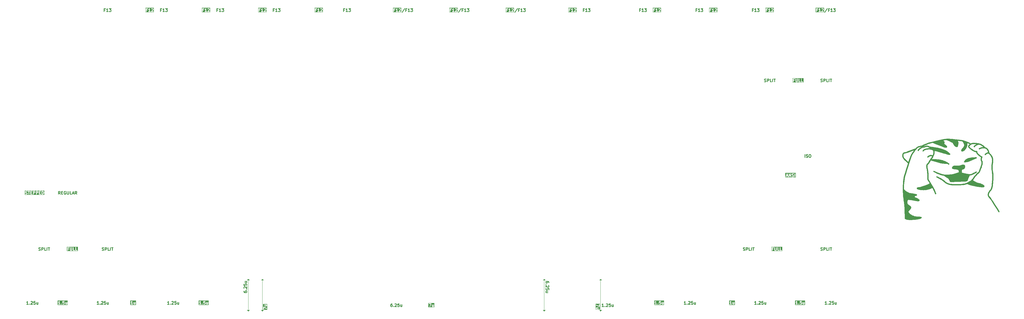
<source format=gbr>
%TF.GenerationSoftware,KiCad,Pcbnew,8.0.4*%
%TF.CreationDate,2024-07-23T19:32:07+08:00*%
%TF.ProjectId,X88J,5838384a-2e6b-4696-9361-645f70636258,rev?*%
%TF.SameCoordinates,Original*%
%TF.FileFunction,Legend,Top*%
%TF.FilePolarity,Positive*%
%FSLAX46Y46*%
G04 Gerber Fmt 4.6, Leading zero omitted, Abs format (unit mm)*
G04 Created by KiCad (PCBNEW 8.0.4) date 2024-07-23 19:32:07*
%MOMM*%
%LPD*%
G01*
G04 APERTURE LIST*
%ADD10C,0.120000*%
%ADD11C,0.000000*%
%ADD12C,0.250000*%
%ADD13C,1.852000*%
%ADD14C,4.089800*%
%ADD15C,3.150000*%
%ADD16C,1.092600*%
G04 APERTURE END LIST*
D10*
X190500000Y-104997500D02*
X190500000Y-94059375D01*
X71437500Y-104997500D02*
X71040625Y-104600625D01*
X71834375Y-104600625D01*
X71437500Y-104997500D01*
G36*
X71437500Y-104997500D02*
G01*
X71040625Y-104600625D01*
X71834375Y-104600625D01*
X71437500Y-104997500D01*
G37*
X76200000Y-104997500D02*
X75803125Y-104600625D01*
X76596875Y-104600625D01*
X76200000Y-104997500D01*
G36*
X76200000Y-104997500D02*
G01*
X75803125Y-104600625D01*
X76596875Y-104600625D01*
X76200000Y-104997500D01*
G37*
X171846875Y-94456250D02*
X171053125Y-94456250D01*
X171450000Y-94059375D01*
X171846875Y-94456250D01*
G36*
X171846875Y-94456250D02*
G01*
X171053125Y-94456250D01*
X171450000Y-94059375D01*
X171846875Y-94456250D01*
G37*
X71834375Y-94456250D02*
X71040625Y-94456250D01*
X71437500Y-94059375D01*
X71834375Y-94456250D01*
G36*
X71834375Y-94456250D02*
G01*
X71040625Y-94456250D01*
X71437500Y-94059375D01*
X71834375Y-94456250D01*
G37*
X76200000Y-104997500D02*
X76200000Y-94059375D01*
X190500000Y-104997500D02*
X190103125Y-104600625D01*
X190896875Y-104600625D01*
X190500000Y-104997500D01*
G36*
X190500000Y-104997500D02*
G01*
X190103125Y-104600625D01*
X190896875Y-104600625D01*
X190500000Y-104997500D01*
G37*
X190896875Y-94456250D02*
X190103125Y-94456250D01*
X190500000Y-94059375D01*
X190896875Y-94456250D01*
G36*
X190896875Y-94456250D02*
G01*
X190103125Y-94456250D01*
X190500000Y-94059375D01*
X190896875Y-94456250D01*
G37*
X171450000Y-104997500D02*
X171053125Y-104600625D01*
X171846875Y-104600625D01*
X171450000Y-104997500D01*
G36*
X171450000Y-104997500D02*
G01*
X171053125Y-104600625D01*
X171846875Y-104600625D01*
X171450000Y-104997500D01*
G37*
D11*
G36*
X308344890Y-46546451D02*
G01*
X308883530Y-46575631D01*
X309446248Y-46618633D01*
X310020036Y-46671718D01*
X310591884Y-46731147D01*
X311677728Y-46854079D01*
X312102334Y-46902944D01*
X312297838Y-46925237D01*
X312481399Y-46944963D01*
X312727124Y-46978956D01*
X312975083Y-47026327D01*
X313223464Y-47085315D01*
X313470455Y-47154154D01*
X313714244Y-47231081D01*
X313953019Y-47314332D01*
X314184967Y-47402143D01*
X314408277Y-47492750D01*
X314621137Y-47584390D01*
X314821734Y-47675299D01*
X315178891Y-47847866D01*
X315465253Y-47996343D01*
X315666322Y-48106616D01*
X315753658Y-48065258D01*
X315845917Y-48029126D01*
X315942637Y-47997976D01*
X316043355Y-47971560D01*
X316147608Y-47949635D01*
X316254933Y-47931955D01*
X316476952Y-47908346D01*
X316705709Y-47898772D01*
X316937505Y-47901269D01*
X317168638Y-47913873D01*
X317395407Y-47934621D01*
X317614112Y-47961550D01*
X317821051Y-47992697D01*
X318184828Y-48059792D01*
X318457132Y-48120198D01*
X318608355Y-48158210D01*
X318608728Y-48158573D01*
X318609100Y-48158917D01*
X318609472Y-48159240D01*
X318609845Y-48159544D01*
X318610217Y-48159826D01*
X318610589Y-48160087D01*
X318610962Y-48160326D01*
X318611334Y-48160542D01*
X318611706Y-48160735D01*
X318612078Y-48160904D01*
X318612450Y-48161049D01*
X318612822Y-48161168D01*
X318613194Y-48161263D01*
X318613566Y-48161330D01*
X318613939Y-48161372D01*
X318614311Y-48161385D01*
X318699648Y-48178386D01*
X318784938Y-48199664D01*
X318870045Y-48224943D01*
X318954834Y-48253950D01*
X319039169Y-48286411D01*
X319122915Y-48322050D01*
X319205937Y-48360594D01*
X319288098Y-48401768D01*
X319369263Y-48445297D01*
X319449297Y-48490908D01*
X319605428Y-48587276D01*
X319755407Y-48688676D01*
X319898150Y-48792913D01*
X320032573Y-48897792D01*
X320157591Y-49001117D01*
X320272120Y-49100694D01*
X320375075Y-49194327D01*
X320541931Y-49354981D01*
X320649482Y-49465517D01*
X320745111Y-49496189D01*
X320835925Y-49531672D01*
X320922047Y-49571659D01*
X321003601Y-49615845D01*
X321080712Y-49663922D01*
X321153502Y-49715587D01*
X321222096Y-49770532D01*
X321286617Y-49828452D01*
X321347190Y-49889042D01*
X321403938Y-49951994D01*
X321456985Y-50017004D01*
X321506456Y-50083765D01*
X321552472Y-50151971D01*
X321595160Y-50221318D01*
X321671041Y-50362206D01*
X321735091Y-50503982D01*
X321788299Y-50644200D01*
X321831657Y-50780413D01*
X321866154Y-50910172D01*
X321892783Y-51031033D01*
X321912533Y-51140547D01*
X321935359Y-51315748D01*
X322012084Y-51369067D01*
X322087403Y-51427453D01*
X322161200Y-51490355D01*
X322233363Y-51557221D01*
X322303777Y-51627502D01*
X322372329Y-51700645D01*
X322438903Y-51776100D01*
X322503387Y-51853315D01*
X322565667Y-51931739D01*
X322625628Y-52010822D01*
X322683156Y-52090011D01*
X322738138Y-52168756D01*
X322840008Y-52322710D01*
X322930324Y-52468273D01*
X322968594Y-52536839D01*
X323003837Y-52609246D01*
X323065581Y-52764607D01*
X323116231Y-52932402D01*
X323156463Y-53110677D01*
X323186954Y-53297477D01*
X323208380Y-53490848D01*
X323221417Y-53688834D01*
X323226741Y-53889482D01*
X323225029Y-54090837D01*
X323216955Y-54290945D01*
X323203198Y-54487850D01*
X323184431Y-54679598D01*
X323161333Y-54864236D01*
X323134578Y-55039807D01*
X323104844Y-55204359D01*
X323072805Y-55355936D01*
X323045255Y-55513278D01*
X323027876Y-55690863D01*
X323019677Y-55885474D01*
X323019666Y-56093894D01*
X323026853Y-56312906D01*
X323040245Y-56539294D01*
X323081684Y-57001330D01*
X323136051Y-57454269D01*
X323195419Y-57872377D01*
X323297434Y-58501170D01*
X323312515Y-58598405D01*
X323331225Y-58915525D01*
X323331224Y-59504954D01*
X323306900Y-60280995D01*
X323252637Y-61157950D01*
X323212525Y-61607491D01*
X323162823Y-62050124D01*
X323102830Y-62475137D01*
X323031845Y-62871818D01*
X322949164Y-63229455D01*
X322854087Y-63537335D01*
X322745913Y-63784748D01*
X322686694Y-63882431D01*
X322623938Y-63960979D01*
X322514004Y-64082082D01*
X322405894Y-64208249D01*
X322301303Y-64338720D01*
X322201924Y-64472736D01*
X322109451Y-64609539D01*
X322025579Y-64748367D01*
X321952002Y-64888464D01*
X321890414Y-65029068D01*
X321864645Y-65099324D01*
X321842509Y-65169421D01*
X321824216Y-65239267D01*
X321809980Y-65308764D01*
X321800012Y-65377820D01*
X321794523Y-65446337D01*
X321793725Y-65514223D01*
X321797831Y-65581382D01*
X321807051Y-65647718D01*
X321821598Y-65713138D01*
X321841683Y-65777546D01*
X321867518Y-65840846D01*
X321899315Y-65902946D01*
X321937285Y-65963748D01*
X321981641Y-66023160D01*
X322032594Y-66081084D01*
X322187139Y-66260923D01*
X322377046Y-66509025D01*
X322838629Y-67167114D01*
X323368720Y-67969539D01*
X323918694Y-68830486D01*
X324883789Y-70384691D01*
X325344915Y-71143225D01*
X325350333Y-71152696D01*
X325355205Y-71162343D01*
X325359535Y-71172148D01*
X325363328Y-71182091D01*
X325366589Y-71192155D01*
X325369324Y-71202320D01*
X325371535Y-71212568D01*
X325373230Y-71222879D01*
X325374411Y-71233234D01*
X325375085Y-71243616D01*
X325375255Y-71254005D01*
X325374927Y-71264382D01*
X325374106Y-71274729D01*
X325372795Y-71285026D01*
X325371001Y-71295255D01*
X325368727Y-71305397D01*
X325365980Y-71315434D01*
X325362762Y-71325345D01*
X325359080Y-71335113D01*
X325354937Y-71344719D01*
X325350340Y-71354144D01*
X325345292Y-71363369D01*
X325339799Y-71372375D01*
X325333864Y-71381144D01*
X325327494Y-71389656D01*
X325320692Y-71397894D01*
X325313464Y-71405837D01*
X325305815Y-71413467D01*
X325297748Y-71420765D01*
X325289270Y-71427713D01*
X325280384Y-71434292D01*
X325271096Y-71440483D01*
X325264778Y-71444288D01*
X325258332Y-71447819D01*
X325251773Y-71451078D01*
X325245113Y-71454071D01*
X325238364Y-71456801D01*
X325231540Y-71459272D01*
X325224653Y-71461488D01*
X325217716Y-71463454D01*
X325210742Y-71465173D01*
X325203743Y-71466650D01*
X325196733Y-71467888D01*
X325189724Y-71468892D01*
X325182729Y-71469666D01*
X325175761Y-71470214D01*
X325168832Y-71470540D01*
X325161956Y-71470647D01*
X325148343Y-71470221D01*
X325134770Y-71468948D01*
X325121288Y-71466838D01*
X325107946Y-71463900D01*
X325094795Y-71460144D01*
X325081884Y-71455578D01*
X325069264Y-71450213D01*
X325056985Y-71444056D01*
X325045097Y-71437119D01*
X325033649Y-71429409D01*
X325028106Y-71425268D01*
X325022691Y-71420937D01*
X325017412Y-71416418D01*
X325012275Y-71411711D01*
X325007285Y-71406819D01*
X325002449Y-71401741D01*
X324997773Y-71396480D01*
X324993264Y-71391037D01*
X324988927Y-71385412D01*
X324984769Y-71379607D01*
X324980796Y-71373623D01*
X324977015Y-71367461D01*
X324555136Y-70672290D01*
X323598965Y-69129729D01*
X323048559Y-68265327D01*
X322518225Y-67458656D01*
X322059181Y-66799576D01*
X321872397Y-66553464D01*
X321722640Y-66377946D01*
X321665942Y-66314798D01*
X321614159Y-66249942D01*
X321567287Y-66183412D01*
X321525317Y-66115241D01*
X321488244Y-66045461D01*
X321456061Y-65974104D01*
X321428761Y-65901204D01*
X321406338Y-65826793D01*
X321388784Y-65750903D01*
X321376095Y-65673568D01*
X321368262Y-65594819D01*
X321365279Y-65514690D01*
X321367140Y-65433213D01*
X321373837Y-65350421D01*
X321385366Y-65266346D01*
X321401717Y-65181022D01*
X321422887Y-65094480D01*
X321448866Y-65006753D01*
X321479650Y-64917874D01*
X321515230Y-64827875D01*
X321600758Y-64644650D01*
X321705395Y-64457339D01*
X321829089Y-64266203D01*
X321971787Y-64071502D01*
X322133436Y-63873497D01*
X322313984Y-63672451D01*
X322360215Y-63612487D01*
X322404486Y-63534023D01*
X322487207Y-63326508D01*
X322562264Y-63059733D01*
X322629772Y-62743528D01*
X322689848Y-62387721D01*
X322742608Y-62002139D01*
X322826646Y-61180969D01*
X322882816Y-60358646D01*
X322912049Y-59613797D01*
X322915274Y-59025050D01*
X322907424Y-58813786D01*
X322893421Y-58671033D01*
X322875163Y-58573798D01*
X322808095Y-58162059D01*
X322742161Y-57722829D01*
X322682478Y-57269581D01*
X322634162Y-56815790D01*
X322602328Y-56374927D01*
X322594191Y-56163555D01*
X322592093Y-55960468D01*
X322596674Y-55767351D01*
X322608573Y-55585886D01*
X322628430Y-55417759D01*
X322656883Y-55264654D01*
X322691733Y-55099411D01*
X322722170Y-54927785D01*
X322747976Y-54751273D01*
X322768933Y-54571369D01*
X322784822Y-54389570D01*
X322795426Y-54207372D01*
X322800527Y-54026270D01*
X322799907Y-53847761D01*
X322793347Y-53673339D01*
X322780631Y-53504502D01*
X322761539Y-53342744D01*
X322735854Y-53189562D01*
X322703358Y-53046451D01*
X322663832Y-52914908D01*
X322617060Y-52796428D01*
X322590888Y-52742554D01*
X322562822Y-52692507D01*
X322489988Y-52574029D01*
X322413946Y-52457010D01*
X322335188Y-52342558D01*
X322254209Y-52231778D01*
X322171503Y-52125777D01*
X322087562Y-52025661D01*
X322002880Y-51932537D01*
X321917951Y-51847510D01*
X321833269Y-51771688D01*
X321791175Y-51737573D01*
X321749327Y-51706175D01*
X321707788Y-51677631D01*
X321666618Y-51652080D01*
X321625881Y-51629659D01*
X321585637Y-51610508D01*
X321545948Y-51594763D01*
X321506876Y-51582565D01*
X321468483Y-51574050D01*
X321430830Y-51569357D01*
X321393979Y-51568625D01*
X321357991Y-51571992D01*
X321322929Y-51579596D01*
X321288854Y-51591576D01*
X321247456Y-51610017D01*
X321207992Y-51628338D01*
X321170420Y-51646509D01*
X321134701Y-51664499D01*
X321100794Y-51682279D01*
X321068658Y-51699819D01*
X321038252Y-51717089D01*
X321009537Y-51734060D01*
X320982470Y-51750701D01*
X320957013Y-51766982D01*
X320933123Y-51782874D01*
X320910761Y-51798347D01*
X320889886Y-51813370D01*
X320870456Y-51827915D01*
X320852433Y-51841951D01*
X320835774Y-51855448D01*
X320820440Y-51868376D01*
X320806389Y-51880707D01*
X320781977Y-51903452D01*
X320762211Y-51923445D01*
X320746769Y-51940447D01*
X320735323Y-51954220D01*
X320727550Y-51964523D01*
X320723125Y-51971118D01*
X320721722Y-51973766D01*
X320715828Y-51982956D01*
X320709542Y-51991768D01*
X320702885Y-52000198D01*
X320695873Y-52008240D01*
X320688525Y-52015890D01*
X320680860Y-52023143D01*
X320672897Y-52029993D01*
X320664652Y-52036436D01*
X320656145Y-52042465D01*
X320647395Y-52048077D01*
X320638419Y-52053266D01*
X320629236Y-52058027D01*
X320619865Y-52062354D01*
X320610323Y-52066244D01*
X320600629Y-52069690D01*
X320590802Y-52072688D01*
X320580860Y-52075232D01*
X320570821Y-52077318D01*
X320560703Y-52078940D01*
X320550526Y-52080093D01*
X320540307Y-52080773D01*
X320530065Y-52080974D01*
X320519818Y-52080690D01*
X320509585Y-52079918D01*
X320499384Y-52078652D01*
X320489233Y-52076886D01*
X320479151Y-52074616D01*
X320469156Y-52071836D01*
X320459266Y-52068542D01*
X320449501Y-52064729D01*
X320439877Y-52060390D01*
X320430415Y-52055522D01*
X320421209Y-52050187D01*
X320412346Y-52044461D01*
X320403834Y-52038362D01*
X320395680Y-52031905D01*
X320387889Y-52025108D01*
X320380469Y-52017986D01*
X320373426Y-52010557D01*
X320366767Y-52002837D01*
X320360499Y-51994843D01*
X320354628Y-51986591D01*
X320349161Y-51978097D01*
X320344105Y-51969379D01*
X320339467Y-51960452D01*
X320335252Y-51951335D01*
X320331468Y-51942042D01*
X320328122Y-51932590D01*
X320325219Y-51922997D01*
X320322768Y-51913279D01*
X320320774Y-51903452D01*
X320319245Y-51893532D01*
X320318186Y-51883538D01*
X320317605Y-51873484D01*
X320317508Y-51863387D01*
X320317902Y-51853265D01*
X320318793Y-51843134D01*
X320320189Y-51833009D01*
X320322096Y-51822909D01*
X320324521Y-51812849D01*
X320327470Y-51802846D01*
X320330950Y-51792916D01*
X320334968Y-51783077D01*
X320339530Y-51773344D01*
X320356501Y-51744220D01*
X320389271Y-51697367D01*
X320412704Y-51668147D01*
X320441435Y-51635520D01*
X320475913Y-51599828D01*
X320516588Y-51561413D01*
X320563909Y-51520616D01*
X320618325Y-51477781D01*
X320680286Y-51433247D01*
X320750242Y-51387358D01*
X320828641Y-51340455D01*
X320915933Y-51292880D01*
X321012568Y-51244975D01*
X321118994Y-51197082D01*
X321141729Y-51187865D01*
X321164393Y-51179547D01*
X321186993Y-51172107D01*
X321209532Y-51165524D01*
X321232015Y-51159775D01*
X321254448Y-51154840D01*
X321276833Y-51150696D01*
X321299177Y-51147323D01*
X321321483Y-51144699D01*
X321343757Y-51142802D01*
X321366003Y-51141611D01*
X321388226Y-51141104D01*
X321410430Y-51141259D01*
X321432620Y-51142056D01*
X321454801Y-51143473D01*
X321476977Y-51145488D01*
X321460252Y-51064402D01*
X321439417Y-50977775D01*
X321414053Y-50886822D01*
X321383742Y-50792753D01*
X321348067Y-50696782D01*
X321306608Y-50600121D01*
X321258949Y-50503984D01*
X321204671Y-50409582D01*
X321174919Y-50363412D01*
X321143356Y-50318130D01*
X321109929Y-50273888D01*
X321074586Y-50230838D01*
X321037275Y-50189132D01*
X320997944Y-50148921D01*
X320956540Y-50110357D01*
X320913010Y-50073591D01*
X320867304Y-50038774D01*
X320819368Y-50006060D01*
X320769151Y-49975598D01*
X320716599Y-49947541D01*
X320661662Y-49922040D01*
X320604286Y-49899247D01*
X320544419Y-49879314D01*
X320482009Y-49862391D01*
X320385844Y-49841229D01*
X320291333Y-49824178D01*
X320198565Y-49811012D01*
X320107632Y-49801509D01*
X320018624Y-49795442D01*
X319931632Y-49792589D01*
X319846746Y-49792724D01*
X319764057Y-49795623D01*
X319683656Y-49801062D01*
X319605633Y-49808817D01*
X319530079Y-49818663D01*
X319457085Y-49830377D01*
X319386740Y-49843733D01*
X319319137Y-49858507D01*
X319254364Y-49874475D01*
X319192514Y-49891413D01*
X319077942Y-49927300D01*
X318976146Y-49964373D01*
X318887849Y-50000839D01*
X318813778Y-50034902D01*
X318754657Y-50064767D01*
X318711212Y-50088640D01*
X318674246Y-50111232D01*
X318664739Y-50116920D01*
X318655057Y-50122083D01*
X318645219Y-50126722D01*
X318635242Y-50130842D01*
X318625146Y-50134447D01*
X318614947Y-50137540D01*
X318604665Y-50140126D01*
X318594318Y-50142207D01*
X318583924Y-50143787D01*
X318573501Y-50144871D01*
X318563067Y-50145461D01*
X318552641Y-50145562D01*
X318542241Y-50145178D01*
X318531885Y-50144311D01*
X318521591Y-50142966D01*
X318511378Y-50141146D01*
X318501263Y-50138856D01*
X318491266Y-50136098D01*
X318481404Y-50132877D01*
X318471696Y-50129196D01*
X318462159Y-50125059D01*
X318452812Y-50120469D01*
X318443674Y-50115431D01*
X318434762Y-50109948D01*
X318426095Y-50104024D01*
X318417691Y-50097662D01*
X318409568Y-50090866D01*
X318401745Y-50083641D01*
X318394239Y-50075988D01*
X318387069Y-50067913D01*
X318380254Y-50059419D01*
X318373811Y-50050510D01*
X318368122Y-50041038D01*
X318362960Y-50031388D01*
X318358321Y-50021578D01*
X318354201Y-50011627D01*
X318350596Y-50001555D01*
X318347503Y-49991380D01*
X318344918Y-49981122D01*
X318342837Y-49970800D01*
X318341256Y-49960432D01*
X318340173Y-49950038D01*
X318339582Y-49939637D01*
X318339481Y-49929248D01*
X318339866Y-49918889D01*
X318340733Y-49908580D01*
X318342078Y-49898340D01*
X318343897Y-49888188D01*
X318346188Y-49878143D01*
X318348946Y-49868224D01*
X318352167Y-49858450D01*
X318355848Y-49848840D01*
X318359985Y-49839413D01*
X318364574Y-49830189D01*
X318369612Y-49821185D01*
X318375095Y-49812422D01*
X318381020Y-49803918D01*
X318387381Y-49795693D01*
X318394177Y-49787765D01*
X318401403Y-49780153D01*
X318409055Y-49772876D01*
X318417130Y-49765955D01*
X318425624Y-49759406D01*
X318434533Y-49753250D01*
X318471474Y-49729909D01*
X318557267Y-49681782D01*
X318688751Y-49617610D01*
X318770638Y-49582238D01*
X318862762Y-49546132D01*
X318964727Y-49510383D01*
X319076138Y-49476085D01*
X319196600Y-49444330D01*
X319325716Y-49416211D01*
X319463093Y-49392819D01*
X319608335Y-49375246D01*
X319761045Y-49364587D01*
X319920830Y-49361932D01*
X319818645Y-49276235D01*
X319711534Y-49190468D01*
X319600192Y-49105777D01*
X319485310Y-49023311D01*
X319367582Y-48944216D01*
X319247700Y-48869641D01*
X319126358Y-48800733D01*
X319004249Y-48738640D01*
X318882065Y-48684509D01*
X318760500Y-48639487D01*
X318640246Y-48604724D01*
X318580828Y-48591547D01*
X318521997Y-48581365D01*
X318463841Y-48574322D01*
X318406445Y-48570560D01*
X318349897Y-48570223D01*
X318294284Y-48573454D01*
X318239691Y-48580398D01*
X318186206Y-48591197D01*
X318133915Y-48605995D01*
X318082904Y-48624935D01*
X317995112Y-48662598D01*
X317912530Y-48698807D01*
X317835000Y-48733583D01*
X317762363Y-48766950D01*
X317694459Y-48798930D01*
X317631130Y-48829544D01*
X317572217Y-48858816D01*
X317517561Y-48886767D01*
X317467003Y-48913420D01*
X317420384Y-48938797D01*
X317377545Y-48962921D01*
X317338327Y-48985813D01*
X317302572Y-49007496D01*
X317270120Y-49027993D01*
X317240812Y-49047325D01*
X317214490Y-49065516D01*
X317190995Y-49082587D01*
X317170167Y-49098560D01*
X317151848Y-49113458D01*
X317135879Y-49127304D01*
X317122101Y-49140119D01*
X317110354Y-49151925D01*
X317100481Y-49162746D01*
X317092321Y-49172604D01*
X317085717Y-49181520D01*
X317080509Y-49189518D01*
X317076538Y-49196618D01*
X317073646Y-49202845D01*
X317071673Y-49208219D01*
X317070460Y-49212764D01*
X317069681Y-49219454D01*
X317069398Y-49230512D01*
X317068560Y-49241429D01*
X317067180Y-49252191D01*
X317065272Y-49262784D01*
X317062850Y-49273193D01*
X317059928Y-49283406D01*
X317056520Y-49293409D01*
X317052640Y-49303188D01*
X317048302Y-49312729D01*
X317043519Y-49322018D01*
X317038307Y-49331043D01*
X317032678Y-49339788D01*
X317026647Y-49348240D01*
X317020228Y-49356387D01*
X317013434Y-49364212D01*
X317006280Y-49371704D01*
X316998779Y-49378849D01*
X316990946Y-49385632D01*
X316982794Y-49392040D01*
X316974337Y-49398059D01*
X316965590Y-49403675D01*
X316956566Y-49408875D01*
X316947279Y-49413645D01*
X316937744Y-49417971D01*
X316927974Y-49421840D01*
X316917982Y-49425238D01*
X316907784Y-49428150D01*
X316897393Y-49430564D01*
X316886823Y-49432465D01*
X316876087Y-49433840D01*
X316865201Y-49434675D01*
X316854177Y-49434956D01*
X316842874Y-49434674D01*
X316831744Y-49433836D01*
X316820798Y-49432455D01*
X316810049Y-49430547D01*
X316799510Y-49428125D01*
X316789192Y-49425204D01*
X316779108Y-49421796D01*
X316769270Y-49417916D01*
X316759690Y-49413578D01*
X316750381Y-49408795D01*
X316741354Y-49403583D01*
X316732621Y-49397954D01*
X316724196Y-49391923D01*
X316716090Y-49385504D01*
X316708315Y-49378710D01*
X316700884Y-49371556D01*
X316693808Y-49364055D01*
X316687101Y-49356222D01*
X316680774Y-49348070D01*
X316674839Y-49339614D01*
X316669309Y-49330867D01*
X316664195Y-49321843D01*
X316659511Y-49312556D01*
X316655268Y-49303021D01*
X316651478Y-49293250D01*
X316648154Y-49283259D01*
X316645308Y-49273061D01*
X316642952Y-49262670D01*
X316641099Y-49252099D01*
X316639760Y-49241364D01*
X316638947Y-49230478D01*
X316638674Y-49219454D01*
X316640593Y-49172066D01*
X316646789Y-49125280D01*
X316657920Y-49078843D01*
X316674647Y-49032501D01*
X316697626Y-48986001D01*
X316727517Y-48939089D01*
X316764979Y-48891513D01*
X316810670Y-48843018D01*
X316865248Y-48793351D01*
X316929373Y-48742258D01*
X317003704Y-48689486D01*
X317088898Y-48634782D01*
X317185614Y-48577892D01*
X317294512Y-48518563D01*
X317416250Y-48456541D01*
X317551486Y-48391572D01*
X317304264Y-48362186D01*
X317178825Y-48350571D01*
X317053135Y-48341405D01*
X316927919Y-48334987D01*
X316803904Y-48331618D01*
X316681814Y-48331594D01*
X316562374Y-48335216D01*
X316446312Y-48342782D01*
X316334351Y-48354590D01*
X316227218Y-48370940D01*
X316125639Y-48392130D01*
X316030337Y-48418460D01*
X315942041Y-48450227D01*
X315861474Y-48487732D01*
X315824315Y-48508729D01*
X315789362Y-48531272D01*
X315623164Y-48650124D01*
X315521701Y-48726400D01*
X315470031Y-48767070D01*
X315419127Y-48808787D01*
X315370032Y-48851072D01*
X315323789Y-48893444D01*
X315281443Y-48935423D01*
X315244036Y-48976529D01*
X315227512Y-48996604D01*
X315212613Y-49016281D01*
X315199472Y-49035500D01*
X315188217Y-49054200D01*
X315178980Y-49072322D01*
X315171891Y-49089805D01*
X315167081Y-49106590D01*
X315164679Y-49122616D01*
X315164940Y-49135019D01*
X315166917Y-49148265D01*
X315170614Y-49162349D01*
X315176034Y-49177267D01*
X315183182Y-49193015D01*
X315192062Y-49209590D01*
X315202677Y-49226986D01*
X315215033Y-49245201D01*
X315229133Y-49264229D01*
X315244981Y-49284067D01*
X315262581Y-49304711D01*
X315281938Y-49326157D01*
X315303055Y-49348400D01*
X315325936Y-49371437D01*
X315350586Y-49395264D01*
X315377008Y-49419875D01*
X315506735Y-49535838D01*
X315640493Y-49651082D01*
X315777334Y-49764674D01*
X315916311Y-49875681D01*
X316056480Y-49983168D01*
X316196893Y-50086205D01*
X316336603Y-50183857D01*
X316474665Y-50275191D01*
X316610131Y-50359275D01*
X316742056Y-50435174D01*
X316869493Y-50501957D01*
X316991495Y-50558690D01*
X317107116Y-50604440D01*
X317215410Y-50638274D01*
X317266513Y-50650430D01*
X317315430Y-50659258D01*
X317362041Y-50664640D01*
X317406229Y-50666460D01*
X317495444Y-50666667D01*
X317534846Y-50667159D01*
X317571068Y-50668116D01*
X317604328Y-50669694D01*
X317634843Y-50672048D01*
X317662830Y-50675334D01*
X317675943Y-50677374D01*
X317688506Y-50679706D01*
X317700546Y-50682348D01*
X317712090Y-50685320D01*
X317723165Y-50688641D01*
X317733798Y-50692331D01*
X317744017Y-50696409D01*
X317753848Y-50700894D01*
X317763319Y-50705806D01*
X317772458Y-50711164D01*
X317781290Y-50716989D01*
X317789844Y-50723298D01*
X317798146Y-50730111D01*
X317806224Y-50737449D01*
X317814105Y-50745330D01*
X317821817Y-50753773D01*
X317829385Y-50762799D01*
X317836838Y-50772426D01*
X317843376Y-50781557D01*
X317849315Y-50790710D01*
X317854677Y-50799872D01*
X317859485Y-50809031D01*
X317863764Y-50818174D01*
X317867536Y-50827287D01*
X317870825Y-50836359D01*
X317873654Y-50845376D01*
X317876047Y-50854326D01*
X317878026Y-50863195D01*
X317879615Y-50871972D01*
X317880838Y-50880642D01*
X317881717Y-50889194D01*
X317882276Y-50897615D01*
X317882528Y-50914011D01*
X317881780Y-50929727D01*
X317880219Y-50944663D01*
X317878031Y-50958715D01*
X317875403Y-50971781D01*
X317872521Y-50983758D01*
X317869573Y-50994545D01*
X317864221Y-51012138D01*
X317860933Y-51025469D01*
X317859000Y-51039327D01*
X317858371Y-51053682D01*
X317859001Y-51068506D01*
X317860840Y-51083773D01*
X317863841Y-51099453D01*
X317867954Y-51115520D01*
X317873133Y-51131944D01*
X317886493Y-51165756D01*
X317903534Y-51200666D01*
X317923871Y-51236450D01*
X317947120Y-51272885D01*
X317972893Y-51309748D01*
X318000807Y-51346815D01*
X318030475Y-51383864D01*
X318061512Y-51420671D01*
X318093533Y-51457013D01*
X318126153Y-51492667D01*
X318191644Y-51561016D01*
X318263049Y-51631471D01*
X318332729Y-51698455D01*
X318400649Y-51762047D01*
X318466776Y-51822329D01*
X318531075Y-51879382D01*
X318593511Y-51933287D01*
X318654051Y-51984124D01*
X318712659Y-52031976D01*
X318769302Y-52076922D01*
X318823945Y-52119045D01*
X318927093Y-52195142D01*
X319021829Y-52260915D01*
X319107878Y-52317013D01*
X319184965Y-52364083D01*
X319252814Y-52402774D01*
X319311152Y-52433734D01*
X319359702Y-52457612D01*
X319398190Y-52475055D01*
X319426340Y-52486712D01*
X319450530Y-52495259D01*
X319461279Y-52499523D01*
X319471783Y-52504270D01*
X319482021Y-52509494D01*
X319491972Y-52515184D01*
X319501613Y-52521332D01*
X319510923Y-52527929D01*
X319519881Y-52534968D01*
X319528465Y-52542438D01*
X319536654Y-52550331D01*
X319544426Y-52558639D01*
X319551760Y-52567353D01*
X319558634Y-52576464D01*
X319565026Y-52585963D01*
X319570916Y-52595841D01*
X319576281Y-52606091D01*
X319581101Y-52616703D01*
X319585355Y-52627559D01*
X319589038Y-52638533D01*
X319592144Y-52649604D01*
X319594668Y-52660750D01*
X319596607Y-52671949D01*
X319597955Y-52683180D01*
X319598708Y-52694422D01*
X319598860Y-52705652D01*
X319598409Y-52716851D01*
X319597347Y-52727994D01*
X319595672Y-52739063D01*
X319593379Y-52750034D01*
X319590462Y-52760887D01*
X319586917Y-52771600D01*
X319582740Y-52782151D01*
X319577926Y-52792518D01*
X319555739Y-52841753D01*
X319531765Y-52899935D01*
X319506936Y-52965838D01*
X319482181Y-53038234D01*
X319458431Y-53115894D01*
X319436615Y-53197592D01*
X319417664Y-53282098D01*
X319402508Y-53368186D01*
X319392078Y-53454627D01*
X319387303Y-53540194D01*
X319389114Y-53623659D01*
X319392779Y-53664219D01*
X319398440Y-53703794D01*
X319406213Y-53742228D01*
X319416213Y-53779370D01*
X319428557Y-53815066D01*
X319443362Y-53849161D01*
X319460743Y-53881504D01*
X319480817Y-53911939D01*
X319503700Y-53940314D01*
X319529508Y-53966475D01*
X319561928Y-53999141D01*
X319591039Y-54035867D01*
X319616861Y-54076724D01*
X319639417Y-54121783D01*
X319658726Y-54171114D01*
X319674810Y-54224787D01*
X319687689Y-54282872D01*
X319697385Y-54345441D01*
X319703918Y-54412562D01*
X319707310Y-54484307D01*
X319707581Y-54560746D01*
X319704752Y-54641950D01*
X319698844Y-54727988D01*
X319689879Y-54818931D01*
X319677876Y-54914849D01*
X319662857Y-55015813D01*
X319625339Y-55218398D01*
X319576131Y-55440157D01*
X319516493Y-55676946D01*
X319447683Y-55924619D01*
X319370959Y-56179031D01*
X319287580Y-56436037D01*
X319198805Y-56691493D01*
X319105892Y-56941252D01*
X319010101Y-57181169D01*
X318912689Y-57407101D01*
X318814916Y-57614901D01*
X318718040Y-57800424D01*
X318623319Y-57959525D01*
X318532013Y-58088060D01*
X318488034Y-58139570D01*
X318445380Y-58181883D01*
X318404209Y-58214483D01*
X318364678Y-58236849D01*
X318335541Y-58252181D01*
X318301790Y-58274010D01*
X318221824Y-58335507D01*
X318127547Y-58418019D01*
X318021723Y-58518228D01*
X317907115Y-58632816D01*
X317786488Y-58758463D01*
X317538236Y-59029658D01*
X317299081Y-59305262D01*
X317091138Y-59558723D01*
X317005782Y-59668853D01*
X316936522Y-59763490D01*
X316886122Y-59839315D01*
X316857347Y-59893010D01*
X316845758Y-59923414D01*
X316830488Y-59956437D01*
X316811764Y-59991865D01*
X316789811Y-60029479D01*
X316764856Y-60069062D01*
X316737125Y-60110398D01*
X316706845Y-60153271D01*
X316674240Y-60197462D01*
X316602965Y-60288935D01*
X316525108Y-60383082D01*
X316442481Y-60478168D01*
X316356890Y-60572459D01*
X316506561Y-60681691D01*
X316695746Y-60810745D01*
X316920464Y-60951873D01*
X317044904Y-61024543D01*
X317176734Y-61097326D01*
X317315456Y-61169253D01*
X317460573Y-61239356D01*
X317611588Y-61306666D01*
X317768003Y-61370215D01*
X317929319Y-61429034D01*
X318095040Y-61482154D01*
X318264668Y-61528607D01*
X318437705Y-61567425D01*
X318611660Y-61605302D01*
X318784459Y-61649152D01*
X318954668Y-61698557D01*
X319120851Y-61753101D01*
X319281574Y-61812365D01*
X319435402Y-61875932D01*
X319580901Y-61943385D01*
X319650078Y-61978438D01*
X319716635Y-62014306D01*
X319780392Y-62050937D01*
X319841170Y-62088279D01*
X319898789Y-62126279D01*
X319953070Y-62164885D01*
X320003834Y-62204045D01*
X320050902Y-62243707D01*
X320094094Y-62283818D01*
X320133230Y-62324328D01*
X320168132Y-62365182D01*
X320198619Y-62406330D01*
X320224514Y-62447718D01*
X320245635Y-62489296D01*
X320261805Y-62531010D01*
X320272843Y-62572808D01*
X320278571Y-62614639D01*
X320278808Y-62656450D01*
X320277087Y-62674876D01*
X320273874Y-62695768D01*
X320268747Y-62718673D01*
X320261285Y-62743136D01*
X320251064Y-62768704D01*
X320237663Y-62794923D01*
X320220660Y-62821338D01*
X320210676Y-62834478D01*
X320199633Y-62847496D01*
X320187478Y-62860336D01*
X320174159Y-62872942D01*
X320159623Y-62885256D01*
X320143818Y-62897222D01*
X320126689Y-62908784D01*
X320108186Y-62919883D01*
X320088254Y-62930464D01*
X320066841Y-62940470D01*
X320043894Y-62949844D01*
X320019362Y-62958530D01*
X319993190Y-62966470D01*
X319965326Y-62973607D01*
X319935717Y-62979886D01*
X319904312Y-62985249D01*
X319871055Y-62989640D01*
X319835896Y-62993001D01*
X319827712Y-62993138D01*
X319818937Y-62993497D01*
X319799633Y-62994589D01*
X319778022Y-62995680D01*
X319766362Y-62996040D01*
X319754140Y-62996176D01*
X319349797Y-62978231D01*
X318738718Y-62924280D01*
X317988010Y-62834144D01*
X317164780Y-62707648D01*
X316746941Y-62630709D01*
X316336137Y-62544615D01*
X315940756Y-62449341D01*
X315569188Y-62344867D01*
X315229819Y-62231170D01*
X314931040Y-62108229D01*
X314681237Y-61976020D01*
X314577324Y-61906434D01*
X314488800Y-61834523D01*
X314352053Y-61896968D01*
X314213083Y-61956432D01*
X314072495Y-62012203D01*
X313930893Y-62063569D01*
X313788882Y-62109820D01*
X313647065Y-62150243D01*
X313576419Y-62168047D01*
X313506049Y-62184127D01*
X313436030Y-62198394D01*
X313366437Y-62210760D01*
X313146445Y-62240099D01*
X312882478Y-62266583D01*
X312581426Y-62289886D01*
X312250176Y-62309682D01*
X311895615Y-62325645D01*
X311524633Y-62337451D01*
X311144115Y-62344773D01*
X310760951Y-62347286D01*
X310428862Y-62345385D01*
X310104484Y-62339522D01*
X309792403Y-62329454D01*
X309497204Y-62314940D01*
X309223474Y-62295738D01*
X308975797Y-62271606D01*
X308758761Y-62242303D01*
X308663165Y-62225636D01*
X308576949Y-62207585D01*
X308418362Y-62169272D01*
X308264471Y-62127090D01*
X308115210Y-62081015D01*
X307970513Y-62031019D01*
X307830313Y-61977078D01*
X307694544Y-61919163D01*
X307563140Y-61857251D01*
X307436035Y-61791313D01*
X307313162Y-61721325D01*
X307194454Y-61647259D01*
X307079847Y-61569091D01*
X306969273Y-61486792D01*
X306862666Y-61400339D01*
X306759959Y-61309703D01*
X306661088Y-61214860D01*
X306565985Y-61115782D01*
X306489549Y-61042102D01*
X306387573Y-60959518D01*
X306263304Y-60869446D01*
X306119990Y-60773298D01*
X305789221Y-60568428D01*
X305421248Y-60356213D01*
X305042058Y-60147962D01*
X304677635Y-59954979D01*
X304097026Y-59660045D01*
X304087242Y-59654980D01*
X304077839Y-59649471D01*
X304068821Y-59643537D01*
X304060194Y-59637197D01*
X304051963Y-59630471D01*
X304044134Y-59623376D01*
X304036713Y-59615933D01*
X304029705Y-59608159D01*
X304023116Y-59600075D01*
X304016951Y-59591698D01*
X304011215Y-59583049D01*
X304005915Y-59574145D01*
X304001055Y-59565006D01*
X303996641Y-59555651D01*
X303992679Y-59546099D01*
X303989175Y-59536369D01*
X303986133Y-59526479D01*
X303983559Y-59516449D01*
X303981459Y-59506297D01*
X303979839Y-59496043D01*
X303978703Y-59485706D01*
X303978058Y-59475304D01*
X303977909Y-59464857D01*
X303978261Y-59454383D01*
X303979120Y-59443902D01*
X303980491Y-59433432D01*
X303982381Y-59422992D01*
X303984794Y-59412602D01*
X303987736Y-59402280D01*
X303991212Y-59392045D01*
X303995229Y-59381917D01*
X303999791Y-59371913D01*
X304004856Y-59362130D01*
X304010365Y-59352726D01*
X304016299Y-59343708D01*
X304022638Y-59335081D01*
X304029365Y-59326851D01*
X304036459Y-59319022D01*
X304043903Y-59311601D01*
X304051676Y-59304593D01*
X304059760Y-59298004D01*
X304068137Y-59291838D01*
X304076786Y-59286103D01*
X304085690Y-59280802D01*
X304094829Y-59275942D01*
X304104184Y-59271529D01*
X304113736Y-59267567D01*
X304123467Y-59264062D01*
X304133357Y-59261020D01*
X304143387Y-59258447D01*
X304153538Y-59256347D01*
X304163792Y-59254726D01*
X304174130Y-59253591D01*
X304184531Y-59252946D01*
X304194979Y-59252796D01*
X304205453Y-59253148D01*
X304215934Y-59254007D01*
X304226404Y-59255379D01*
X304236844Y-59257268D01*
X304247234Y-59259681D01*
X304257556Y-59262623D01*
X304267791Y-59266100D01*
X304277919Y-59270116D01*
X304287922Y-59274679D01*
X304722122Y-59492445D01*
X305086159Y-59682061D01*
X305498440Y-59905065D01*
X305921679Y-60146133D01*
X306125755Y-60268652D01*
X306318588Y-60389941D01*
X306495518Y-60508083D01*
X306651883Y-60621163D01*
X306783023Y-60727266D01*
X306884277Y-60824475D01*
X306967326Y-60911335D01*
X307053981Y-60994527D01*
X307144288Y-61074080D01*
X307238289Y-61150018D01*
X307336030Y-61222368D01*
X307437555Y-61291156D01*
X307542907Y-61356408D01*
X307652131Y-61418150D01*
X307765271Y-61476409D01*
X307882371Y-61531211D01*
X308003476Y-61582581D01*
X308128629Y-61630546D01*
X308257875Y-61675133D01*
X308391259Y-61716367D01*
X308528823Y-61754274D01*
X308670613Y-61788880D01*
X308846944Y-61821546D01*
X309064043Y-61849234D01*
X309598506Y-61890183D01*
X310229931Y-61912753D01*
X310914246Y-61917965D01*
X311607378Y-61906843D01*
X312265257Y-61880410D01*
X312843811Y-61839690D01*
X313298967Y-61785706D01*
X313455664Y-61754756D01*
X313615630Y-61713001D01*
X313777575Y-61661845D01*
X313940212Y-61602697D01*
X314102252Y-61536964D01*
X314262405Y-61466052D01*
X314419382Y-61391368D01*
X314571895Y-61314318D01*
X314718655Y-61236311D01*
X314858373Y-61158753D01*
X315111527Y-61010610D01*
X315321046Y-60881145D01*
X315476620Y-60781613D01*
X315496434Y-60768491D01*
X315514801Y-60756486D01*
X315547215Y-60735675D01*
X315573899Y-60718882D01*
X315594890Y-60705809D01*
X315606274Y-60698265D01*
X315618805Y-60689359D01*
X315647060Y-60667672D01*
X315679156Y-60641167D01*
X315714597Y-60610262D01*
X315752884Y-60575375D01*
X315793519Y-60536927D01*
X315836006Y-60495334D01*
X315879846Y-60451016D01*
X315972589Y-60355224D01*
X316066290Y-60254545D01*
X316157405Y-60152646D01*
X316242390Y-60053199D01*
X316281477Y-60005541D01*
X316317702Y-59959872D01*
X316350623Y-59916650D01*
X316379796Y-59876335D01*
X316404779Y-59839385D01*
X316425128Y-59806258D01*
X316440401Y-59777413D01*
X316450155Y-59753310D01*
X316481101Y-59686434D01*
X316535721Y-59596195D01*
X316611162Y-59486104D01*
X316704570Y-59359672D01*
X316813091Y-59220407D01*
X316933871Y-59071821D01*
X317064057Y-58917424D01*
X317200793Y-58760725D01*
X317341227Y-58605236D01*
X317482505Y-58454467D01*
X317621773Y-58311927D01*
X317756176Y-58181127D01*
X317882861Y-58065577D01*
X317998974Y-57968788D01*
X318101661Y-57894269D01*
X318147078Y-57866458D01*
X318188069Y-57845531D01*
X318234611Y-57792933D01*
X318292241Y-57703718D01*
X318359181Y-57581641D01*
X318433654Y-57430457D01*
X318598088Y-57055778D01*
X318771326Y-56609713D01*
X318939151Y-56122293D01*
X319016591Y-55872459D01*
X319087345Y-55623547D01*
X319149637Y-55379312D01*
X319201689Y-55143508D01*
X319241725Y-54919887D01*
X319267967Y-54712204D01*
X319270814Y-54680032D01*
X319273122Y-54649421D01*
X319274922Y-54620337D01*
X319276242Y-54592745D01*
X319277112Y-54566608D01*
X319277562Y-54541891D01*
X319277621Y-54518559D01*
X319277317Y-54496577D01*
X319276681Y-54475908D01*
X319275742Y-54456518D01*
X319274529Y-54438371D01*
X319273072Y-54421431D01*
X319271400Y-54405663D01*
X319269542Y-54391032D01*
X319267527Y-54377502D01*
X319265386Y-54365038D01*
X319263146Y-54353603D01*
X319260839Y-54343164D01*
X319258493Y-54333683D01*
X319256137Y-54325127D01*
X319253800Y-54317459D01*
X319251513Y-54310643D01*
X319249305Y-54304646D01*
X319247204Y-54299429D01*
X319243443Y-54291201D01*
X319240466Y-54285675D01*
X319237803Y-54281595D01*
X319198343Y-54243142D01*
X319162405Y-54202949D01*
X319129866Y-54161141D01*
X319100601Y-54117845D01*
X319074486Y-54073186D01*
X319051398Y-54027289D01*
X319031212Y-53980280D01*
X319013805Y-53932283D01*
X318999052Y-53883425D01*
X318986830Y-53833831D01*
X318977014Y-53783626D01*
X318969481Y-53732935D01*
X318960766Y-53630601D01*
X318959694Y-53527830D01*
X318965272Y-53425627D01*
X318976510Y-53324994D01*
X318992415Y-53226936D01*
X319011995Y-53132456D01*
X319034258Y-53042556D01*
X319058214Y-52958242D01*
X319107233Y-52810379D01*
X319008909Y-52757744D01*
X318893851Y-52689556D01*
X318762701Y-52604215D01*
X318616100Y-52500122D01*
X318537207Y-52440544D01*
X318454692Y-52375677D01*
X318368635Y-52305323D01*
X318279116Y-52229280D01*
X318186217Y-52147350D01*
X318090017Y-52059331D01*
X317990596Y-51965024D01*
X317888034Y-51864230D01*
X317825959Y-51800545D01*
X317769362Y-51739229D01*
X317718019Y-51680223D01*
X317671707Y-51623469D01*
X317630201Y-51568908D01*
X317593278Y-51516481D01*
X317560714Y-51466130D01*
X317532285Y-51417795D01*
X317507768Y-51371418D01*
X317486938Y-51326941D01*
X317469572Y-51284304D01*
X317455446Y-51243449D01*
X317444336Y-51204317D01*
X317436018Y-51166850D01*
X317430269Y-51130988D01*
X317426865Y-51096673D01*
X317405831Y-51096673D01*
X317332389Y-51093671D01*
X317256659Y-51084878D01*
X317178876Y-51070620D01*
X317099275Y-51051219D01*
X317018090Y-51027000D01*
X316935556Y-50998286D01*
X316851908Y-50965402D01*
X316767381Y-50928671D01*
X316596630Y-50844964D01*
X316425182Y-50749755D01*
X316254914Y-50645635D01*
X316087707Y-50535195D01*
X315925439Y-50421024D01*
X315769990Y-50305714D01*
X315623237Y-50191855D01*
X315487061Y-50082038D01*
X315253953Y-49884891D01*
X315085697Y-49734996D01*
X315020278Y-49673332D01*
X314987683Y-49640553D01*
X314955621Y-49606464D01*
X314924434Y-49571057D01*
X314894462Y-49534322D01*
X314866049Y-49496251D01*
X314839536Y-49456836D01*
X314815264Y-49416067D01*
X314793576Y-49373936D01*
X314774814Y-49330435D01*
X314759318Y-49285553D01*
X314752903Y-49262593D01*
X314747432Y-49239284D01*
X314742949Y-49215626D01*
X314739497Y-49191617D01*
X314737118Y-49167257D01*
X314735854Y-49142545D01*
X314735750Y-49117479D01*
X314736846Y-49092058D01*
X314742182Y-49045779D01*
X314751459Y-49000192D01*
X314764627Y-48955198D01*
X314781637Y-48910699D01*
X314802441Y-48866594D01*
X314826987Y-48822786D01*
X314855228Y-48779176D01*
X314887113Y-48735664D01*
X314922593Y-48692153D01*
X314961619Y-48648542D01*
X315004141Y-48604734D01*
X315050111Y-48560630D01*
X315099477Y-48516130D01*
X315152192Y-48471136D01*
X315208205Y-48425549D01*
X315267468Y-48379270D01*
X315112096Y-48298159D01*
X314930271Y-48206928D01*
X314725155Y-48107808D01*
X314499910Y-48003033D01*
X314513319Y-48166042D01*
X314516703Y-48254873D01*
X314517292Y-48348129D01*
X314514651Y-48445463D01*
X314508344Y-48546530D01*
X314497937Y-48650986D01*
X314482993Y-48758485D01*
X314463078Y-48868681D01*
X314437755Y-48981229D01*
X314406590Y-49095785D01*
X314369146Y-49212001D01*
X314324989Y-49329534D01*
X314273684Y-49448038D01*
X314214793Y-49567168D01*
X314147883Y-49686577D01*
X314068595Y-49814384D01*
X313985862Y-49936933D01*
X313900213Y-50053811D01*
X313812176Y-50164607D01*
X313722279Y-50268907D01*
X313631049Y-50366300D01*
X313539015Y-50456374D01*
X313446704Y-50538717D01*
X313354644Y-50612916D01*
X313263363Y-50678559D01*
X313173389Y-50735234D01*
X313085249Y-50782528D01*
X313042033Y-50802529D01*
X312999473Y-50820031D01*
X312957636Y-50834981D01*
X312916587Y-50847328D01*
X312876393Y-50857022D01*
X312837119Y-50864009D01*
X312798833Y-50868239D01*
X312761598Y-50869661D01*
X312746996Y-50869507D01*
X312732658Y-50869022D01*
X312718590Y-50868175D01*
X312704796Y-50866932D01*
X312691281Y-50865262D01*
X312678050Y-50863131D01*
X312665108Y-50860507D01*
X312658746Y-50859000D01*
X312652458Y-50857358D01*
X312624680Y-50848344D01*
X312598238Y-50837279D01*
X312573197Y-50824244D01*
X312549618Y-50809317D01*
X312527564Y-50792579D01*
X312507099Y-50774109D01*
X312488285Y-50753987D01*
X312471185Y-50732292D01*
X312455861Y-50709105D01*
X312442377Y-50684504D01*
X312430795Y-50658569D01*
X312421178Y-50631381D01*
X312413589Y-50603018D01*
X312408090Y-50573560D01*
X312404745Y-50543088D01*
X312403616Y-50511680D01*
X312404198Y-50485626D01*
X312405924Y-50459771D01*
X312408762Y-50434098D01*
X312412683Y-50408594D01*
X312423650Y-50358034D01*
X312438578Y-50307977D01*
X312457222Y-50258309D01*
X312479336Y-50208914D01*
X312504676Y-50159679D01*
X312532996Y-50110489D01*
X312564051Y-50061228D01*
X312597595Y-50011784D01*
X312633384Y-49962040D01*
X312671171Y-49911884D01*
X312751760Y-49809872D01*
X312837399Y-49704833D01*
X312972585Y-49539639D01*
X313041220Y-49452255D01*
X313109259Y-49361387D01*
X313175736Y-49266817D01*
X313208086Y-49218075D01*
X313239683Y-49168326D01*
X313270405Y-49117542D01*
X313300132Y-49065696D01*
X313328743Y-49012760D01*
X313356117Y-48958708D01*
X313373737Y-48918178D01*
X313387494Y-48875716D01*
X313397559Y-48831471D01*
X313404101Y-48785591D01*
X313407290Y-48738226D01*
X313407296Y-48689525D01*
X313404289Y-48639636D01*
X313398438Y-48588709D01*
X313389914Y-48536892D01*
X313378885Y-48484334D01*
X313349996Y-48377594D01*
X313313130Y-48269680D01*
X313269645Y-48161783D01*
X313220900Y-48055095D01*
X313168254Y-47950808D01*
X313113065Y-47850114D01*
X313056691Y-47754204D01*
X313000492Y-47664271D01*
X312945826Y-47581507D01*
X312846527Y-47442249D01*
X312742347Y-47422398D01*
X312639358Y-47404297D01*
X312588310Y-47396077D01*
X312537560Y-47388503D01*
X312487107Y-47381645D01*
X312436952Y-47375574D01*
X312252895Y-47355848D01*
X312056299Y-47333554D01*
X311630105Y-47284689D01*
X311544795Y-47273812D01*
X311457513Y-47263456D01*
X311278076Y-47242224D01*
X311312452Y-47296898D01*
X311344860Y-47354062D01*
X311375030Y-47413708D01*
X311402695Y-47475834D01*
X311427589Y-47540434D01*
X311449443Y-47607503D01*
X311467991Y-47677038D01*
X311482964Y-47749033D01*
X311494096Y-47823483D01*
X311501118Y-47900385D01*
X311503764Y-47979733D01*
X311501766Y-48061522D01*
X311494857Y-48145749D01*
X311482769Y-48232408D01*
X311465235Y-48321495D01*
X311441987Y-48413005D01*
X311417195Y-48503075D01*
X311395087Y-48586774D01*
X311375481Y-48664278D01*
X311358196Y-48735763D01*
X311343050Y-48801407D01*
X311329862Y-48861387D01*
X311308636Y-48965058D01*
X311292277Y-49038646D01*
X311284294Y-49072641D01*
X311276211Y-49104820D01*
X311267857Y-49135217D01*
X311259057Y-49163869D01*
X311249640Y-49190812D01*
X311239433Y-49216081D01*
X311233979Y-49228100D01*
X311228263Y-49239714D01*
X311222263Y-49250927D01*
X311215957Y-49261745D01*
X311209325Y-49272172D01*
X311202344Y-49282212D01*
X311194992Y-49291869D01*
X311187249Y-49301149D01*
X311179093Y-49310055D01*
X311170502Y-49318593D01*
X311161454Y-49326767D01*
X311151928Y-49334581D01*
X311141902Y-49342040D01*
X311131355Y-49349148D01*
X311120266Y-49355909D01*
X311108611Y-49362329D01*
X311100685Y-49366134D01*
X311092824Y-49369665D01*
X311085018Y-49372924D01*
X311077259Y-49375916D01*
X311069537Y-49378646D01*
X311061843Y-49381117D01*
X311054168Y-49383333D01*
X311046502Y-49385299D01*
X311038836Y-49387018D01*
X311031160Y-49388494D01*
X311023466Y-49389733D01*
X311015744Y-49390737D01*
X311007985Y-49391511D01*
X311000179Y-49392059D01*
X310992317Y-49392384D01*
X310984390Y-49392492D01*
X310970145Y-49392109D01*
X310955839Y-49390994D01*
X310941474Y-49389196D01*
X310927054Y-49386762D01*
X310912583Y-49383742D01*
X310898065Y-49380186D01*
X310883502Y-49376141D01*
X310868899Y-49371656D01*
X310839585Y-49361564D01*
X310810149Y-49350299D01*
X310780621Y-49338253D01*
X310751027Y-49325817D01*
X310673588Y-49294316D01*
X310628077Y-49275867D01*
X310577990Y-49255967D01*
X310544564Y-49243060D01*
X310511986Y-49228855D01*
X310480234Y-49213402D01*
X310449284Y-49196751D01*
X310389696Y-49160059D01*
X310333037Y-49119182D01*
X310279120Y-49074524D01*
X310227758Y-49026488D01*
X310178764Y-48975478D01*
X310131952Y-48921898D01*
X310087135Y-48866150D01*
X310044127Y-48808638D01*
X310002741Y-48749766D01*
X309962791Y-48689937D01*
X309886449Y-48569022D01*
X309813609Y-48449121D01*
X309762627Y-48362387D01*
X309711817Y-48278309D01*
X309686356Y-48237643D01*
X309660793Y-48198092D01*
X309635080Y-48159807D01*
X309609169Y-48122939D01*
X309583011Y-48087638D01*
X309556559Y-48054055D01*
X309529763Y-48022341D01*
X309502577Y-47992646D01*
X309474951Y-47965120D01*
X309446837Y-47939915D01*
X309418187Y-47917180D01*
X309403647Y-47906787D01*
X309388954Y-47897067D01*
X309305624Y-47848441D01*
X309202063Y-47793231D01*
X308946642Y-47667717D01*
X308647475Y-47529841D01*
X308329347Y-47388918D01*
X307735342Y-47135197D01*
X307362905Y-46981080D01*
X307265224Y-46988068D01*
X307172603Y-46995913D01*
X307128377Y-47000423D01*
X307085639Y-47005469D01*
X307044463Y-47011156D01*
X307004925Y-47017592D01*
X306858558Y-47043724D01*
X306689457Y-47075734D01*
X306292137Y-47154117D01*
X306307141Y-47168225D01*
X306324886Y-47183114D01*
X306345541Y-47198710D01*
X306369280Y-47214938D01*
X306396275Y-47231725D01*
X306426697Y-47248995D01*
X306443247Y-47257788D01*
X306460719Y-47266675D01*
X306479133Y-47275645D01*
X306498512Y-47284689D01*
X306535984Y-47303101D01*
X306570555Y-47322429D01*
X306602327Y-47342611D01*
X306631401Y-47363586D01*
X306657879Y-47385293D01*
X306681863Y-47407672D01*
X306703454Y-47430661D01*
X306722753Y-47454198D01*
X306739862Y-47478223D01*
X306754883Y-47502675D01*
X306767917Y-47527493D01*
X306779065Y-47552615D01*
X306788429Y-47577980D01*
X306796112Y-47603527D01*
X306802213Y-47629195D01*
X306806835Y-47654924D01*
X306810079Y-47680651D01*
X306812046Y-47706316D01*
X306812559Y-47757214D01*
X306809185Y-47807131D01*
X306802735Y-47855575D01*
X306794024Y-47902059D01*
X306783861Y-47946094D01*
X306762434Y-48024861D01*
X306751777Y-48063779D01*
X306742646Y-48098883D01*
X306735143Y-48130480D01*
X306732034Y-48145058D01*
X306729370Y-48158874D01*
X306727164Y-48171967D01*
X306725429Y-48184374D01*
X306724178Y-48196134D01*
X306723423Y-48207284D01*
X306723178Y-48217865D01*
X306723455Y-48227913D01*
X306724266Y-48237467D01*
X306725625Y-48246565D01*
X306727544Y-48255246D01*
X306730037Y-48263548D01*
X306733116Y-48271508D01*
X306736793Y-48279167D01*
X306741082Y-48286561D01*
X306745996Y-48293729D01*
X306751546Y-48300710D01*
X306757747Y-48307541D01*
X306764610Y-48314261D01*
X306772149Y-48320909D01*
X306780376Y-48327522D01*
X306789304Y-48334139D01*
X306798946Y-48340798D01*
X306809315Y-48347537D01*
X306832284Y-48361411D01*
X306883428Y-48391911D01*
X306994383Y-48463060D01*
X307065214Y-48511733D01*
X307142508Y-48567993D01*
X307223433Y-48630984D01*
X307305161Y-48699846D01*
X307384861Y-48773722D01*
X307459704Y-48851753D01*
X307494419Y-48892059D01*
X307526858Y-48933082D01*
X307556668Y-48974714D01*
X307583495Y-49016850D01*
X307606984Y-49059380D01*
X307626783Y-49102199D01*
X307642537Y-49145199D01*
X307653893Y-49188272D01*
X307660497Y-49231311D01*
X307661995Y-49274209D01*
X307658034Y-49316860D01*
X307648259Y-49359154D01*
X307642349Y-49376788D01*
X307634764Y-49395412D01*
X307625316Y-49414732D01*
X307613818Y-49434455D01*
X307600083Y-49454288D01*
X307583924Y-49473936D01*
X307565153Y-49493106D01*
X307543583Y-49511505D01*
X307519028Y-49528839D01*
X307491299Y-49544814D01*
X307476187Y-49552200D01*
X307460211Y-49559137D01*
X307443348Y-49565587D01*
X307425575Y-49571514D01*
X307406868Y-49576881D01*
X307387204Y-49581651D01*
X307366559Y-49585789D01*
X307344911Y-49589256D01*
X307322236Y-49592017D01*
X307298510Y-49594034D01*
X307273710Y-49595272D01*
X307247812Y-49595692D01*
X307240819Y-49595556D01*
X307233315Y-49595196D01*
X307217254Y-49594105D01*
X307200598Y-49593013D01*
X307192349Y-49592653D01*
X307184313Y-49592517D01*
X307043603Y-49570496D01*
X306854469Y-49523434D01*
X306357324Y-49366379D01*
X305745656Y-49145747D01*
X305072243Y-48885931D01*
X304389863Y-48611325D01*
X303751294Y-48346324D01*
X302816703Y-47942708D01*
X302293473Y-48070186D01*
X301855074Y-48179990D01*
X301525916Y-48265907D01*
X301409929Y-48297966D01*
X301330405Y-48321724D01*
X301213540Y-48363503D01*
X301065504Y-48422747D01*
X300893228Y-48495860D01*
X300703641Y-48579246D01*
X300300255Y-48762460D01*
X299910784Y-48943627D01*
X299862440Y-48965455D01*
X299817221Y-48985497D01*
X299774829Y-49004349D01*
X299734968Y-49022605D01*
X299753125Y-49044842D01*
X299771282Y-49066856D01*
X299780361Y-49078036D01*
X299789439Y-49089466D01*
X299798518Y-49101250D01*
X299807596Y-49113489D01*
X299827368Y-49107948D01*
X299849913Y-49100789D01*
X299874541Y-49092365D01*
X299900564Y-49083029D01*
X299954043Y-49063037D01*
X300004843Y-49043639D01*
X300163282Y-48982852D01*
X300250993Y-48952327D01*
X300344116Y-48923529D01*
X300442463Y-48897817D01*
X300545850Y-48876550D01*
X300654088Y-48861088D01*
X300766992Y-48852792D01*
X300884375Y-48853021D01*
X301006050Y-48863135D01*
X301131830Y-48884494D01*
X301196202Y-48899815D01*
X301261529Y-48918457D01*
X301327790Y-48940590D01*
X301394961Y-48966384D01*
X301463018Y-48996009D01*
X301531938Y-49029635D01*
X301601698Y-49067432D01*
X301672275Y-49109570D01*
X301743644Y-49156219D01*
X301815783Y-49207549D01*
X302779973Y-49310588D01*
X303572609Y-49425713D01*
X304483131Y-49593709D01*
X304961706Y-49699987D01*
X305444682Y-49822426D01*
X305923701Y-49962009D01*
X306390407Y-50119717D01*
X306836441Y-50296530D01*
X307253448Y-50493430D01*
X307633070Y-50711399D01*
X307806250Y-50828591D01*
X307966950Y-50951418D01*
X308088712Y-51051413D01*
X308198286Y-51143548D01*
X308296076Y-51228361D01*
X308382490Y-51306391D01*
X308457932Y-51378178D01*
X308491666Y-51411898D01*
X308522808Y-51444260D01*
X308551411Y-51475329D01*
X308577525Y-51505175D01*
X308601200Y-51533864D01*
X308622488Y-51561464D01*
X308641438Y-51588042D01*
X308658102Y-51613665D01*
X308672531Y-51638400D01*
X308684774Y-51662316D01*
X308694884Y-51685479D01*
X308702909Y-51707957D01*
X308708903Y-51729817D01*
X308712914Y-51751127D01*
X308714994Y-51771953D01*
X308715193Y-51792364D01*
X308713563Y-51812427D01*
X308710153Y-51832208D01*
X308705015Y-51851776D01*
X308698199Y-51871197D01*
X308689757Y-51890540D01*
X308679738Y-51909871D01*
X308669149Y-51927463D01*
X308657910Y-51943790D01*
X308646000Y-51958870D01*
X308633403Y-51972719D01*
X308620098Y-51985358D01*
X308606068Y-51996802D01*
X308591293Y-52007072D01*
X308575756Y-52016184D01*
X308559438Y-52024156D01*
X308542319Y-52031007D01*
X308524382Y-52036754D01*
X308505608Y-52041416D01*
X308485978Y-52045011D01*
X308465474Y-52047556D01*
X308444076Y-52049070D01*
X308421768Y-52049571D01*
X308387132Y-52048517D01*
X308350309Y-52045399D01*
X308311239Y-52040284D01*
X308269864Y-52033237D01*
X308179969Y-52013615D01*
X308080158Y-51987063D01*
X307969966Y-51954112D01*
X307848929Y-51915291D01*
X307572456Y-51822161D01*
X307335752Y-51741720D01*
X307216713Y-51702755D01*
X307099828Y-51666190D01*
X306987055Y-51633196D01*
X306880351Y-51604947D01*
X306781674Y-51582613D01*
X306735957Y-51574031D01*
X306692982Y-51567368D01*
X306576207Y-51546123D01*
X306449206Y-51517139D01*
X306312541Y-51481197D01*
X306166773Y-51439078D01*
X306012467Y-51391565D01*
X305850185Y-51339438D01*
X305503943Y-51224468D01*
X304963505Y-51045638D01*
X304684051Y-50959186D01*
X304404649Y-50879682D01*
X304129953Y-50810857D01*
X303995825Y-50781615D01*
X303864620Y-50756440D01*
X303736919Y-50735801D01*
X303613304Y-50720162D01*
X303494358Y-50709990D01*
X303380662Y-50705752D01*
X303388254Y-50738034D01*
X303394962Y-50771205D01*
X303400796Y-50805297D01*
X303405765Y-50840342D01*
X303409878Y-50876373D01*
X303413144Y-50913423D01*
X303415573Y-50951524D01*
X303417175Y-50990708D01*
X303419573Y-51071719D01*
X303419986Y-51150383D01*
X303418509Y-51226720D01*
X303415237Y-51300746D01*
X303410267Y-51372481D01*
X303403693Y-51441943D01*
X303395613Y-51509150D01*
X303386120Y-51574121D01*
X303375311Y-51636874D01*
X303363281Y-51697427D01*
X303350127Y-51755800D01*
X303335943Y-51812009D01*
X303320826Y-51866075D01*
X303304870Y-51918014D01*
X303288173Y-51967846D01*
X303270828Y-52015589D01*
X303234581Y-52104880D01*
X303196894Y-52186035D01*
X303158534Y-52259201D01*
X303120264Y-52324525D01*
X303082849Y-52382154D01*
X303047055Y-52432235D01*
X303013648Y-52474916D01*
X302983391Y-52510343D01*
X302980326Y-52542743D01*
X302975539Y-52578470D01*
X302968724Y-52617288D01*
X302959572Y-52658960D01*
X302947776Y-52703251D01*
X302933029Y-52749924D01*
X302915022Y-52798743D01*
X302893449Y-52849473D01*
X302868002Y-52901877D01*
X302838373Y-52955719D01*
X302804254Y-53010764D01*
X302765339Y-53066774D01*
X302721319Y-53123515D01*
X302671888Y-53180750D01*
X302616737Y-53238243D01*
X302555559Y-53295759D01*
X302543052Y-53307492D01*
X302530507Y-53320048D01*
X302517888Y-53333396D01*
X302505157Y-53347501D01*
X302492277Y-53362332D01*
X302479211Y-53377856D01*
X302465921Y-53394040D01*
X302452371Y-53410852D01*
X303076308Y-53430652D01*
X303462654Y-53450833D01*
X303883899Y-53479958D01*
X304329032Y-53519594D01*
X304787038Y-53571308D01*
X305246905Y-53636667D01*
X305697618Y-53717240D01*
X305907199Y-53763062D01*
X306109281Y-53814756D01*
X306303687Y-53871578D01*
X306490239Y-53932786D01*
X306668759Y-53997639D01*
X306839069Y-54065393D01*
X307000991Y-54135306D01*
X307154347Y-54206636D01*
X307298960Y-54278641D01*
X307434651Y-54350577D01*
X307561243Y-54421703D01*
X307678557Y-54491276D01*
X307786416Y-54558554D01*
X307884642Y-54622795D01*
X308051483Y-54739193D01*
X308084114Y-54763133D01*
X308114868Y-54786094D01*
X308143718Y-54808008D01*
X308170639Y-54828806D01*
X308195604Y-54848420D01*
X308218587Y-54866783D01*
X308239562Y-54883826D01*
X308258503Y-54899481D01*
X308290178Y-54926356D01*
X308313402Y-54946864D01*
X308327966Y-54960461D01*
X308331936Y-54964498D01*
X308333662Y-54966603D01*
X308341681Y-54974136D01*
X308349217Y-54981990D01*
X308356270Y-54990144D01*
X308362839Y-54998579D01*
X308368922Y-55007276D01*
X308374519Y-55016215D01*
X308379629Y-55025377D01*
X308384250Y-55034741D01*
X308388381Y-55044290D01*
X308392022Y-55054003D01*
X308395172Y-55063860D01*
X308397829Y-55073843D01*
X308399992Y-55083931D01*
X308401661Y-55094106D01*
X308402834Y-55104348D01*
X308403511Y-55114637D01*
X308403689Y-55124954D01*
X308403370Y-55135280D01*
X308402550Y-55145594D01*
X308401230Y-55155878D01*
X308399408Y-55166112D01*
X308397084Y-55176277D01*
X308394256Y-55186352D01*
X308390923Y-55196319D01*
X308387084Y-55206158D01*
X308382738Y-55215850D01*
X308377885Y-55225375D01*
X308372522Y-55234714D01*
X308366650Y-55243847D01*
X308360267Y-55252754D01*
X308353372Y-55261417D01*
X308345964Y-55269815D01*
X308337829Y-55278085D01*
X308329363Y-55285784D01*
X308320587Y-55292916D01*
X308311524Y-55299488D01*
X308302196Y-55305503D01*
X308292625Y-55310968D01*
X308282833Y-55315888D01*
X308272842Y-55320268D01*
X308262674Y-55324112D01*
X308252352Y-55327428D01*
X308241897Y-55330218D01*
X308231331Y-55332490D01*
X308220678Y-55334248D01*
X308209957Y-55335497D01*
X308199193Y-55336242D01*
X308188407Y-55336490D01*
X308178735Y-55336276D01*
X308169077Y-55335634D01*
X308159445Y-55334564D01*
X308149854Y-55333067D01*
X308140316Y-55331141D01*
X308130845Y-55328788D01*
X308121454Y-55326007D01*
X308112157Y-55322798D01*
X308102967Y-55319161D01*
X308093897Y-55315096D01*
X308084961Y-55310603D01*
X308076172Y-55305683D01*
X308067543Y-55300334D01*
X308059088Y-55294558D01*
X308050820Y-55288354D01*
X308042753Y-55281722D01*
X308024013Y-55264408D01*
X308003950Y-55246868D01*
X307976772Y-55223877D01*
X307942487Y-55195789D01*
X307901105Y-55162957D01*
X307852635Y-55125734D01*
X307797087Y-55084475D01*
X307787724Y-55077623D01*
X307777845Y-55070738D01*
X307756854Y-55056742D01*
X307734747Y-55042225D01*
X307723472Y-55034690D01*
X307712156Y-55026927D01*
X307636020Y-55033185D01*
X307535560Y-55037847D01*
X307408031Y-55039840D01*
X307250691Y-55038089D01*
X307060794Y-55031520D01*
X306835597Y-55019058D01*
X306572356Y-54999629D01*
X306268326Y-54972158D01*
X306056441Y-54944700D01*
X305817318Y-54903409D01*
X305555503Y-54850078D01*
X305275543Y-54786501D01*
X304679372Y-54635781D01*
X304065174Y-54465597D01*
X303469318Y-54290297D01*
X302928176Y-54124229D01*
X302155511Y-53877180D01*
X302028114Y-54104590D01*
X301933115Y-54275672D01*
X301836795Y-54445661D01*
X301738652Y-54611789D01*
X301688740Y-54692541D01*
X301638184Y-54771290D01*
X301586920Y-54847691D01*
X301534888Y-54921396D01*
X301482022Y-54992062D01*
X301428261Y-55059341D01*
X301373542Y-55122887D01*
X301317803Y-55182356D01*
X301260979Y-55237400D01*
X301203010Y-55287674D01*
X301152552Y-55334880D01*
X301110142Y-55385691D01*
X301075360Y-55440298D01*
X301047788Y-55498892D01*
X301027009Y-55561666D01*
X301012605Y-55628809D01*
X301004157Y-55700514D01*
X301001248Y-55776972D01*
X301003460Y-55858373D01*
X301010374Y-55944910D01*
X301021573Y-56036773D01*
X301036638Y-56134153D01*
X301076698Y-56346232D01*
X301127207Y-56582677D01*
X301156811Y-56714644D01*
X301185746Y-56850816D01*
X301213489Y-56990932D01*
X301239522Y-57134731D01*
X301280183Y-57423427D01*
X301318649Y-57798486D01*
X301352427Y-58229699D01*
X301379024Y-58686859D01*
X301395947Y-59139759D01*
X301400703Y-59558192D01*
X301390800Y-59911949D01*
X301379572Y-60055135D01*
X301363744Y-60170824D01*
X301396166Y-60237486D01*
X301446387Y-60330114D01*
X301589417Y-60577770D01*
X301970169Y-61214208D01*
X302568098Y-62215320D01*
X302881262Y-62756317D01*
X303183218Y-63299439D01*
X303458458Y-63826060D01*
X303581215Y-64077362D01*
X303691478Y-64317553D01*
X303787310Y-64544306D01*
X303866771Y-64755292D01*
X303927925Y-64948182D01*
X303968831Y-65120648D01*
X303970522Y-65131716D01*
X303971654Y-65142733D01*
X303972239Y-65153685D01*
X303972287Y-65164554D01*
X303971807Y-65175326D01*
X303970809Y-65185985D01*
X303969304Y-65196516D01*
X303967301Y-65206902D01*
X303964810Y-65217128D01*
X303961841Y-65227179D01*
X303958405Y-65237038D01*
X303954511Y-65246691D01*
X303950168Y-65256121D01*
X303945388Y-65265314D01*
X303940180Y-65274253D01*
X303934553Y-65282922D01*
X303928519Y-65291307D01*
X303922086Y-65299391D01*
X303915265Y-65307159D01*
X303908066Y-65314595D01*
X303900498Y-65321684D01*
X303892572Y-65328410D01*
X303884298Y-65334758D01*
X303875685Y-65340711D01*
X303866744Y-65346254D01*
X303857485Y-65351372D01*
X303847916Y-65356049D01*
X303838050Y-65360269D01*
X303827894Y-65364016D01*
X303817460Y-65367276D01*
X303806757Y-65370032D01*
X303795796Y-65372269D01*
X303784980Y-65374239D01*
X303774200Y-65375616D01*
X303763470Y-65376413D01*
X303752807Y-65376642D01*
X303742228Y-65376315D01*
X303731747Y-65375446D01*
X303721383Y-65374045D01*
X303711149Y-65372126D01*
X303701064Y-65369701D01*
X303691142Y-65366781D01*
X303681400Y-65363380D01*
X303671854Y-65359509D01*
X303662520Y-65355181D01*
X303653415Y-65350408D01*
X303644554Y-65345202D01*
X303635954Y-65339576D01*
X303627630Y-65333542D01*
X303619600Y-65327112D01*
X303611878Y-65320298D01*
X303604482Y-65313113D01*
X303597426Y-65305569D01*
X303590728Y-65297679D01*
X303584404Y-65289454D01*
X303578469Y-65280906D01*
X303572941Y-65272049D01*
X303567833Y-65262894D01*
X303563165Y-65253455D01*
X303558950Y-65243741D01*
X303555205Y-65233768D01*
X303551947Y-65223545D01*
X303549192Y-65213087D01*
X303546955Y-65202405D01*
X303528300Y-65118038D01*
X303503218Y-65026699D01*
X303472041Y-64928809D01*
X303435105Y-64824791D01*
X303345291Y-64600056D01*
X303236450Y-64355871D01*
X303111257Y-64095612D01*
X302972386Y-63822657D01*
X302822511Y-63540381D01*
X302664306Y-63252162D01*
X302556072Y-63310109D01*
X302420618Y-63374629D01*
X302255165Y-63445147D01*
X302056937Y-63521094D01*
X301823159Y-63601896D01*
X301551052Y-63686981D01*
X301237841Y-63775778D01*
X300880749Y-63867715D01*
X300744695Y-63897317D01*
X300603135Y-63922521D01*
X300456812Y-63943464D01*
X300306471Y-63960286D01*
X300152855Y-63973127D01*
X299996710Y-63982127D01*
X299838779Y-63987424D01*
X299679806Y-63989159D01*
X299494315Y-63986845D01*
X299309509Y-63980038D01*
X299126565Y-63968944D01*
X298946659Y-63953769D01*
X298770970Y-63934717D01*
X298600673Y-63911994D01*
X298436947Y-63885805D01*
X298280969Y-63856355D01*
X298133916Y-63823849D01*
X297996966Y-63788493D01*
X297871295Y-63750491D01*
X297758080Y-63710050D01*
X297658500Y-63667374D01*
X297573731Y-63622669D01*
X297537269Y-63599619D01*
X297504950Y-63576139D01*
X297476924Y-63552254D01*
X297453336Y-63527990D01*
X297439761Y-63511790D01*
X297427465Y-63495076D01*
X297416454Y-63477901D01*
X297406734Y-63460317D01*
X297398308Y-63442377D01*
X297391184Y-63424134D01*
X297385364Y-63405641D01*
X297380856Y-63386951D01*
X297377664Y-63368116D01*
X297375794Y-63349191D01*
X297375250Y-63330227D01*
X297376038Y-63311277D01*
X297378164Y-63292395D01*
X297381631Y-63273634D01*
X297386446Y-63255045D01*
X297392615Y-63236683D01*
X297406713Y-63205816D01*
X297424123Y-63176865D01*
X297445020Y-63149753D01*
X297469583Y-63124404D01*
X297497988Y-63100745D01*
X297530411Y-63078697D01*
X297567028Y-63058187D01*
X297608018Y-63039139D01*
X297653557Y-63021476D01*
X297703820Y-63005124D01*
X297758986Y-62990006D01*
X297819230Y-62976048D01*
X297884730Y-62963174D01*
X297955662Y-62951308D01*
X298032203Y-62940374D01*
X298114530Y-62930297D01*
X298376546Y-62893464D01*
X298643725Y-62843325D01*
X298913974Y-62781568D01*
X299185199Y-62709881D01*
X299455308Y-62629954D01*
X299722208Y-62543473D01*
X299983806Y-62452127D01*
X300238009Y-62357605D01*
X300715859Y-62165784D01*
X301139015Y-61981516D01*
X301490733Y-61818308D01*
X301754270Y-61689665D01*
X301715575Y-61624180D01*
X301676880Y-61559886D01*
X301638184Y-61496783D01*
X301599489Y-61434870D01*
X301376710Y-61064561D01*
X301284863Y-60910830D01*
X301205150Y-60776032D01*
X301136899Y-60658657D01*
X301079439Y-60557193D01*
X301054546Y-60511955D01*
X301032098Y-60470128D01*
X301012013Y-60431523D01*
X300994205Y-60395950D01*
X300978591Y-60363222D01*
X300965088Y-60333149D01*
X300953611Y-60305542D01*
X300945132Y-60283018D01*
X301330183Y-60283018D01*
X301331249Y-60281363D01*
X301334932Y-60275140D01*
X301338288Y-60268943D01*
X301341325Y-60262781D01*
X301344053Y-60256663D01*
X301346479Y-60250597D01*
X301348613Y-60244591D01*
X301350463Y-60238656D01*
X301352039Y-60232799D01*
X301353348Y-60227029D01*
X301354399Y-60221356D01*
X301355202Y-60215786D01*
X301355764Y-60210331D01*
X301356095Y-60204997D01*
X301356204Y-60199794D01*
X301352769Y-60215279D01*
X301349264Y-60229839D01*
X301347464Y-60236750D01*
X301345620Y-60243403D01*
X301343724Y-60249790D01*
X301341767Y-60255903D01*
X301339740Y-60261731D01*
X301337634Y-60267267D01*
X301335442Y-60272502D01*
X301333153Y-60277426D01*
X301330760Y-60282033D01*
X301330183Y-60283018D01*
X300945132Y-60283018D01*
X300944076Y-60280212D01*
X300936399Y-60256970D01*
X300930496Y-60235628D01*
X300926285Y-60215996D01*
X300923679Y-60197885D01*
X300922596Y-60181107D01*
X300922952Y-60165472D01*
X300924663Y-60150792D01*
X300927644Y-60136878D01*
X300931812Y-60123540D01*
X300937083Y-60110590D01*
X300943374Y-60097839D01*
X300950599Y-60085098D01*
X300964185Y-59922637D01*
X300970287Y-59649280D01*
X300968269Y-59292282D01*
X300957494Y-58878896D01*
X300937324Y-58436377D01*
X300907122Y-57991980D01*
X300866250Y-57572957D01*
X300814073Y-57206564D01*
X300802357Y-57136583D01*
X300789925Y-57067682D01*
X300763471Y-56932818D01*
X300708108Y-56672766D01*
X300654106Y-56424623D01*
X300629758Y-56302557D01*
X300608429Y-56182154D01*
X300591059Y-56063658D01*
X300578584Y-55947313D01*
X300571945Y-55833363D01*
X300572078Y-55722052D01*
X300579922Y-55613625D01*
X300587029Y-55560569D01*
X300596416Y-55508325D01*
X300608199Y-55456925D01*
X300622497Y-55406398D01*
X300639426Y-55356775D01*
X300659105Y-55308086D01*
X300681649Y-55260363D01*
X300707177Y-55213635D01*
X300735805Y-55167933D01*
X300767651Y-55123288D01*
X300802833Y-55079730D01*
X300841467Y-55037290D01*
X300883671Y-54995998D01*
X300929562Y-54955884D01*
X300976244Y-54914453D01*
X301022943Y-54867690D01*
X301069611Y-54816032D01*
X301116199Y-54759915D01*
X301162659Y-54699775D01*
X301208943Y-54636048D01*
X301255003Y-54569170D01*
X301300789Y-54499577D01*
X301391352Y-54353991D01*
X301480245Y-54202777D01*
X301651478Y-53897419D01*
X301706011Y-53798573D01*
X301760619Y-53702256D01*
X301815227Y-53608767D01*
X301869760Y-53518404D01*
X301869768Y-53517819D01*
X301869792Y-53517254D01*
X301869831Y-53516708D01*
X301869885Y-53516182D01*
X301869954Y-53515673D01*
X301870037Y-53515182D01*
X301870133Y-53514707D01*
X301870243Y-53514249D01*
X301870366Y-53513805D01*
X301870501Y-53513376D01*
X301870648Y-53512960D01*
X301870806Y-53512557D01*
X301870976Y-53512167D01*
X301871156Y-53511788D01*
X301871346Y-53511420D01*
X301871546Y-53511061D01*
X301871755Y-53510713D01*
X301871973Y-53510372D01*
X301872434Y-53509714D01*
X301872925Y-53509082D01*
X301873443Y-53508470D01*
X301873985Y-53507871D01*
X301874545Y-53507281D01*
X301875713Y-53506101D01*
X301924660Y-53424683D01*
X301973579Y-53346563D01*
X302022479Y-53272248D01*
X302046926Y-53236675D01*
X302071371Y-53202243D01*
X302095816Y-53169016D01*
X302120263Y-53137057D01*
X302144711Y-53106430D01*
X302169164Y-53077197D01*
X302193621Y-53049422D01*
X302218083Y-53023168D01*
X302242553Y-52998500D01*
X302267031Y-52975479D01*
X302301356Y-52943714D01*
X302332828Y-52912173D01*
X302361570Y-52880941D01*
X302387706Y-52850104D01*
X302411357Y-52819746D01*
X302432649Y-52789951D01*
X302451703Y-52760805D01*
X302468643Y-52732393D01*
X302483593Y-52704800D01*
X302496676Y-52678110D01*
X302508014Y-52652408D01*
X302517732Y-52627780D01*
X302525952Y-52604309D01*
X302532798Y-52582082D01*
X302538393Y-52561182D01*
X302542860Y-52541695D01*
X302501961Y-52523803D01*
X302454634Y-52506086D01*
X302401191Y-52489576D01*
X302341948Y-52475305D01*
X302277220Y-52464303D01*
X302207320Y-52457602D01*
X302132564Y-52456233D01*
X302053265Y-52461228D01*
X301969739Y-52473618D01*
X301882300Y-52494434D01*
X301791262Y-52524707D01*
X301744491Y-52543713D01*
X301696939Y-52565470D01*
X301648645Y-52590107D01*
X301599648Y-52617753D01*
X301549987Y-52648536D01*
X301499701Y-52682587D01*
X301448830Y-52720033D01*
X301397413Y-52761004D01*
X301345490Y-52805628D01*
X301293100Y-52854035D01*
X301285485Y-52861257D01*
X301277540Y-52868039D01*
X301269287Y-52874376D01*
X301260749Y-52880266D01*
X301251947Y-52885705D01*
X301242905Y-52890689D01*
X301233646Y-52895215D01*
X301224193Y-52899279D01*
X301214567Y-52902878D01*
X301204792Y-52906009D01*
X301194890Y-52908668D01*
X301184884Y-52910851D01*
X301174796Y-52912555D01*
X301164650Y-52913776D01*
X301154468Y-52914512D01*
X301144273Y-52914757D01*
X301133975Y-52914475D01*
X301123639Y-52913634D01*
X301113290Y-52912243D01*
X301102954Y-52910311D01*
X301092658Y-52907847D01*
X301082428Y-52904858D01*
X301072289Y-52901355D01*
X301062268Y-52897345D01*
X301052392Y-52892837D01*
X301042686Y-52887841D01*
X301033176Y-52882364D01*
X301023889Y-52876416D01*
X301014851Y-52870005D01*
X301006088Y-52863140D01*
X300997626Y-52855829D01*
X300989491Y-52848082D01*
X300982039Y-52839693D01*
X300975087Y-52831055D01*
X300968633Y-52822187D01*
X300962677Y-52813105D01*
X300957218Y-52803826D01*
X300952256Y-52794368D01*
X300947790Y-52784748D01*
X300943819Y-52774983D01*
X300940344Y-52765090D01*
X300937362Y-52755086D01*
X300934874Y-52744989D01*
X300932878Y-52734815D01*
X300931375Y-52724582D01*
X300930363Y-52714306D01*
X300929842Y-52704006D01*
X300929811Y-52693698D01*
X300930269Y-52683399D01*
X300931217Y-52673127D01*
X300932652Y-52662898D01*
X300934576Y-52652730D01*
X300936986Y-52642640D01*
X300939882Y-52632645D01*
X300943264Y-52622762D01*
X300947131Y-52613008D01*
X300951482Y-52603401D01*
X300956317Y-52593958D01*
X300961634Y-52584695D01*
X300967434Y-52575631D01*
X300973716Y-52566781D01*
X300980479Y-52558164D01*
X300987722Y-52549796D01*
X300995445Y-52541695D01*
X301058575Y-52483742D01*
X301121648Y-52429838D01*
X301184611Y-52379873D01*
X301247408Y-52333737D01*
X301309986Y-52291319D01*
X301372290Y-52252507D01*
X301434266Y-52217193D01*
X301495860Y-52185264D01*
X301557018Y-52156611D01*
X301617684Y-52131122D01*
X301677805Y-52108688D01*
X301737327Y-52089197D01*
X301796195Y-52072539D01*
X301854355Y-52058604D01*
X301911753Y-52047280D01*
X301968334Y-52038457D01*
X302024044Y-52032026D01*
X302078829Y-52027873D01*
X302185406Y-52025967D01*
X302287632Y-52031853D01*
X302385071Y-52044646D01*
X302477289Y-52063463D01*
X302563853Y-52087417D01*
X302644327Y-52115625D01*
X302718278Y-52147201D01*
X302763912Y-52077794D01*
X302787997Y-52036055D01*
X302812406Y-51989462D01*
X302836747Y-51937890D01*
X302860630Y-51881215D01*
X302883662Y-51819314D01*
X302905454Y-51752062D01*
X302925613Y-51679337D01*
X302943748Y-51601013D01*
X302959469Y-51516968D01*
X302972383Y-51427077D01*
X302982100Y-51331217D01*
X302988228Y-51229264D01*
X302990376Y-51121093D01*
X302988153Y-51006582D01*
X302985259Y-50954305D01*
X302980568Y-50904870D01*
X302974152Y-50858187D01*
X302966079Y-50814168D01*
X302956422Y-50772725D01*
X302945249Y-50733767D01*
X302932633Y-50697207D01*
X302918644Y-50662957D01*
X302903352Y-50630926D01*
X302886827Y-50601027D01*
X302869141Y-50573171D01*
X302850364Y-50547268D01*
X302830566Y-50523231D01*
X302809818Y-50500971D01*
X302788191Y-50480398D01*
X302765754Y-50461425D01*
X302742580Y-50443962D01*
X302718737Y-50427920D01*
X302694298Y-50413212D01*
X302669331Y-50399747D01*
X302618101Y-50376196D01*
X302565611Y-50356557D01*
X302512426Y-50340120D01*
X302459110Y-50326175D01*
X302354344Y-50302923D01*
X302325794Y-50296804D01*
X302295315Y-50289616D01*
X302263505Y-50281143D01*
X302247289Y-50276359D01*
X302230965Y-50271173D01*
X302214609Y-50265560D01*
X302198295Y-50259492D01*
X302182099Y-50252943D01*
X302166095Y-50245885D01*
X302150358Y-50238293D01*
X302134964Y-50230139D01*
X302119988Y-50221396D01*
X302105503Y-50212039D01*
X301851198Y-50189597D01*
X301702553Y-50182522D01*
X301542970Y-50179396D01*
X301374993Y-50181107D01*
X301201163Y-50188543D01*
X301024025Y-50202592D01*
X300846120Y-50224144D01*
X300669992Y-50254085D01*
X300498183Y-50293305D01*
X300333237Y-50342692D01*
X300254131Y-50371476D01*
X300177695Y-50403134D01*
X300104246Y-50437778D01*
X300034102Y-50475520D01*
X299967581Y-50516469D01*
X299905000Y-50560737D01*
X299846678Y-50608435D01*
X299792932Y-50659674D01*
X299744080Y-50714565D01*
X299700440Y-50773220D01*
X299692724Y-50784283D01*
X299684340Y-50794695D01*
X299675339Y-50804449D01*
X299665770Y-50813534D01*
X299655682Y-50821942D01*
X299645126Y-50829665D01*
X299634149Y-50836694D01*
X299622802Y-50843020D01*
X299611135Y-50848635D01*
X299599195Y-50853529D01*
X299587034Y-50857694D01*
X299574700Y-50861122D01*
X299562243Y-50863803D01*
X299549712Y-50865728D01*
X299537156Y-50866890D01*
X299524626Y-50867280D01*
X299516665Y-50867135D01*
X299508713Y-50866704D01*
X299500778Y-50865985D01*
X299492869Y-50864979D01*
X299484996Y-50863687D01*
X299477166Y-50862110D01*
X299469388Y-50860248D01*
X299461671Y-50858102D01*
X299454024Y-50855672D01*
X299446456Y-50852959D01*
X299438975Y-50849963D01*
X299431590Y-50846686D01*
X299424309Y-50843127D01*
X299417142Y-50839287D01*
X299410097Y-50835167D01*
X299403182Y-50830767D01*
X299394308Y-50824324D01*
X299385845Y-50817509D01*
X299377798Y-50810341D01*
X299370172Y-50802839D01*
X299362971Y-50795022D01*
X299356199Y-50786908D01*
X299349861Y-50778516D01*
X299343961Y-50769865D01*
X299338505Y-50760974D01*
X299333496Y-50751862D01*
X299328939Y-50742548D01*
X299324838Y-50733049D01*
X299321199Y-50723386D01*
X299318025Y-50713577D01*
X299315321Y-50703641D01*
X299313092Y-50693597D01*
X299311341Y-50683463D01*
X299310074Y-50673258D01*
X299309296Y-50663001D01*
X299309009Y-50652712D01*
X299309220Y-50642408D01*
X299309933Y-50632108D01*
X299311151Y-50621832D01*
X299312880Y-50611599D01*
X299315125Y-50601426D01*
X299317888Y-50591333D01*
X299321176Y-50581339D01*
X299324993Y-50571462D01*
X299329342Y-50561722D01*
X299334229Y-50552137D01*
X299339659Y-50542726D01*
X299345635Y-50533507D01*
X299395230Y-50465025D01*
X299448907Y-50400519D01*
X299506426Y-50339877D01*
X299567551Y-50282985D01*
X299632044Y-50229733D01*
X299699667Y-50180008D01*
X299770183Y-50133697D01*
X299843353Y-50090688D01*
X299996708Y-50014128D01*
X300157831Y-49949429D01*
X300324822Y-49895694D01*
X300495778Y-49852023D01*
X300668800Y-49817520D01*
X300841985Y-49791285D01*
X301013433Y-49772421D01*
X301181243Y-49760029D01*
X301343514Y-49753211D01*
X301498345Y-49751069D01*
X301778082Y-49757220D01*
X301734283Y-49711244D01*
X301689032Y-49664748D01*
X301665782Y-49641467D01*
X301642071Y-49618252D01*
X301617867Y-49595166D01*
X301593138Y-49572276D01*
X301537783Y-49530626D01*
X301483186Y-49492657D01*
X301429339Y-49458244D01*
X301376236Y-49427260D01*
X301323869Y-49399580D01*
X301272230Y-49375078D01*
X301221313Y-49353629D01*
X301171110Y-49335106D01*
X301121614Y-49319384D01*
X301072818Y-49306338D01*
X301024714Y-49295841D01*
X300977296Y-49287768D01*
X300930555Y-49281993D01*
X300884485Y-49278390D01*
X300839078Y-49276834D01*
X300794327Y-49277199D01*
X300750225Y-49279360D01*
X300706764Y-49283190D01*
X300621739Y-49295355D01*
X300539193Y-49312690D01*
X300459067Y-49334188D01*
X300381304Y-49358845D01*
X300305846Y-49385653D01*
X300161610Y-49441704D01*
X300093593Y-49468226D01*
X300022214Y-49493887D01*
X299985642Y-49505684D01*
X299948686Y-49516414D01*
X299911495Y-49525791D01*
X299874223Y-49533531D01*
X299837020Y-49539351D01*
X299800039Y-49542965D01*
X299763431Y-49544091D01*
X299727348Y-49542442D01*
X299709551Y-49540489D01*
X299691942Y-49537736D01*
X299674540Y-49534147D01*
X299657364Y-49529687D01*
X299640433Y-49524321D01*
X299623766Y-49518012D01*
X299607382Y-49510726D01*
X299591300Y-49502426D01*
X299483952Y-49544774D01*
X299372084Y-49591962D01*
X299257084Y-49643637D01*
X299140339Y-49699450D01*
X299023235Y-49759048D01*
X298907161Y-49822081D01*
X298793503Y-49888198D01*
X298683647Y-49957047D01*
X298578983Y-50028277D01*
X298480895Y-50101537D01*
X298390773Y-50176476D01*
X298349132Y-50214466D01*
X298310002Y-50252743D01*
X298273557Y-50291265D01*
X298239970Y-50329987D01*
X298209414Y-50368865D01*
X298182064Y-50407856D01*
X298158091Y-50446915D01*
X298137671Y-50486000D01*
X298120975Y-50525065D01*
X298108178Y-50564067D01*
X298105723Y-50573083D01*
X298102904Y-50581895D01*
X298099732Y-50590500D01*
X298096217Y-50598890D01*
X298092371Y-50607061D01*
X298088203Y-50615007D01*
X298083724Y-50622723D01*
X298078946Y-50630202D01*
X298073877Y-50637441D01*
X298068530Y-50644433D01*
X298057041Y-50657654D01*
X298044564Y-50669823D01*
X298031184Y-50680897D01*
X298016985Y-50690831D01*
X298002053Y-50699582D01*
X297986471Y-50707106D01*
X297970326Y-50713360D01*
X297953702Y-50718300D01*
X297936683Y-50721883D01*
X297919356Y-50724064D01*
X297910602Y-50724616D01*
X297901803Y-50724801D01*
X297894837Y-50724653D01*
X297887676Y-50724212D01*
X297880385Y-50723483D01*
X297873029Y-50722470D01*
X297865672Y-50721178D01*
X297858382Y-50719611D01*
X297851221Y-50717775D01*
X297847710Y-50716757D01*
X297844256Y-50715673D01*
X297833609Y-50712554D01*
X297823255Y-50708938D01*
X297813202Y-50704841D01*
X297803460Y-50700280D01*
X297794037Y-50695271D01*
X297784941Y-50689832D01*
X297776183Y-50683979D01*
X297767771Y-50677728D01*
X297759713Y-50671097D01*
X297752018Y-50664101D01*
X297744696Y-50656758D01*
X297737755Y-50649084D01*
X297731205Y-50641096D01*
X297725053Y-50632811D01*
X297719309Y-50624244D01*
X297713981Y-50615413D01*
X297709080Y-50606334D01*
X297704612Y-50597025D01*
X297700588Y-50587501D01*
X297697017Y-50577779D01*
X297693906Y-50567876D01*
X297691265Y-50557809D01*
X297689102Y-50547594D01*
X297687428Y-50537247D01*
X297686250Y-50526786D01*
X297685577Y-50516228D01*
X297685418Y-50505588D01*
X297685783Y-50494883D01*
X297686679Y-50484131D01*
X297688116Y-50473347D01*
X297690103Y-50462548D01*
X297692649Y-50451752D01*
X297707522Y-50402920D01*
X297725344Y-50354806D01*
X297745988Y-50307418D01*
X297769328Y-50260765D01*
X297795238Y-50214855D01*
X297823593Y-50169696D01*
X297887130Y-50081666D01*
X297958932Y-49996743D01*
X298037991Y-49914994D01*
X298123298Y-49836486D01*
X298213845Y-49761288D01*
X298308625Y-49689467D01*
X298406629Y-49621089D01*
X298506849Y-49556223D01*
X298608277Y-49494936D01*
X298709905Y-49437295D01*
X298810725Y-49383367D01*
X299005909Y-49286924D01*
X298959037Y-49294465D01*
X298909319Y-49303350D01*
X298800228Y-49324874D01*
X298535612Y-49380983D01*
X298348485Y-49423448D01*
X298247518Y-49444941D01*
X298141118Y-49465914D01*
X298079058Y-49481637D01*
X298016887Y-49502459D01*
X297954650Y-49528147D01*
X297892396Y-49558471D01*
X297830174Y-49593199D01*
X297768029Y-49632099D01*
X297644168Y-49721489D01*
X297521195Y-49824790D01*
X297399493Y-49940150D01*
X297279444Y-50065716D01*
X297161432Y-50199637D01*
X297045837Y-50340059D01*
X296933044Y-50485131D01*
X296717391Y-50781815D01*
X296517532Y-51074872D01*
X296336527Y-51349483D01*
X296237240Y-51499824D01*
X296143795Y-51639598D01*
X296099367Y-51704732D01*
X296056525Y-51766276D01*
X296015312Y-51823913D01*
X295975767Y-51877326D01*
X295914983Y-51971857D01*
X295847834Y-52099149D01*
X295696293Y-52442898D01*
X295524846Y-52890344D01*
X295337195Y-53423254D01*
X294928091Y-54672542D01*
X294498598Y-56044911D01*
X294103707Y-57301517D01*
X293907676Y-57915011D01*
X293715961Y-58501567D01*
X293633891Y-58764118D01*
X293558144Y-59040224D01*
X293488578Y-59328737D01*
X293425051Y-59628506D01*
X293315548Y-60257214D01*
X293228499Y-60917147D01*
X293162770Y-61599107D01*
X293117225Y-62293894D01*
X293090731Y-62992309D01*
X293082152Y-63685152D01*
X293213553Y-63804802D01*
X293402467Y-63968459D01*
X293637871Y-64159556D01*
X293769562Y-64260218D01*
X293908742Y-64361527D01*
X294054034Y-64461413D01*
X294204059Y-64557805D01*
X294357440Y-64648632D01*
X294512799Y-64731823D01*
X294668757Y-64805308D01*
X294823938Y-64867016D01*
X294976963Y-64914876D01*
X295052236Y-64932966D01*
X295126454Y-64946817D01*
X295269962Y-64969718D01*
X295421729Y-64992805D01*
X295742007Y-65040876D01*
X296006599Y-65079557D01*
X296243959Y-65115139D01*
X296455505Y-65148150D01*
X296642653Y-65179119D01*
X296727520Y-65194003D01*
X296806821Y-65208574D01*
X296880730Y-65222899D01*
X296949426Y-65237044D01*
X297013086Y-65251074D01*
X297071886Y-65265056D01*
X297126005Y-65279056D01*
X297175618Y-65293140D01*
X297220904Y-65307374D01*
X297262040Y-65321824D01*
X297299202Y-65336557D01*
X297332568Y-65351637D01*
X297362316Y-65367131D01*
X297388621Y-65383106D01*
X297411662Y-65399627D01*
X297431615Y-65416761D01*
X297448658Y-65434573D01*
X297462968Y-65453129D01*
X297474722Y-65472496D01*
X297484097Y-65492740D01*
X297491271Y-65513926D01*
X297496420Y-65536121D01*
X297499722Y-65559391D01*
X297501354Y-65583802D01*
X297501153Y-65604611D01*
X297499482Y-65624417D01*
X297496417Y-65643248D01*
X297492032Y-65661129D01*
X297486403Y-65678090D01*
X297479603Y-65694155D01*
X297471709Y-65709354D01*
X297462795Y-65723713D01*
X297452935Y-65737260D01*
X297442205Y-65750020D01*
X297430680Y-65762022D01*
X297418433Y-65773293D01*
X297405541Y-65783860D01*
X297392078Y-65793751D01*
X297378118Y-65802991D01*
X297363737Y-65811609D01*
X297334011Y-65827086D01*
X297303497Y-65840400D01*
X297272795Y-65851767D01*
X297242504Y-65861405D01*
X297213222Y-65869531D01*
X297185548Y-65876364D01*
X297137419Y-65887015D01*
X297108667Y-65893170D01*
X297081040Y-65899714D01*
X297054522Y-65906629D01*
X297029098Y-65913895D01*
X297004754Y-65921492D01*
X296981473Y-65929402D01*
X296959242Y-65937605D01*
X296938045Y-65946081D01*
X296917868Y-65954811D01*
X296898694Y-65963776D01*
X296880509Y-65972956D01*
X296863299Y-65982332D01*
X296847047Y-65991884D01*
X296831739Y-66001593D01*
X296817360Y-66011440D01*
X296803895Y-66021406D01*
X296791329Y-66031470D01*
X296779646Y-66041613D01*
X296768832Y-66051817D01*
X296758872Y-66062061D01*
X296749751Y-66072327D01*
X296741453Y-66082594D01*
X296733963Y-66092844D01*
X296727267Y-66103056D01*
X296721350Y-66113213D01*
X296716195Y-66123293D01*
X296711790Y-66133279D01*
X296708117Y-66143150D01*
X296705163Y-66152886D01*
X296702912Y-66162470D01*
X296701349Y-66171880D01*
X296700460Y-66181099D01*
X296700070Y-66188762D01*
X296700086Y-66196417D01*
X296700506Y-66204055D01*
X296701323Y-66211668D01*
X296702533Y-66219249D01*
X296704132Y-66226788D01*
X296706115Y-66234277D01*
X296708478Y-66241708D01*
X296711216Y-66249073D01*
X296714324Y-66256363D01*
X296717798Y-66263571D01*
X296721633Y-66270687D01*
X296725825Y-66277704D01*
X296730369Y-66284614D01*
X296735260Y-66291407D01*
X296740495Y-66298076D01*
X296751974Y-66311008D01*
X296764770Y-66323344D01*
X296778846Y-66335017D01*
X296794166Y-66345961D01*
X296810692Y-66356110D01*
X296828389Y-66365397D01*
X296847220Y-66373756D01*
X296867148Y-66381121D01*
X297062725Y-66455587D01*
X297295239Y-66551493D01*
X297419206Y-66606466D01*
X297545036Y-66665575D01*
X297670274Y-66728412D01*
X297792461Y-66794568D01*
X297909142Y-66863635D01*
X298017860Y-66935206D01*
X298068465Y-66971802D01*
X298116157Y-67008872D01*
X298160631Y-67046363D01*
X298201578Y-67084225D01*
X298238691Y-67122406D01*
X298271664Y-67160856D01*
X298300189Y-67199524D01*
X298323960Y-67238359D01*
X298342668Y-67277309D01*
X298356007Y-67316324D01*
X298363671Y-67355353D01*
X298365351Y-67394344D01*
X298364291Y-67411014D01*
X298362135Y-67429029D01*
X298358633Y-67448172D01*
X298353537Y-67468225D01*
X298346597Y-67488971D01*
X298337564Y-67510192D01*
X298326187Y-67531672D01*
X298319542Y-67542441D01*
X298312218Y-67553193D01*
X298304184Y-67563900D01*
X298295408Y-67574537D01*
X298285859Y-67585074D01*
X298275507Y-67595486D01*
X298264319Y-67605745D01*
X298252265Y-67615824D01*
X298239313Y-67625696D01*
X298225433Y-67635334D01*
X298210593Y-67644709D01*
X298194762Y-67653796D01*
X298177908Y-67662567D01*
X298160002Y-67670995D01*
X298141011Y-67679053D01*
X298120904Y-67686713D01*
X298099650Y-67693949D01*
X298077218Y-67700732D01*
X298020817Y-67713959D01*
X297957242Y-67723089D01*
X297886437Y-67728286D01*
X297808343Y-67729716D01*
X297722902Y-67727541D01*
X297630058Y-67721926D01*
X297421929Y-67701029D01*
X297183495Y-67668338D01*
X296914295Y-67625164D01*
X296281757Y-67512612D01*
X295756964Y-67417579D01*
X295472978Y-67370190D01*
X295194518Y-67328611D01*
X294936521Y-67297133D01*
X294819865Y-67286524D01*
X294713927Y-67280050D01*
X294620574Y-67278248D01*
X294541674Y-67281654D01*
X294479093Y-67290805D01*
X294454507Y-67297703D01*
X294434700Y-67306238D01*
X294413907Y-67327260D01*
X294393704Y-67352650D01*
X294374181Y-67382157D01*
X294355424Y-67415527D01*
X294337524Y-67452505D01*
X294320567Y-67492839D01*
X294304644Y-67536276D01*
X294289841Y-67582561D01*
X294276247Y-67631441D01*
X294263951Y-67682663D01*
X294253041Y-67735974D01*
X294243605Y-67791119D01*
X294235731Y-67847845D01*
X294229509Y-67905900D01*
X294225027Y-67965028D01*
X294222372Y-68024978D01*
X294221702Y-68087520D01*
X294223026Y-68147687D01*
X294226205Y-68205381D01*
X294231103Y-68260504D01*
X294237582Y-68312960D01*
X294245505Y-68362652D01*
X294254735Y-68409482D01*
X294265135Y-68453354D01*
X294276567Y-68494170D01*
X294288895Y-68531833D01*
X294301981Y-68566246D01*
X294315687Y-68597313D01*
X294329877Y-68624936D01*
X294344414Y-68649017D01*
X294359160Y-68669461D01*
X294373978Y-68686169D01*
X294388401Y-68699965D01*
X294404227Y-68714106D01*
X294439754Y-68743345D01*
X294479886Y-68773737D01*
X294523947Y-68805134D01*
X294571265Y-68837387D01*
X294621163Y-68870346D01*
X294726006Y-68937791D01*
X294889359Y-69042052D01*
X294974124Y-69099139D01*
X295058674Y-69159611D01*
X295141304Y-69223533D01*
X295220306Y-69290965D01*
X295293977Y-69361970D01*
X295328280Y-69398832D01*
X295360610Y-69436611D01*
X295390754Y-69475314D01*
X295418498Y-69514949D01*
X295443631Y-69555524D01*
X295465938Y-69597047D01*
X295485206Y-69639525D01*
X295501222Y-69682967D01*
X295513773Y-69727379D01*
X295522646Y-69772770D01*
X295527627Y-69819148D01*
X295528503Y-69866520D01*
X295525061Y-69914895D01*
X295517088Y-69964279D01*
X295504371Y-70014681D01*
X295486695Y-70066108D01*
X295463849Y-70118569D01*
X295435619Y-70172070D01*
X295406115Y-70221901D01*
X295375710Y-70270231D01*
X295344497Y-70317122D01*
X295312569Y-70362638D01*
X295280020Y-70406840D01*
X295246944Y-70449790D01*
X295213434Y-70491551D01*
X295179585Y-70532184D01*
X295145488Y-70571752D01*
X295111239Y-70610318D01*
X295042657Y-70684690D01*
X294974586Y-70755796D01*
X294907775Y-70824136D01*
X294848206Y-70885103D01*
X294791162Y-70944786D01*
X294764109Y-70974013D01*
X294738314Y-71002758D01*
X294713984Y-71030968D01*
X294691330Y-71058590D01*
X294670559Y-71085570D01*
X294651880Y-71111855D01*
X294635503Y-71137391D01*
X294621635Y-71162125D01*
X294615707Y-71174174D01*
X294610485Y-71186002D01*
X294605995Y-71197604D01*
X294602263Y-71208971D01*
X294599315Y-71220098D01*
X294597177Y-71230977D01*
X294595875Y-71241602D01*
X294595435Y-71251967D01*
X294610090Y-71310377D01*
X294648642Y-71393130D01*
X294711456Y-71496347D01*
X294798895Y-71616149D01*
X294911324Y-71748658D01*
X295049105Y-71889993D01*
X295212603Y-72036277D01*
X295402183Y-72183631D01*
X295618207Y-72328176D01*
X295861040Y-72466033D01*
X296131046Y-72593323D01*
X296428588Y-72706167D01*
X296587800Y-72755960D01*
X296754031Y-72800687D01*
X296927329Y-72839863D01*
X297107739Y-72873004D01*
X297295306Y-72899624D01*
X297490075Y-72919238D01*
X297692093Y-72931362D01*
X297901404Y-72935512D01*
X298024564Y-72936077D01*
X298139343Y-72937800D01*
X298245880Y-72940722D01*
X298344316Y-72944887D01*
X298434790Y-72950335D01*
X298517440Y-72957109D01*
X298592408Y-72965251D01*
X298659831Y-72974802D01*
X298708237Y-72982209D01*
X298737021Y-72987495D01*
X298767949Y-72994174D01*
X298800334Y-73002500D01*
X298833492Y-73012725D01*
X298866741Y-73025104D01*
X298883185Y-73032180D01*
X298899395Y-73039890D01*
X298915285Y-73048264D01*
X298930769Y-73057335D01*
X298945763Y-73067135D01*
X298960181Y-73077695D01*
X298973936Y-73089047D01*
X298986945Y-73101222D01*
X298999120Y-73114252D01*
X299010377Y-73128169D01*
X299020630Y-73143005D01*
X299029793Y-73158791D01*
X299037781Y-73175559D01*
X299044509Y-73193340D01*
X299049890Y-73212167D01*
X299053840Y-73232071D01*
X299056273Y-73253084D01*
X299057103Y-73275236D01*
X299050785Y-73322151D01*
X299032365Y-73367357D01*
X299002647Y-73410868D01*
X298962433Y-73452700D01*
X298912526Y-73492866D01*
X298853728Y-73531381D01*
X298786842Y-73568258D01*
X298712671Y-73603514D01*
X298545683Y-73669215D01*
X298359185Y-73728599D01*
X298159598Y-73781782D01*
X297953344Y-73828877D01*
X297746843Y-73870001D01*
X297546517Y-73905268D01*
X297190073Y-73958692D01*
X296833810Y-74000327D01*
X296790351Y-74000885D01*
X296741977Y-74002485D01*
X296631354Y-74008364D01*
X296503690Y-74017070D01*
X296360734Y-74027711D01*
X296104893Y-74046916D01*
X295824308Y-74065563D01*
X295676958Y-74073433D01*
X295526087Y-74079671D01*
X295372584Y-74083779D01*
X295217337Y-74085258D01*
X294962735Y-74081118D01*
X294835339Y-74075594D01*
X294708463Y-74067461D01*
X294582542Y-74056486D01*
X294458014Y-74042438D01*
X294335314Y-74025085D01*
X294214880Y-74004197D01*
X294097149Y-73979541D01*
X293982556Y-73950887D01*
X293871538Y-73918003D01*
X293764533Y-73880657D01*
X293661976Y-73838619D01*
X293564304Y-73791657D01*
X293471954Y-73739539D01*
X293385362Y-73682035D01*
X293374858Y-73674353D01*
X293364935Y-73666065D01*
X293355606Y-73657206D01*
X293346884Y-73647811D01*
X293338783Y-73637916D01*
X293331317Y-73627557D01*
X293324498Y-73616769D01*
X293318340Y-73605587D01*
X293312857Y-73594047D01*
X293308061Y-73582185D01*
X293303966Y-73570035D01*
X293300586Y-73557633D01*
X293297934Y-73545016D01*
X293296023Y-73532217D01*
X293294866Y-73519273D01*
X293294478Y-73506219D01*
X293294056Y-72802652D01*
X293264018Y-71151311D01*
X293224405Y-70155691D01*
X293161203Y-69145685D01*
X293069016Y-68195481D01*
X293010368Y-67765987D01*
X292942450Y-67379263D01*
X292869388Y-66965294D01*
X292805367Y-66502212D01*
X292751187Y-65996277D01*
X292707649Y-65453749D01*
X292655696Y-64283953D01*
X292655907Y-63042907D01*
X292677573Y-62411314D01*
X292714681Y-61780689D01*
X292768030Y-61157292D01*
X292838419Y-60547382D01*
X292926650Y-59957219D01*
X293033520Y-59393065D01*
X293159832Y-58861178D01*
X293306384Y-58367819D01*
X293498050Y-57783142D01*
X293693734Y-57170894D01*
X294085847Y-55917116D01*
X294250004Y-55393688D01*
X294407316Y-54886034D01*
X293894553Y-54399119D01*
X293515686Y-54031967D01*
X293081753Y-53602939D01*
X293026097Y-53545551D01*
X292973401Y-53487152D01*
X292923618Y-53427836D01*
X292876702Y-53367694D01*
X292832608Y-53306818D01*
X292791290Y-53245301D01*
X292716801Y-53120711D01*
X292652870Y-52994660D01*
X292599131Y-52867886D01*
X292555219Y-52741126D01*
X292520770Y-52615117D01*
X292495418Y-52490596D01*
X292478797Y-52368301D01*
X292470544Y-52248968D01*
X292470390Y-52177927D01*
X292898748Y-52177927D01*
X292901472Y-52266774D01*
X292910533Y-52358367D01*
X292926092Y-52452132D01*
X292948308Y-52547499D01*
X292977342Y-52643893D01*
X293013355Y-52740742D01*
X293056507Y-52837474D01*
X293106959Y-52933515D01*
X293164870Y-53028294D01*
X293230402Y-53121238D01*
X293303715Y-53211773D01*
X293384970Y-53299328D01*
X293736179Y-53647183D01*
X294055093Y-53957198D01*
X294330847Y-54221151D01*
X294552576Y-54430819D01*
X294714406Y-53928130D01*
X294869710Y-53458643D01*
X295017917Y-53027358D01*
X295158455Y-52639276D01*
X295290752Y-52299395D01*
X295353631Y-52149093D01*
X295414235Y-52012716D01*
X295472492Y-51890889D01*
X295528332Y-51784237D01*
X295581683Y-51693386D01*
X295632473Y-51618960D01*
X295669768Y-51568030D01*
X295708710Y-51513044D01*
X295791421Y-51391948D01*
X295880383Y-51257754D01*
X295975372Y-51112548D01*
X296189288Y-50791525D01*
X296302980Y-50624150D01*
X296421064Y-50454132D01*
X295572706Y-50789150D01*
X295109251Y-50966549D01*
X294648223Y-51137600D01*
X294211082Y-51292596D01*
X293819288Y-51421831D01*
X293494298Y-51515598D01*
X293363561Y-51546148D01*
X293257573Y-51564191D01*
X293241057Y-51566585D01*
X293225066Y-51569727D01*
X293209591Y-51573588D01*
X293194623Y-51578136D01*
X293180155Y-51583342D01*
X293166178Y-51589175D01*
X293152684Y-51595605D01*
X293139664Y-51602601D01*
X293127110Y-51610134D01*
X293115015Y-51618172D01*
X293103369Y-51626685D01*
X293092164Y-51635643D01*
X293081393Y-51645015D01*
X293071047Y-51654772D01*
X293051595Y-51675316D01*
X293033743Y-51697033D01*
X293017425Y-51719678D01*
X293002574Y-51743009D01*
X292989124Y-51766784D01*
X292977010Y-51790758D01*
X292966163Y-51814689D01*
X292956519Y-51838334D01*
X292948011Y-51861451D01*
X292926992Y-51933588D01*
X292911669Y-52010762D01*
X292902200Y-52092399D01*
X292898748Y-52177927D01*
X292470390Y-52177927D01*
X292470293Y-52133335D01*
X292477678Y-52022139D01*
X292492335Y-51916117D01*
X292513898Y-51816007D01*
X292542003Y-51722545D01*
X292565130Y-51661398D01*
X292591142Y-51603173D01*
X292619945Y-51547946D01*
X292651447Y-51495792D01*
X292685557Y-51446787D01*
X292722180Y-51401006D01*
X292761226Y-51358525D01*
X292802601Y-51319419D01*
X292846213Y-51283764D01*
X292891970Y-51251635D01*
X292939779Y-51223109D01*
X292989547Y-51198260D01*
X293041184Y-51177165D01*
X293094595Y-51159898D01*
X293149688Y-51146536D01*
X293206371Y-51137154D01*
X293324584Y-51115917D01*
X293480504Y-51076369D01*
X293886522Y-50950691D01*
X294386535Y-50776820D01*
X294942650Y-50571458D01*
X296071630Y-50133066D01*
X296970334Y-49769126D01*
X297032711Y-49702892D01*
X297095859Y-49638565D01*
X297159772Y-49576339D01*
X297224440Y-49516409D01*
X297289854Y-49458970D01*
X297356006Y-49404215D01*
X297422887Y-49352341D01*
X297490489Y-49303542D01*
X297558802Y-49258012D01*
X297627818Y-49215946D01*
X297697528Y-49177540D01*
X297767923Y-49142987D01*
X297838995Y-49112483D01*
X297910735Y-49086222D01*
X297983134Y-49064400D01*
X298056184Y-49047210D01*
X298258144Y-49002512D01*
X298353375Y-48981521D01*
X298444328Y-48962279D01*
X298624522Y-48922765D01*
X298792586Y-48887865D01*
X298872139Y-48872842D01*
X298948744Y-48859811D01*
X299022428Y-48849049D01*
X299093219Y-48840835D01*
X299093472Y-48840826D01*
X299093709Y-48840800D01*
X299093932Y-48840757D01*
X299094143Y-48840699D01*
X299094341Y-48840627D01*
X299094528Y-48840542D01*
X299094706Y-48840446D01*
X299094875Y-48840339D01*
X299095037Y-48840223D01*
X299095192Y-48840099D01*
X299095341Y-48839968D01*
X299095487Y-48839831D01*
X299095769Y-48839544D01*
X299096047Y-48839248D01*
X299096330Y-48838952D01*
X299096626Y-48838665D01*
X299096782Y-48838528D01*
X299096945Y-48838397D01*
X299097115Y-48838272D01*
X299097294Y-48838156D01*
X299097482Y-48838049D01*
X299097682Y-48837953D01*
X299097894Y-48837868D01*
X299098119Y-48837797D01*
X299098358Y-48837739D01*
X299098613Y-48837696D01*
X299098884Y-48837669D01*
X299099172Y-48837660D01*
X299172104Y-48805811D01*
X299320975Y-48737945D01*
X299727028Y-48549529D01*
X300137453Y-48360263D01*
X300550297Y-48173639D01*
X300743172Y-48089212D01*
X300919310Y-48014920D01*
X301072927Y-47953919D01*
X301198244Y-47909369D01*
X301531339Y-47815912D01*
X302122014Y-47665794D01*
X303780065Y-47268069D01*
X305580321Y-46861191D01*
X306348752Y-46699632D01*
X306930705Y-46590157D01*
X306982752Y-46582417D01*
X307036473Y-46575268D01*
X307091831Y-46568705D01*
X307148789Y-46562723D01*
X307207309Y-46557318D01*
X307267355Y-46552485D01*
X307328890Y-46548219D01*
X307391875Y-46544516D01*
X307843335Y-46534833D01*
X308344890Y-46546451D01*
G37*
D10*
X76596875Y-94456250D02*
X75803125Y-94456250D01*
X76200000Y-94059375D01*
X76596875Y-94456250D01*
G36*
X76596875Y-94456250D02*
G01*
X75803125Y-94456250D01*
X76200000Y-94059375D01*
X76596875Y-94456250D01*
G37*
D11*
G36*
X313233788Y-55285694D02*
G01*
X313303334Y-55298233D01*
X313337087Y-55307165D01*
X313370128Y-55317970D01*
X313402436Y-55330719D01*
X313433987Y-55345485D01*
X313464759Y-55362342D01*
X313494729Y-55381362D01*
X313523876Y-55402618D01*
X313552175Y-55426182D01*
X313571618Y-55444196D01*
X313590136Y-55462955D01*
X313607727Y-55482438D01*
X313624387Y-55502628D01*
X313640114Y-55523506D01*
X313654907Y-55545053D01*
X313668763Y-55567250D01*
X313681679Y-55590079D01*
X313693654Y-55613520D01*
X313704684Y-55637556D01*
X313714768Y-55662167D01*
X313723903Y-55687334D01*
X313732087Y-55713039D01*
X313739317Y-55739263D01*
X313745592Y-55765987D01*
X313750909Y-55793193D01*
X313755265Y-55820861D01*
X313758659Y-55848974D01*
X313762549Y-55906456D01*
X313762560Y-55965489D01*
X313758673Y-56025923D01*
X313750871Y-56087608D01*
X313739134Y-56150394D01*
X313723443Y-56214132D01*
X313703781Y-56278670D01*
X313681487Y-56337573D01*
X313655616Y-56396799D01*
X313626293Y-56455814D01*
X313593643Y-56514085D01*
X313557790Y-56571080D01*
X313518861Y-56626265D01*
X313476979Y-56679108D01*
X313432270Y-56729074D01*
X313384859Y-56775631D01*
X313334871Y-56818246D01*
X313282431Y-56856386D01*
X313255330Y-56873611D01*
X313227663Y-56889517D01*
X313199446Y-56904038D01*
X313170693Y-56917107D01*
X313141422Y-56928657D01*
X313111646Y-56938622D01*
X313081383Y-56946935D01*
X313050647Y-56953529D01*
X313019454Y-56958338D01*
X312987821Y-56961296D01*
X312944777Y-56964868D01*
X312919226Y-56968518D01*
X312891795Y-56974175D01*
X312863086Y-56982411D01*
X312848442Y-56987674D01*
X312833706Y-56993798D01*
X312818952Y-57000852D01*
X312804256Y-57008909D01*
X312789695Y-57018040D01*
X312775342Y-57028317D01*
X312761275Y-57039812D01*
X312747568Y-57052595D01*
X312734297Y-57066739D01*
X312721537Y-57082315D01*
X312709364Y-57099395D01*
X312697854Y-57118050D01*
X312687081Y-57138351D01*
X312677122Y-57160372D01*
X312668052Y-57184182D01*
X312659946Y-57209854D01*
X312652880Y-57237459D01*
X312646929Y-57267069D01*
X312642170Y-57298755D01*
X312638676Y-57332589D01*
X312636525Y-57368642D01*
X312635791Y-57406987D01*
X312637310Y-57569023D01*
X312641099Y-57729646D01*
X312650872Y-58004680D01*
X313356597Y-58186343D01*
X313711936Y-58271656D01*
X314058638Y-58350110D01*
X314388988Y-58419317D01*
X314695269Y-58476893D01*
X314969766Y-58520450D01*
X315204763Y-58547605D01*
X315219844Y-58547605D01*
X315269728Y-58551636D01*
X315316868Y-58554476D01*
X315361087Y-58556088D01*
X315402209Y-58556435D01*
X315440056Y-58555481D01*
X315474452Y-58553186D01*
X315505221Y-58549515D01*
X315519190Y-58547152D01*
X315532186Y-58544430D01*
X315650700Y-58510090D01*
X315781482Y-58464006D01*
X315921804Y-58408089D01*
X316068939Y-58344250D01*
X316372740Y-58200449D01*
X316671067Y-58047890D01*
X316942103Y-57901861D01*
X317164030Y-57777649D01*
X317373288Y-57655826D01*
X317383038Y-57650697D01*
X317392928Y-57646095D01*
X317402942Y-57642017D01*
X317413060Y-57638459D01*
X317423266Y-57635415D01*
X317433542Y-57632882D01*
X317443869Y-57630855D01*
X317454232Y-57629329D01*
X317464611Y-57628300D01*
X317474990Y-57627764D01*
X317485350Y-57627716D01*
X317495674Y-57628151D01*
X317505944Y-57629066D01*
X317516142Y-57630456D01*
X317526252Y-57632317D01*
X317536255Y-57634643D01*
X317546133Y-57637431D01*
X317555870Y-57640676D01*
X317565446Y-57644374D01*
X317574846Y-57648521D01*
X317584050Y-57653111D01*
X317593041Y-57658140D01*
X317601802Y-57663605D01*
X317610315Y-57669500D01*
X317618563Y-57675821D01*
X317626527Y-57682564D01*
X317634190Y-57689724D01*
X317641534Y-57697298D01*
X317648542Y-57705279D01*
X317655196Y-57713664D01*
X317661478Y-57722449D01*
X317667372Y-57731629D01*
X317672861Y-57741308D01*
X317677800Y-57751134D01*
X317682194Y-57761089D01*
X317686047Y-57771155D01*
X317689364Y-57781314D01*
X317692151Y-57791549D01*
X317694413Y-57801840D01*
X317696155Y-57812170D01*
X317697382Y-57822521D01*
X317698099Y-57832875D01*
X317698310Y-57843213D01*
X317698022Y-57853519D01*
X317697240Y-57863773D01*
X317695967Y-57873959D01*
X317694210Y-57884057D01*
X317691974Y-57894050D01*
X317689263Y-57903919D01*
X317686083Y-57913648D01*
X317682439Y-57923217D01*
X317678336Y-57932609D01*
X317673778Y-57941805D01*
X317668772Y-57950788D01*
X317663322Y-57959540D01*
X317657433Y-57968042D01*
X317651110Y-57976277D01*
X317644359Y-57984226D01*
X317637184Y-57991872D01*
X317629591Y-57999196D01*
X317621585Y-58006181D01*
X317613170Y-58012809D01*
X317604352Y-58019060D01*
X317595136Y-58024919D01*
X317358413Y-58161909D01*
X317124612Y-58291951D01*
X316841670Y-58443076D01*
X316530451Y-58600322D01*
X316370757Y-58676564D01*
X316211818Y-58748726D01*
X316056241Y-58814937D01*
X315906635Y-58873327D01*
X315765607Y-58922026D01*
X315635766Y-58959163D01*
X315621165Y-58962935D01*
X315605800Y-58966366D01*
X315589689Y-58969459D01*
X315572849Y-58972216D01*
X315555297Y-58974641D01*
X315537051Y-58976736D01*
X315518128Y-58978505D01*
X315498546Y-58979949D01*
X315457475Y-58981878D01*
X315413975Y-58982547D01*
X315368187Y-58981979D01*
X315320250Y-58980197D01*
X315161624Y-59291595D01*
X315004040Y-59610732D01*
X314934196Y-59757808D01*
X314874881Y-59888346D01*
X314829519Y-59996187D01*
X314801533Y-60075175D01*
X314777324Y-60172409D01*
X314744469Y-60288964D01*
X314705274Y-60414131D01*
X314682388Y-60478102D01*
X314656824Y-60542015D01*
X314628217Y-60605132D01*
X314596202Y-60666717D01*
X314560416Y-60726033D01*
X314520493Y-60782341D01*
X314498866Y-60809138D01*
X314476069Y-60834906D01*
X314452055Y-60859554D01*
X314426780Y-60882990D01*
X314400197Y-60905121D01*
X314372261Y-60925855D01*
X314342926Y-60945100D01*
X314312147Y-60962765D01*
X314279878Y-60978756D01*
X314246074Y-60992982D01*
X314210689Y-61005350D01*
X314173678Y-61015769D01*
X313844427Y-61050731D01*
X313198735Y-61086357D01*
X311399471Y-61153039D01*
X308859522Y-61222145D01*
X308842219Y-61221658D01*
X308825559Y-61220200D01*
X308809509Y-61217777D01*
X308794035Y-61214396D01*
X308779104Y-61210062D01*
X308764683Y-61204782D01*
X308750738Y-61198561D01*
X308737236Y-61191406D01*
X308724143Y-61183322D01*
X308711425Y-61174316D01*
X308699050Y-61164393D01*
X308686984Y-61153560D01*
X308675194Y-61141823D01*
X308663646Y-61129188D01*
X308652306Y-61115660D01*
X308641142Y-61101246D01*
X308630120Y-61085952D01*
X308619206Y-61069784D01*
X308597570Y-61034850D01*
X308575966Y-60996491D01*
X308554127Y-60954756D01*
X308531786Y-60909694D01*
X308508676Y-60861352D01*
X308459075Y-60755023D01*
X308416753Y-60662423D01*
X308369785Y-60562657D01*
X308318956Y-60460239D01*
X308265053Y-60359686D01*
X308237194Y-60311520D01*
X308208862Y-60265514D01*
X308180153Y-60222233D01*
X308151168Y-60182240D01*
X308122003Y-60146100D01*
X308092758Y-60114378D01*
X308063530Y-60087638D01*
X308034417Y-60066445D01*
X307667420Y-59830844D01*
X307202568Y-59526149D01*
X306602889Y-59129026D01*
X306597861Y-59125570D01*
X306593037Y-59122043D01*
X306588409Y-59118441D01*
X306583970Y-59114758D01*
X306579709Y-59110989D01*
X306575619Y-59107128D01*
X306571691Y-59103171D01*
X306567915Y-59099112D01*
X306564283Y-59094947D01*
X306560787Y-59090669D01*
X306557418Y-59086273D01*
X306554166Y-59081755D01*
X306551024Y-59077109D01*
X306547983Y-59072330D01*
X306545033Y-59067413D01*
X306542167Y-59062352D01*
X306203418Y-58997597D01*
X305873070Y-58920849D01*
X305552840Y-58834252D01*
X305244441Y-58739953D01*
X304949588Y-58640096D01*
X304669995Y-58536826D01*
X304163447Y-58328629D01*
X303738512Y-58132525D01*
X303408907Y-57965675D01*
X303090545Y-57788383D01*
X303081086Y-57782481D01*
X303072058Y-57776172D01*
X303063464Y-57769477D01*
X303055308Y-57762415D01*
X303047593Y-57755004D01*
X303040322Y-57747265D01*
X303033499Y-57739217D01*
X303027126Y-57730879D01*
X303021207Y-57722271D01*
X303015746Y-57713412D01*
X303010745Y-57704321D01*
X303006209Y-57695019D01*
X303002139Y-57685523D01*
X302998540Y-57675854D01*
X302995414Y-57666032D01*
X302992765Y-57656074D01*
X302990597Y-57646002D01*
X302988912Y-57635834D01*
X302987714Y-57625590D01*
X302987005Y-57615289D01*
X302986790Y-57604950D01*
X302987072Y-57594593D01*
X302987853Y-57584237D01*
X302989138Y-57573903D01*
X302990929Y-57563608D01*
X302993229Y-57553373D01*
X302996043Y-57543217D01*
X302999372Y-57533159D01*
X303003221Y-57523219D01*
X303007593Y-57513416D01*
X303012491Y-57503769D01*
X303017918Y-57494298D01*
X303023820Y-57484830D01*
X303030128Y-57475776D01*
X303036823Y-57467141D01*
X303043886Y-57458931D01*
X303051296Y-57451150D01*
X303059035Y-57443803D01*
X303067083Y-57436895D01*
X303075421Y-57430432D01*
X303084029Y-57424419D01*
X303092888Y-57418859D01*
X303101979Y-57413760D01*
X303111282Y-57409124D01*
X303120777Y-57404958D01*
X303130446Y-57401267D01*
X303140269Y-57398055D01*
X303150226Y-57395327D01*
X303160298Y-57393089D01*
X303170466Y-57391346D01*
X303180711Y-57390102D01*
X303191012Y-57389363D01*
X303201351Y-57389133D01*
X303211708Y-57389418D01*
X303222063Y-57390222D01*
X303232398Y-57391551D01*
X303242693Y-57393410D01*
X303252928Y-57395803D01*
X303263084Y-57398736D01*
X303273142Y-57402213D01*
X303283082Y-57406241D01*
X303292885Y-57410823D01*
X303302532Y-57415964D01*
X303312002Y-57421671D01*
X303438621Y-57493178D01*
X303775403Y-57669730D01*
X304012043Y-57784901D01*
X304288547Y-57911338D01*
X304600691Y-58044042D01*
X304944250Y-58178015D01*
X305314997Y-58308257D01*
X305708708Y-58429772D01*
X306121158Y-58537559D01*
X306333089Y-58584742D01*
X306548121Y-58626620D01*
X306765724Y-58662567D01*
X306985371Y-58691957D01*
X307206534Y-58714168D01*
X307428684Y-58728572D01*
X307651294Y-58734547D01*
X307873834Y-58731466D01*
X308095778Y-58718705D01*
X308316596Y-58695640D01*
X308666903Y-58647589D01*
X308996905Y-58596002D01*
X309596940Y-58484843D01*
X310118579Y-58367424D01*
X310563703Y-58249006D01*
X310934189Y-58134848D01*
X311231916Y-58030210D01*
X311458765Y-57940352D01*
X311616612Y-57870536D01*
X311608001Y-57784348D01*
X311595571Y-57689728D01*
X311578891Y-57590151D01*
X311568821Y-57539588D01*
X311557527Y-57489089D01*
X311544954Y-57439088D01*
X311531047Y-57390019D01*
X311515754Y-57342315D01*
X311499019Y-57296413D01*
X311480790Y-57252745D01*
X311461010Y-57211745D01*
X311439628Y-57173850D01*
X311416588Y-57139492D01*
X311406284Y-57129374D01*
X311393106Y-57119486D01*
X311377200Y-57109825D01*
X311358713Y-57100389D01*
X311314583Y-57082187D01*
X311261888Y-57064867D01*
X311201800Y-57048417D01*
X311135492Y-57032824D01*
X311064136Y-57018075D01*
X310988906Y-57004158D01*
X310831512Y-56978765D01*
X310672690Y-56956545D01*
X310388286Y-56921210D01*
X310215784Y-56900178D01*
X310059667Y-56879601D01*
X309919540Y-56858521D01*
X309795007Y-56835982D01*
X309685674Y-56811024D01*
X309636583Y-56797338D01*
X309591144Y-56782689D01*
X309549306Y-56766956D01*
X309511022Y-56750020D01*
X309476240Y-56731761D01*
X309444913Y-56712058D01*
X309426662Y-56698050D01*
X309409428Y-56683278D01*
X309393234Y-56667770D01*
X309378102Y-56651553D01*
X309364053Y-56634655D01*
X309351110Y-56617103D01*
X309339295Y-56598925D01*
X309328629Y-56580147D01*
X309319136Y-56560797D01*
X309310837Y-56540902D01*
X309303754Y-56520489D01*
X309297909Y-56499587D01*
X309293325Y-56478222D01*
X309290023Y-56456421D01*
X309288026Y-56434213D01*
X309287355Y-56411623D01*
X309288202Y-56382583D01*
X309291256Y-56353536D01*
X309296395Y-56324523D01*
X309303495Y-56295590D01*
X309312434Y-56266777D01*
X309323090Y-56238130D01*
X309335338Y-56209692D01*
X309349057Y-56181504D01*
X309380414Y-56126057D01*
X309416180Y-56072135D01*
X309455370Y-56020084D01*
X309497004Y-55970249D01*
X309540098Y-55922977D01*
X309583670Y-55878613D01*
X309626737Y-55837504D01*
X309668317Y-55799995D01*
X309743086Y-55737162D01*
X309800117Y-55692882D01*
X309807063Y-55687399D01*
X309814202Y-55682261D01*
X309821521Y-55677469D01*
X309829008Y-55673026D01*
X309836651Y-55668931D01*
X309844437Y-55665186D01*
X309852355Y-55661792D01*
X309860392Y-55658751D01*
X309868536Y-55656063D01*
X309876775Y-55653729D01*
X309885097Y-55651752D01*
X309893488Y-55650131D01*
X309901938Y-55648869D01*
X309910434Y-55647965D01*
X309918964Y-55647423D01*
X309927515Y-55647241D01*
X311471359Y-55647241D01*
X311521787Y-55646127D01*
X311573017Y-55642880D01*
X311624985Y-55637651D01*
X311677628Y-55630585D01*
X311730883Y-55621831D01*
X311784686Y-55611537D01*
X311893683Y-55586916D01*
X312004113Y-55557906D01*
X312115468Y-55525686D01*
X312338927Y-55456345D01*
X312513893Y-55400696D01*
X312685102Y-55350559D01*
X312768843Y-55329012D01*
X312851101Y-55310588D01*
X312931694Y-55295871D01*
X313010440Y-55285440D01*
X313087159Y-55279879D01*
X313161669Y-55279770D01*
X313233788Y-55285694D01*
G37*
G36*
X317492847Y-52799477D02*
G01*
X317502374Y-52800106D01*
X317511791Y-52801143D01*
X317521090Y-52802582D01*
X317530262Y-52804414D01*
X317539295Y-52806630D01*
X317548183Y-52809222D01*
X317556914Y-52812182D01*
X317565481Y-52815503D01*
X317573873Y-52819175D01*
X317582081Y-52823190D01*
X317590097Y-52827540D01*
X317597910Y-52832218D01*
X317605511Y-52837214D01*
X317620042Y-52848131D01*
X317633615Y-52860224D01*
X317646155Y-52873428D01*
X317657589Y-52887677D01*
X317662867Y-52895173D01*
X317667841Y-52902906D01*
X317672500Y-52910867D01*
X317676837Y-52919048D01*
X317680841Y-52927442D01*
X317684503Y-52936039D01*
X317687814Y-52944832D01*
X317690764Y-52953813D01*
X317693345Y-52962972D01*
X317695547Y-52972303D01*
X317698158Y-52990975D01*
X317699172Y-53009575D01*
X317698629Y-53028013D01*
X317696570Y-53046196D01*
X317693034Y-53064036D01*
X317688061Y-53081441D01*
X317681692Y-53098320D01*
X317673967Y-53114583D01*
X317664926Y-53130139D01*
X317654608Y-53144898D01*
X317643055Y-53158768D01*
X317630305Y-53171659D01*
X317616400Y-53183480D01*
X317609027Y-53188962D01*
X317601379Y-53194141D01*
X317593463Y-53199008D01*
X317585283Y-53203551D01*
X317576844Y-53207759D01*
X317568151Y-53211619D01*
X314838445Y-54360970D01*
X314807120Y-54369542D01*
X314743667Y-54385415D01*
X314646095Y-54407669D01*
X314512413Y-54435384D01*
X314340632Y-54467637D01*
X314239832Y-54485179D01*
X314128760Y-54503510D01*
X314007168Y-54522515D01*
X313874807Y-54542079D01*
X313731428Y-54562088D01*
X313576782Y-54582426D01*
X313549396Y-54585599D01*
X313536932Y-54585247D01*
X313524566Y-54584196D01*
X313512328Y-54582455D01*
X313500252Y-54580031D01*
X313488368Y-54576932D01*
X313476710Y-54573168D01*
X313465308Y-54568745D01*
X313454196Y-54563672D01*
X313443404Y-54557958D01*
X313432966Y-54551609D01*
X313422912Y-54544636D01*
X313413275Y-54537044D01*
X313404086Y-54528844D01*
X313395379Y-54520042D01*
X313387184Y-54510648D01*
X313379534Y-54500668D01*
X313370880Y-54489075D01*
X313363083Y-54477090D01*
X313356152Y-54464749D01*
X313350097Y-54452088D01*
X313344927Y-54439144D01*
X313340654Y-54425952D01*
X313337287Y-54412548D01*
X313334835Y-54398969D01*
X313333308Y-54385250D01*
X313332717Y-54371428D01*
X313333072Y-54357538D01*
X313334381Y-54343617D01*
X313336656Y-54329701D01*
X313339905Y-54315825D01*
X313344140Y-54302026D01*
X313349369Y-54288339D01*
X313376564Y-54229597D01*
X313406570Y-54172077D01*
X313448533Y-54099315D01*
X313503219Y-54013954D01*
X313571392Y-53918636D01*
X313653816Y-53816005D01*
X313700611Y-53762773D01*
X313751256Y-53708704D01*
X313805846Y-53654127D01*
X313864476Y-53599374D01*
X313927243Y-53544775D01*
X313994242Y-53490660D01*
X314065568Y-53437359D01*
X314141317Y-53385203D01*
X314221584Y-53334522D01*
X314306465Y-53285647D01*
X314396056Y-53238908D01*
X314490452Y-53194635D01*
X314589749Y-53153159D01*
X314694042Y-53114810D01*
X314803427Y-53079918D01*
X314917999Y-53048814D01*
X315037855Y-53021828D01*
X315163088Y-52999290D01*
X315623276Y-52934064D01*
X316051902Y-52884822D01*
X316440439Y-52849320D01*
X316780355Y-52825310D01*
X317280207Y-52802781D01*
X317483220Y-52799265D01*
X317492847Y-52799477D01*
G37*
D10*
X71437500Y-104997500D02*
X71437500Y-94059375D01*
X171450000Y-104997500D02*
X171450000Y-94059375D01*
D12*
G36*
X13820514Y-84628369D02*
G01*
X10132440Y-84628369D01*
X10132440Y-83378369D01*
X10257440Y-83378369D01*
X10257440Y-84378369D01*
X10259842Y-84402755D01*
X10278506Y-84447815D01*
X10312994Y-84482303D01*
X10358054Y-84500967D01*
X10406826Y-84500967D01*
X10451886Y-84482303D01*
X10486374Y-84447815D01*
X10505038Y-84402755D01*
X10507440Y-84378369D01*
X10507440Y-83979559D01*
X10715773Y-83979559D01*
X10740159Y-83977157D01*
X10785219Y-83958493D01*
X10819707Y-83924005D01*
X10838371Y-83878945D01*
X10838371Y-83830173D01*
X10819707Y-83785113D01*
X10785219Y-83750625D01*
X10740159Y-83731961D01*
X10715773Y-83729559D01*
X10507440Y-83729559D01*
X10507440Y-83503369D01*
X10858630Y-83503369D01*
X10883016Y-83500967D01*
X10928076Y-83482303D01*
X10962564Y-83447815D01*
X10981228Y-83402755D01*
X10981228Y-83378369D01*
X11114583Y-83378369D01*
X11114583Y-84187892D01*
X11116985Y-84212278D01*
X11118703Y-84216426D01*
X11119022Y-84220908D01*
X11127780Y-84243794D01*
X11175398Y-84339031D01*
X11182005Y-84349527D01*
X11183268Y-84352575D01*
X11186085Y-84356008D01*
X11188453Y-84359769D01*
X11190947Y-84361932D01*
X11198813Y-84371517D01*
X11246432Y-84419137D01*
X11256020Y-84427006D01*
X11258182Y-84429499D01*
X11261936Y-84431862D01*
X11265373Y-84434683D01*
X11268426Y-84435947D01*
X11278919Y-84442553D01*
X11374157Y-84490172D01*
X11397043Y-84498930D01*
X11401523Y-84499248D01*
X11405673Y-84500967D01*
X11430059Y-84503369D01*
X11620535Y-84503369D01*
X11644921Y-84500967D01*
X11649069Y-84499248D01*
X11653551Y-84498930D01*
X11676437Y-84490172D01*
X11771674Y-84442554D01*
X11782170Y-84435946D01*
X11785220Y-84434683D01*
X11788653Y-84431864D01*
X11792412Y-84429499D01*
X11794574Y-84427005D01*
X11804162Y-84419137D01*
X11851781Y-84371518D01*
X11859648Y-84361930D01*
X11862141Y-84359769D01*
X11864507Y-84356009D01*
X11867326Y-84352575D01*
X11868588Y-84349526D01*
X11875195Y-84339032D01*
X11922814Y-84243794D01*
X11931572Y-84220908D01*
X11931890Y-84216427D01*
X11933609Y-84212278D01*
X11936011Y-84187892D01*
X11936011Y-83378369D01*
X12162202Y-83378369D01*
X12162202Y-84378369D01*
X12164604Y-84402755D01*
X12183268Y-84447815D01*
X12217756Y-84482303D01*
X12262816Y-84500967D01*
X12287202Y-84503369D01*
X12763392Y-84503369D01*
X12787778Y-84500967D01*
X12832838Y-84482303D01*
X12867326Y-84447815D01*
X12885990Y-84402755D01*
X12885990Y-84353983D01*
X12867326Y-84308923D01*
X12832838Y-84274435D01*
X12787778Y-84255771D01*
X12763392Y-84253369D01*
X12412202Y-84253369D01*
X12412202Y-83378369D01*
X12971726Y-83378369D01*
X12971726Y-84378369D01*
X12974128Y-84402755D01*
X12992792Y-84447815D01*
X13027280Y-84482303D01*
X13072340Y-84500967D01*
X13096726Y-84503369D01*
X13572916Y-84503369D01*
X13597302Y-84500967D01*
X13642362Y-84482303D01*
X13676850Y-84447815D01*
X13695514Y-84402755D01*
X13695514Y-84353983D01*
X13676850Y-84308923D01*
X13642362Y-84274435D01*
X13597302Y-84255771D01*
X13572916Y-84253369D01*
X13221726Y-84253369D01*
X13221726Y-83378369D01*
X13219324Y-83353983D01*
X13200660Y-83308923D01*
X13166172Y-83274435D01*
X13121112Y-83255771D01*
X13072340Y-83255771D01*
X13027280Y-83274435D01*
X12992792Y-83308923D01*
X12974128Y-83353983D01*
X12971726Y-83378369D01*
X12412202Y-83378369D01*
X12409800Y-83353983D01*
X12391136Y-83308923D01*
X12356648Y-83274435D01*
X12311588Y-83255771D01*
X12262816Y-83255771D01*
X12217756Y-83274435D01*
X12183268Y-83308923D01*
X12164604Y-83353983D01*
X12162202Y-83378369D01*
X11936011Y-83378369D01*
X11933609Y-83353983D01*
X11914945Y-83308923D01*
X11880457Y-83274435D01*
X11835397Y-83255771D01*
X11786625Y-83255771D01*
X11741565Y-83274435D01*
X11707077Y-83308923D01*
X11688413Y-83353983D01*
X11686011Y-83378369D01*
X11686011Y-84158383D01*
X11660659Y-84209086D01*
X11641728Y-84228018D01*
X11591027Y-84253369D01*
X11459568Y-84253369D01*
X11408866Y-84228018D01*
X11389934Y-84209086D01*
X11364583Y-84158384D01*
X11364583Y-83378369D01*
X11362181Y-83353983D01*
X11343517Y-83308923D01*
X11309029Y-83274435D01*
X11263969Y-83255771D01*
X11215197Y-83255771D01*
X11170137Y-83274435D01*
X11135649Y-83308923D01*
X11116985Y-83353983D01*
X11114583Y-83378369D01*
X10981228Y-83378369D01*
X10981228Y-83353983D01*
X10962564Y-83308923D01*
X10928076Y-83274435D01*
X10883016Y-83255771D01*
X10858630Y-83253369D01*
X10382440Y-83253369D01*
X10358054Y-83255771D01*
X10312994Y-83274435D01*
X10278506Y-83308923D01*
X10259842Y-83353983D01*
X10257440Y-83378369D01*
X10132440Y-83378369D01*
X10132440Y-83128369D01*
X13820514Y-83128369D01*
X13820514Y-84628369D01*
G37*
G36*
X259623511Y-102884619D02*
G01*
X256267350Y-102884619D01*
X256267350Y-101904699D01*
X256392350Y-101904699D01*
X256395808Y-101953349D01*
X256417620Y-101996972D01*
X256454465Y-102028928D01*
X256500735Y-102044352D01*
X256549385Y-102040894D01*
X256572271Y-102032136D01*
X256667508Y-101984518D01*
X256677083Y-101978490D01*
X256677083Y-102509619D01*
X256516369Y-102509619D01*
X256491983Y-102512021D01*
X256446923Y-102530685D01*
X256412435Y-102565173D01*
X256393771Y-102610233D01*
X256393771Y-102659005D01*
X256412435Y-102704065D01*
X256446923Y-102738553D01*
X256491983Y-102757217D01*
X256516369Y-102759619D01*
X257087797Y-102759619D01*
X257112183Y-102757217D01*
X257157243Y-102738553D01*
X257191731Y-102704065D01*
X257210395Y-102659005D01*
X257210395Y-102610233D01*
X257191731Y-102565173D01*
X257189171Y-102562613D01*
X257346152Y-102562613D01*
X257346152Y-102562614D01*
X257346152Y-102562615D01*
X257346152Y-102611388D01*
X257364817Y-102656447D01*
X257364821Y-102656451D01*
X257380362Y-102675388D01*
X257427980Y-102723007D01*
X257446922Y-102738552D01*
X257446923Y-102738553D01*
X257465921Y-102746422D01*
X257491982Y-102757217D01*
X257491983Y-102757217D01*
X257540755Y-102757217D01*
X257540756Y-102757217D01*
X257553953Y-102751750D01*
X257585815Y-102738553D01*
X257585820Y-102738547D01*
X257604757Y-102723007D01*
X257652376Y-102675389D01*
X257667921Y-102656447D01*
X257683439Y-102618985D01*
X257686586Y-102611388D01*
X257686586Y-102562614D01*
X257667922Y-102517555D01*
X257652377Y-102498612D01*
X257604758Y-102450993D01*
X257585816Y-102435447D01*
X257585815Y-102435446D01*
X257567151Y-102427715D01*
X257540757Y-102416782D01*
X257540755Y-102416782D01*
X257540754Y-102416782D01*
X257491981Y-102416782D01*
X257446921Y-102435447D01*
X257427980Y-102450993D01*
X257380361Y-102498613D01*
X257364816Y-102517555D01*
X257362637Y-102522816D01*
X257346152Y-102562613D01*
X257189171Y-102562613D01*
X257157243Y-102530685D01*
X257112183Y-102512021D01*
X257087797Y-102509619D01*
X256927083Y-102509619D01*
X256927083Y-102122875D01*
X257820524Y-102122875D01*
X257822342Y-102128900D01*
X257822342Y-102135196D01*
X257829333Y-102152075D01*
X257834612Y-102169569D01*
X257838599Y-102174442D01*
X257841007Y-102180255D01*
X257853922Y-102193170D01*
X257865497Y-102207317D01*
X257871045Y-102210293D01*
X257875494Y-102214742D01*
X257892372Y-102221733D01*
X257908476Y-102230372D01*
X257914737Y-102230998D01*
X257920553Y-102233407D01*
X257938826Y-102233407D01*
X257957006Y-102235225D01*
X257963032Y-102233407D01*
X257969327Y-102233407D01*
X257986206Y-102226415D01*
X258003700Y-102221137D01*
X258008573Y-102217149D01*
X258014386Y-102214742D01*
X258033328Y-102199197D01*
X258066604Y-102165921D01*
X258117306Y-102140571D01*
X258296384Y-102140571D01*
X258347085Y-102165921D01*
X258366017Y-102184854D01*
X258391368Y-102235555D01*
X258391368Y-102414633D01*
X258366016Y-102465336D01*
X258347085Y-102484268D01*
X258296384Y-102509619D01*
X258117306Y-102509619D01*
X258066604Y-102484268D01*
X258033329Y-102450993D01*
X258014387Y-102435447D01*
X257969328Y-102416782D01*
X257920555Y-102416782D01*
X257875495Y-102435446D01*
X257841007Y-102469933D01*
X257822342Y-102514992D01*
X257822342Y-102563765D01*
X257841006Y-102608825D01*
X257856551Y-102627767D01*
X257904170Y-102675387D01*
X257913758Y-102683256D01*
X257915920Y-102685749D01*
X257919674Y-102688112D01*
X257923111Y-102690933D01*
X257926164Y-102692197D01*
X257936657Y-102698803D01*
X258031895Y-102746422D01*
X258054781Y-102755180D01*
X258059261Y-102755498D01*
X258063411Y-102757217D01*
X258087797Y-102759619D01*
X258325892Y-102759619D01*
X258350278Y-102757217D01*
X258354426Y-102755498D01*
X258358908Y-102755180D01*
X258381794Y-102746422D01*
X258477031Y-102698804D01*
X258487527Y-102692196D01*
X258490577Y-102690933D01*
X258494010Y-102688114D01*
X258497769Y-102685749D01*
X258499931Y-102683255D01*
X258509519Y-102675387D01*
X258557138Y-102627768D01*
X258565005Y-102618180D01*
X258567498Y-102616019D01*
X258569864Y-102612259D01*
X258572683Y-102608825D01*
X258573945Y-102605776D01*
X258580552Y-102595282D01*
X258628171Y-102500044D01*
X258636929Y-102477158D01*
X258637247Y-102472677D01*
X258638966Y-102468528D01*
X258641368Y-102444142D01*
X258641368Y-102206047D01*
X258638966Y-102181661D01*
X258637247Y-102177511D01*
X258636929Y-102173031D01*
X258628171Y-102150145D01*
X258580552Y-102054907D01*
X258573945Y-102044412D01*
X258572682Y-102041362D01*
X258569863Y-102037927D01*
X258567498Y-102034170D01*
X258565006Y-102032008D01*
X258557137Y-102022420D01*
X258509518Y-101974802D01*
X258501171Y-101967952D01*
X258819940Y-101967952D01*
X258819940Y-102491761D01*
X258822342Y-102516147D01*
X258824060Y-102520296D01*
X258824379Y-102524776D01*
X258833136Y-102547662D01*
X258880755Y-102642901D01*
X258883322Y-102646979D01*
X258883964Y-102648904D01*
X258886042Y-102651300D01*
X258893809Y-102663638D01*
X258905651Y-102673909D01*
X258915920Y-102685749D01*
X258928253Y-102693513D01*
X258930654Y-102695595D01*
X258932581Y-102696237D01*
X258936657Y-102698803D01*
X259031895Y-102746422D01*
X259054781Y-102755180D01*
X259059261Y-102755498D01*
X259063411Y-102757217D01*
X259087797Y-102759619D01*
X259230654Y-102759619D01*
X259255040Y-102757217D01*
X259259188Y-102755498D01*
X259263670Y-102755180D01*
X259286556Y-102746422D01*
X259303474Y-102737962D01*
X259304065Y-102738553D01*
X259349125Y-102757217D01*
X259397897Y-102757217D01*
X259442957Y-102738553D01*
X259477445Y-102704065D01*
X259496109Y-102659005D01*
X259498511Y-102634619D01*
X259498511Y-101967952D01*
X259496109Y-101943566D01*
X259477445Y-101898506D01*
X259442957Y-101864018D01*
X259397897Y-101845354D01*
X259349125Y-101845354D01*
X259304065Y-101864018D01*
X259269577Y-101898506D01*
X259250913Y-101943566D01*
X259248511Y-101967952D01*
X259248511Y-102485936D01*
X259201146Y-102509619D01*
X259117306Y-102509619D01*
X259085729Y-102493830D01*
X259069940Y-102462252D01*
X259069940Y-101967952D01*
X259067538Y-101943566D01*
X259048874Y-101898506D01*
X259014386Y-101864018D01*
X258969326Y-101845354D01*
X258920554Y-101845354D01*
X258875494Y-101864018D01*
X258841006Y-101898506D01*
X258822342Y-101943566D01*
X258819940Y-101967952D01*
X258501171Y-101967952D01*
X258499932Y-101966935D01*
X258497769Y-101964441D01*
X258494007Y-101962072D01*
X258490576Y-101959257D01*
X258487529Y-101957995D01*
X258477031Y-101951386D01*
X258381794Y-101903768D01*
X258358908Y-101895010D01*
X258354426Y-101894691D01*
X258350278Y-101892973D01*
X258325892Y-101890571D01*
X258092588Y-101890571D01*
X258105683Y-101759619D01*
X258468749Y-101759619D01*
X258493135Y-101757217D01*
X258538195Y-101738553D01*
X258572683Y-101704065D01*
X258591347Y-101659005D01*
X258591347Y-101610233D01*
X258572683Y-101565173D01*
X258538195Y-101530685D01*
X258493135Y-101512021D01*
X258468749Y-101509619D01*
X257992559Y-101509619D01*
X257983538Y-101510507D01*
X257980493Y-101510203D01*
X257977518Y-101511100D01*
X257968173Y-101512021D01*
X257951291Y-101519013D01*
X257933799Y-101524291D01*
X257928927Y-101528276D01*
X257923113Y-101530685D01*
X257910192Y-101543605D01*
X257896051Y-101555176D01*
X257893075Y-101560722D01*
X257888625Y-101565173D01*
X257881632Y-101582055D01*
X257872996Y-101598155D01*
X257871149Y-101607362D01*
X257869961Y-101610233D01*
X257869961Y-101613292D01*
X257868179Y-101622181D01*
X257820560Y-102098371D01*
X257820524Y-102122875D01*
X256927083Y-102122875D01*
X256927083Y-101634619D01*
X256927074Y-101634531D01*
X256927083Y-101634488D01*
X256927057Y-101634360D01*
X256924681Y-101610233D01*
X256919945Y-101598800D01*
X256917518Y-101586662D01*
X256910702Y-101576485D01*
X256906017Y-101565173D01*
X256897266Y-101556422D01*
X256890379Y-101546138D01*
X256880188Y-101539344D01*
X256871529Y-101530685D01*
X256860096Y-101525949D01*
X256849798Y-101519084D01*
X256837782Y-101516706D01*
X256826469Y-101512021D01*
X256814095Y-101512021D01*
X256801953Y-101509619D01*
X256789943Y-101512021D01*
X256777697Y-101512021D01*
X256766263Y-101516756D01*
X256754127Y-101519184D01*
X256743951Y-101525998D01*
X256732637Y-101530685D01*
X256723886Y-101539435D01*
X256713602Y-101546323D01*
X256698239Y-101565082D01*
X256698149Y-101565173D01*
X256698132Y-101565213D01*
X256698077Y-101565281D01*
X256609703Y-101697842D01*
X256537563Y-101769982D01*
X256460467Y-101808530D01*
X256439730Y-101821584D01*
X256407774Y-101858429D01*
X256392350Y-101904699D01*
X256267350Y-101904699D01*
X256267350Y-101384619D01*
X259623511Y-101384619D01*
X259623511Y-102884619D01*
G37*
X203977976Y-2892059D02*
X203644643Y-2892059D01*
X203644643Y-3415869D02*
X203644643Y-2415869D01*
X203644643Y-2415869D02*
X204120833Y-2415869D01*
X205025595Y-3415869D02*
X204454167Y-3415869D01*
X204739881Y-3415869D02*
X204739881Y-2415869D01*
X204739881Y-2415869D02*
X204644643Y-2558726D01*
X204644643Y-2558726D02*
X204549405Y-2653964D01*
X204549405Y-2653964D02*
X204454167Y-2701583D01*
X205358929Y-2415869D02*
X205977976Y-2415869D01*
X205977976Y-2415869D02*
X205644643Y-2796821D01*
X205644643Y-2796821D02*
X205787500Y-2796821D01*
X205787500Y-2796821D02*
X205882738Y-2844440D01*
X205882738Y-2844440D02*
X205930357Y-2892059D01*
X205930357Y-2892059D02*
X205977976Y-2987297D01*
X205977976Y-2987297D02*
X205977976Y-3225392D01*
X205977976Y-3225392D02*
X205930357Y-3320630D01*
X205930357Y-3320630D02*
X205882738Y-3368250D01*
X205882738Y-3368250D02*
X205787500Y-3415869D01*
X205787500Y-3415869D02*
X205501786Y-3415869D01*
X205501786Y-3415869D02*
X205406548Y-3368250D01*
X205406548Y-3368250D02*
X205358929Y-3320630D01*
X267128571Y-2368250D02*
X266271429Y-3653964D01*
G36*
X39540476Y-3665869D02*
G01*
X36707143Y-3665869D01*
X36707143Y-2415869D01*
X36832143Y-2415869D01*
X36832143Y-3415869D01*
X36834545Y-3440255D01*
X36853209Y-3485315D01*
X36887697Y-3519803D01*
X36932757Y-3538467D01*
X36981529Y-3538467D01*
X37026589Y-3519803D01*
X37061077Y-3485315D01*
X37079741Y-3440255D01*
X37082143Y-3415869D01*
X37082143Y-3017059D01*
X37290476Y-3017059D01*
X37314862Y-3014657D01*
X37359922Y-2995993D01*
X37394410Y-2961505D01*
X37413074Y-2916445D01*
X37413074Y-2867673D01*
X37394410Y-2822613D01*
X37359922Y-2788125D01*
X37314862Y-2769461D01*
X37290476Y-2767059D01*
X37082143Y-2767059D01*
X37082143Y-2685949D01*
X37642648Y-2685949D01*
X37646106Y-2734599D01*
X37667918Y-2778222D01*
X37704763Y-2810178D01*
X37751033Y-2825602D01*
X37799683Y-2822144D01*
X37822569Y-2813386D01*
X37917806Y-2765768D01*
X37927381Y-2759740D01*
X37927381Y-3290869D01*
X37766667Y-3290869D01*
X37742281Y-3293271D01*
X37697221Y-3311935D01*
X37662733Y-3346423D01*
X37644069Y-3391483D01*
X37644069Y-3440255D01*
X37662733Y-3485315D01*
X37697221Y-3519803D01*
X37742281Y-3538467D01*
X37766667Y-3540869D01*
X38338095Y-3540869D01*
X38362481Y-3538467D01*
X38407541Y-3519803D01*
X38442029Y-3485315D01*
X38460693Y-3440255D01*
X38460693Y-3391483D01*
X38548831Y-3391483D01*
X38548831Y-3440255D01*
X38567495Y-3485315D01*
X38601983Y-3519803D01*
X38633844Y-3533000D01*
X38647042Y-3538467D01*
X38647043Y-3538467D01*
X38671429Y-3540869D01*
X39290476Y-3540869D01*
X39314862Y-3538467D01*
X39359922Y-3519803D01*
X39394410Y-3485315D01*
X39413074Y-3440255D01*
X39413074Y-3391483D01*
X39394410Y-3346423D01*
X39359922Y-3311935D01*
X39314862Y-3293271D01*
X39290476Y-3290869D01*
X38973205Y-3290869D01*
X39331245Y-2932828D01*
X39346790Y-2913886D01*
X39348508Y-2909736D01*
X39351452Y-2906343D01*
X39361442Y-2883968D01*
X39409061Y-2741112D01*
X39411810Y-2729018D01*
X39413074Y-2725969D01*
X39413509Y-2721547D01*
X39414494Y-2717218D01*
X39414260Y-2713926D01*
X39415476Y-2701583D01*
X39415476Y-2606345D01*
X39413074Y-2581959D01*
X39411355Y-2577809D01*
X39411037Y-2573329D01*
X39402279Y-2550443D01*
X39354660Y-2455205D01*
X39348053Y-2444710D01*
X39346790Y-2441660D01*
X39343971Y-2438225D01*
X39341606Y-2434468D01*
X39339114Y-2432306D01*
X39331245Y-2422718D01*
X39283626Y-2375100D01*
X39274040Y-2367233D01*
X39271877Y-2364739D01*
X39268115Y-2362370D01*
X39264684Y-2359555D01*
X39261637Y-2358293D01*
X39251139Y-2351684D01*
X39155902Y-2304066D01*
X39133016Y-2295308D01*
X39128534Y-2294989D01*
X39124386Y-2293271D01*
X39100000Y-2290869D01*
X38861905Y-2290869D01*
X38837519Y-2293271D01*
X38833369Y-2294989D01*
X38828889Y-2295308D01*
X38806003Y-2304066D01*
X38710765Y-2351685D01*
X38700270Y-2358291D01*
X38697220Y-2359555D01*
X38693785Y-2362373D01*
X38690028Y-2364739D01*
X38687866Y-2367230D01*
X38678278Y-2375100D01*
X38630660Y-2422719D01*
X38615115Y-2441661D01*
X38596450Y-2486720D01*
X38596450Y-2535494D01*
X38615115Y-2580553D01*
X38649602Y-2615040D01*
X38694661Y-2633705D01*
X38743435Y-2633705D01*
X38788494Y-2615040D01*
X38807436Y-2599495D01*
X38840712Y-2566219D01*
X38891414Y-2540869D01*
X39070492Y-2540869D01*
X39121193Y-2566219D01*
X39140125Y-2585152D01*
X39165476Y-2635853D01*
X39165476Y-2681297D01*
X39133603Y-2776917D01*
X38583041Y-3327481D01*
X38567500Y-3346417D01*
X38567495Y-3346423D01*
X38548831Y-3391483D01*
X38460693Y-3391483D01*
X38442029Y-3346423D01*
X38407541Y-3311935D01*
X38362481Y-3293271D01*
X38338095Y-3290869D01*
X38177381Y-3290869D01*
X38177381Y-2415869D01*
X38177372Y-2415781D01*
X38177381Y-2415738D01*
X38177355Y-2415610D01*
X38174979Y-2391483D01*
X38170243Y-2380050D01*
X38167816Y-2367912D01*
X38161000Y-2357735D01*
X38156315Y-2346423D01*
X38147564Y-2337672D01*
X38140677Y-2327388D01*
X38130486Y-2320594D01*
X38121827Y-2311935D01*
X38110394Y-2307199D01*
X38100096Y-2300334D01*
X38088080Y-2297956D01*
X38076767Y-2293271D01*
X38064393Y-2293271D01*
X38052251Y-2290869D01*
X38040241Y-2293271D01*
X38027995Y-2293271D01*
X38016561Y-2298006D01*
X38004425Y-2300434D01*
X37994249Y-2307248D01*
X37982935Y-2311935D01*
X37974184Y-2320685D01*
X37963900Y-2327573D01*
X37948537Y-2346332D01*
X37948447Y-2346423D01*
X37948430Y-2346463D01*
X37948375Y-2346531D01*
X37860001Y-2479092D01*
X37787861Y-2551232D01*
X37710765Y-2589780D01*
X37690028Y-2602834D01*
X37658072Y-2639679D01*
X37642648Y-2685949D01*
X37082143Y-2685949D01*
X37082143Y-2540869D01*
X37433333Y-2540869D01*
X37457719Y-2538467D01*
X37502779Y-2519803D01*
X37537267Y-2485315D01*
X37555931Y-2440255D01*
X37555931Y-2391483D01*
X37537267Y-2346423D01*
X37502779Y-2311935D01*
X37457719Y-2293271D01*
X37433333Y-2290869D01*
X36957143Y-2290869D01*
X36932757Y-2293271D01*
X36887697Y-2311935D01*
X36853209Y-2346423D01*
X36834545Y-2391483D01*
X36832143Y-2415869D01*
X36707143Y-2415869D01*
X36707143Y-2165869D01*
X39540476Y-2165869D01*
X39540476Y-3665869D01*
G37*
X103965476Y-2892059D02*
X103632143Y-2892059D01*
X103632143Y-3415869D02*
X103632143Y-2415869D01*
X103632143Y-2415869D02*
X104108333Y-2415869D01*
X105013095Y-3415869D02*
X104441667Y-3415869D01*
X104727381Y-3415869D02*
X104727381Y-2415869D01*
X104727381Y-2415869D02*
X104632143Y-2558726D01*
X104632143Y-2558726D02*
X104536905Y-2653964D01*
X104536905Y-2653964D02*
X104441667Y-2701583D01*
X105346429Y-2415869D02*
X105965476Y-2415869D01*
X105965476Y-2415869D02*
X105632143Y-2796821D01*
X105632143Y-2796821D02*
X105775000Y-2796821D01*
X105775000Y-2796821D02*
X105870238Y-2844440D01*
X105870238Y-2844440D02*
X105917857Y-2892059D01*
X105917857Y-2892059D02*
X105965476Y-2987297D01*
X105965476Y-2987297D02*
X105965476Y-3225392D01*
X105965476Y-3225392D02*
X105917857Y-3320630D01*
X105917857Y-3320630D02*
X105870238Y-3368250D01*
X105870238Y-3368250D02*
X105775000Y-3415869D01*
X105775000Y-3415869D02*
X105489286Y-3415869D01*
X105489286Y-3415869D02*
X105394048Y-3368250D01*
X105394048Y-3368250D02*
X105346429Y-3320630D01*
X-2944642Y-102634619D02*
X-3516070Y-102634619D01*
X-3230356Y-102634619D02*
X-3230356Y-101634619D01*
X-3230356Y-101634619D02*
X-3325594Y-101777476D01*
X-3325594Y-101777476D02*
X-3420832Y-101872714D01*
X-3420832Y-101872714D02*
X-3516070Y-101920333D01*
X-2516070Y-102539380D02*
X-2468451Y-102587000D01*
X-2468451Y-102587000D02*
X-2516070Y-102634619D01*
X-2516070Y-102634619D02*
X-2563689Y-102587000D01*
X-2563689Y-102587000D02*
X-2516070Y-102539380D01*
X-2516070Y-102539380D02*
X-2516070Y-102634619D01*
X-2087499Y-101729857D02*
X-2039880Y-101682238D01*
X-2039880Y-101682238D02*
X-1944642Y-101634619D01*
X-1944642Y-101634619D02*
X-1706547Y-101634619D01*
X-1706547Y-101634619D02*
X-1611309Y-101682238D01*
X-1611309Y-101682238D02*
X-1563690Y-101729857D01*
X-1563690Y-101729857D02*
X-1516071Y-101825095D01*
X-1516071Y-101825095D02*
X-1516071Y-101920333D01*
X-1516071Y-101920333D02*
X-1563690Y-102063190D01*
X-1563690Y-102063190D02*
X-2135118Y-102634619D01*
X-2135118Y-102634619D02*
X-1516071Y-102634619D01*
X-611309Y-101634619D02*
X-1087499Y-101634619D01*
X-1087499Y-101634619D02*
X-1135118Y-102110809D01*
X-1135118Y-102110809D02*
X-1087499Y-102063190D01*
X-1087499Y-102063190D02*
X-992261Y-102015571D01*
X-992261Y-102015571D02*
X-754166Y-102015571D01*
X-754166Y-102015571D02*
X-658928Y-102063190D01*
X-658928Y-102063190D02*
X-611309Y-102110809D01*
X-611309Y-102110809D02*
X-563690Y-102206047D01*
X-563690Y-102206047D02*
X-563690Y-102444142D01*
X-563690Y-102444142D02*
X-611309Y-102539380D01*
X-611309Y-102539380D02*
X-658928Y-102587000D01*
X-658928Y-102587000D02*
X-754166Y-102634619D01*
X-754166Y-102634619D02*
X-992261Y-102634619D01*
X-992261Y-102634619D02*
X-1087499Y-102587000D01*
X-1087499Y-102587000D02*
X-1135118Y-102539380D01*
X293452Y-101967952D02*
X293452Y-102634619D01*
X-135118Y-101967952D02*
X-135118Y-102491761D01*
X-135118Y-102491761D02*
X-87499Y-102587000D01*
X-87499Y-102587000D02*
X7738Y-102634619D01*
X7738Y-102634619D02*
X150595Y-102634619D01*
X150595Y-102634619D02*
X245833Y-102587000D01*
X245833Y-102587000D02*
X293452Y-102539380D01*
G36*
X266065476Y-3665869D02*
G01*
X263232143Y-3665869D01*
X263232143Y-2415869D01*
X263357143Y-2415869D01*
X263357143Y-3415869D01*
X263359545Y-3440255D01*
X263378209Y-3485315D01*
X263412697Y-3519803D01*
X263457757Y-3538467D01*
X263506529Y-3538467D01*
X263551589Y-3519803D01*
X263586077Y-3485315D01*
X263604741Y-3440255D01*
X263607143Y-3415869D01*
X263607143Y-3017059D01*
X263815476Y-3017059D01*
X263839862Y-3014657D01*
X263884922Y-2995993D01*
X263919410Y-2961505D01*
X263938074Y-2916445D01*
X263938074Y-2867673D01*
X263919410Y-2822613D01*
X263884922Y-2788125D01*
X263839862Y-2769461D01*
X263815476Y-2767059D01*
X263607143Y-2767059D01*
X263607143Y-2685949D01*
X264167648Y-2685949D01*
X264171106Y-2734599D01*
X264192918Y-2778222D01*
X264229763Y-2810178D01*
X264276033Y-2825602D01*
X264324683Y-2822144D01*
X264347569Y-2813386D01*
X264442806Y-2765768D01*
X264452381Y-2759740D01*
X264452381Y-3290869D01*
X264291667Y-3290869D01*
X264267281Y-3293271D01*
X264222221Y-3311935D01*
X264187733Y-3346423D01*
X264169069Y-3391483D01*
X264169069Y-3440255D01*
X264187733Y-3485315D01*
X264222221Y-3519803D01*
X264267281Y-3538467D01*
X264291667Y-3540869D01*
X264863095Y-3540869D01*
X264887481Y-3538467D01*
X264932541Y-3519803D01*
X264967029Y-3485315D01*
X264985693Y-3440255D01*
X264985693Y-3391483D01*
X265073831Y-3391483D01*
X265073831Y-3440255D01*
X265092495Y-3485315D01*
X265126983Y-3519803D01*
X265158844Y-3533000D01*
X265172042Y-3538467D01*
X265172043Y-3538467D01*
X265196429Y-3540869D01*
X265815476Y-3540869D01*
X265839862Y-3538467D01*
X265884922Y-3519803D01*
X265919410Y-3485315D01*
X265938074Y-3440255D01*
X265938074Y-3391483D01*
X265919410Y-3346423D01*
X265884922Y-3311935D01*
X265839862Y-3293271D01*
X265815476Y-3290869D01*
X265498205Y-3290869D01*
X265856245Y-2932828D01*
X265871790Y-2913886D01*
X265873508Y-2909736D01*
X265876452Y-2906343D01*
X265886442Y-2883968D01*
X265934061Y-2741112D01*
X265936810Y-2729018D01*
X265938074Y-2725969D01*
X265938509Y-2721547D01*
X265939494Y-2717218D01*
X265939260Y-2713926D01*
X265940476Y-2701583D01*
X265940476Y-2606345D01*
X265938074Y-2581959D01*
X265936355Y-2577809D01*
X265936037Y-2573329D01*
X265927279Y-2550443D01*
X265879660Y-2455205D01*
X265873053Y-2444710D01*
X265871790Y-2441660D01*
X265868971Y-2438225D01*
X265866606Y-2434468D01*
X265864114Y-2432306D01*
X265856245Y-2422718D01*
X265808626Y-2375100D01*
X265799040Y-2367233D01*
X265796877Y-2364739D01*
X265793115Y-2362370D01*
X265789684Y-2359555D01*
X265786637Y-2358293D01*
X265776139Y-2351684D01*
X265680902Y-2304066D01*
X265658016Y-2295308D01*
X265653534Y-2294989D01*
X265649386Y-2293271D01*
X265625000Y-2290869D01*
X265386905Y-2290869D01*
X265362519Y-2293271D01*
X265358369Y-2294989D01*
X265353889Y-2295308D01*
X265331003Y-2304066D01*
X265235765Y-2351685D01*
X265225270Y-2358291D01*
X265222220Y-2359555D01*
X265218785Y-2362373D01*
X265215028Y-2364739D01*
X265212866Y-2367230D01*
X265203278Y-2375100D01*
X265155660Y-2422719D01*
X265140115Y-2441661D01*
X265121450Y-2486720D01*
X265121450Y-2535494D01*
X265140115Y-2580553D01*
X265174602Y-2615040D01*
X265219661Y-2633705D01*
X265268435Y-2633705D01*
X265313494Y-2615040D01*
X265332436Y-2599495D01*
X265365712Y-2566219D01*
X265416414Y-2540869D01*
X265595492Y-2540869D01*
X265646193Y-2566219D01*
X265665125Y-2585152D01*
X265690476Y-2635853D01*
X265690476Y-2681297D01*
X265658603Y-2776917D01*
X265108041Y-3327481D01*
X265092500Y-3346417D01*
X265092495Y-3346423D01*
X265073831Y-3391483D01*
X264985693Y-3391483D01*
X264967029Y-3346423D01*
X264932541Y-3311935D01*
X264887481Y-3293271D01*
X264863095Y-3290869D01*
X264702381Y-3290869D01*
X264702381Y-2415869D01*
X264702372Y-2415781D01*
X264702381Y-2415738D01*
X264702355Y-2415610D01*
X264699979Y-2391483D01*
X264695243Y-2380050D01*
X264692816Y-2367912D01*
X264686000Y-2357735D01*
X264681315Y-2346423D01*
X264672564Y-2337672D01*
X264665677Y-2327388D01*
X264655486Y-2320594D01*
X264646827Y-2311935D01*
X264635394Y-2307199D01*
X264625096Y-2300334D01*
X264613080Y-2297956D01*
X264601767Y-2293271D01*
X264589393Y-2293271D01*
X264577251Y-2290869D01*
X264565241Y-2293271D01*
X264552995Y-2293271D01*
X264541561Y-2298006D01*
X264529425Y-2300434D01*
X264519249Y-2307248D01*
X264507935Y-2311935D01*
X264499184Y-2320685D01*
X264488900Y-2327573D01*
X264473537Y-2346332D01*
X264473447Y-2346423D01*
X264473430Y-2346463D01*
X264473375Y-2346531D01*
X264385001Y-2479092D01*
X264312861Y-2551232D01*
X264235765Y-2589780D01*
X264215028Y-2602834D01*
X264183072Y-2639679D01*
X264167648Y-2685949D01*
X263607143Y-2685949D01*
X263607143Y-2540869D01*
X263958333Y-2540869D01*
X263982719Y-2538467D01*
X264027779Y-2519803D01*
X264062267Y-2485315D01*
X264080931Y-2440255D01*
X264080931Y-2391483D01*
X264062267Y-2346423D01*
X264027779Y-2311935D01*
X263982719Y-2293271D01*
X263958333Y-2290869D01*
X263482143Y-2290869D01*
X263457757Y-2293271D01*
X263412697Y-2311935D01*
X263378209Y-2346423D01*
X263359545Y-2391483D01*
X263357143Y-2415869D01*
X263232143Y-2415869D01*
X263232143Y-2165869D01*
X266065476Y-2165869D01*
X266065476Y-3665869D01*
G37*
X20867857Y-102634619D02*
X20296429Y-102634619D01*
X20582143Y-102634619D02*
X20582143Y-101634619D01*
X20582143Y-101634619D02*
X20486905Y-101777476D01*
X20486905Y-101777476D02*
X20391667Y-101872714D01*
X20391667Y-101872714D02*
X20296429Y-101920333D01*
X21296429Y-102539380D02*
X21344048Y-102587000D01*
X21344048Y-102587000D02*
X21296429Y-102634619D01*
X21296429Y-102634619D02*
X21248810Y-102587000D01*
X21248810Y-102587000D02*
X21296429Y-102539380D01*
X21296429Y-102539380D02*
X21296429Y-102634619D01*
X21725000Y-101729857D02*
X21772619Y-101682238D01*
X21772619Y-101682238D02*
X21867857Y-101634619D01*
X21867857Y-101634619D02*
X22105952Y-101634619D01*
X22105952Y-101634619D02*
X22201190Y-101682238D01*
X22201190Y-101682238D02*
X22248809Y-101729857D01*
X22248809Y-101729857D02*
X22296428Y-101825095D01*
X22296428Y-101825095D02*
X22296428Y-101920333D01*
X22296428Y-101920333D02*
X22248809Y-102063190D01*
X22248809Y-102063190D02*
X21677381Y-102634619D01*
X21677381Y-102634619D02*
X22296428Y-102634619D01*
X23201190Y-101634619D02*
X22725000Y-101634619D01*
X22725000Y-101634619D02*
X22677381Y-102110809D01*
X22677381Y-102110809D02*
X22725000Y-102063190D01*
X22725000Y-102063190D02*
X22820238Y-102015571D01*
X22820238Y-102015571D02*
X23058333Y-102015571D01*
X23058333Y-102015571D02*
X23153571Y-102063190D01*
X23153571Y-102063190D02*
X23201190Y-102110809D01*
X23201190Y-102110809D02*
X23248809Y-102206047D01*
X23248809Y-102206047D02*
X23248809Y-102444142D01*
X23248809Y-102444142D02*
X23201190Y-102539380D01*
X23201190Y-102539380D02*
X23153571Y-102587000D01*
X23153571Y-102587000D02*
X23058333Y-102634619D01*
X23058333Y-102634619D02*
X22820238Y-102634619D01*
X22820238Y-102634619D02*
X22725000Y-102587000D01*
X22725000Y-102587000D02*
X22677381Y-102539380D01*
X24105952Y-101967952D02*
X24105952Y-102634619D01*
X23677381Y-101967952D02*
X23677381Y-102491761D01*
X23677381Y-102491761D02*
X23725000Y-102587000D01*
X23725000Y-102587000D02*
X23820238Y-102634619D01*
X23820238Y-102634619D02*
X23963095Y-102634619D01*
X23963095Y-102634619D02*
X24058333Y-102587000D01*
X24058333Y-102587000D02*
X24105952Y-102539380D01*
G36*
X190318505Y-104448056D02*
G01*
X188818505Y-104448056D01*
X188818505Y-103912342D01*
X188943505Y-103912342D01*
X188943505Y-104055199D01*
X188945907Y-104079585D01*
X188947626Y-104083736D01*
X188947945Y-104088216D01*
X188956702Y-104111102D01*
X188965161Y-104128019D01*
X188964571Y-104128610D01*
X188945907Y-104173670D01*
X188945907Y-104222442D01*
X188964571Y-104267502D01*
X188999059Y-104301990D01*
X189044119Y-104320654D01*
X189068505Y-104323056D01*
X189735172Y-104323056D01*
X189759558Y-104320654D01*
X189804618Y-104301990D01*
X189839106Y-104267502D01*
X189857770Y-104222442D01*
X189857770Y-104173670D01*
X189839106Y-104128610D01*
X189804618Y-104094122D01*
X189759558Y-104075458D01*
X189735172Y-104073056D01*
X189217188Y-104073056D01*
X189193505Y-104025689D01*
X189193505Y-103941851D01*
X189209293Y-103910273D01*
X189240872Y-103894485D01*
X189735172Y-103894485D01*
X189759558Y-103892083D01*
X189804618Y-103873419D01*
X189839106Y-103838931D01*
X189857770Y-103793871D01*
X189857770Y-103745099D01*
X189839106Y-103700039D01*
X189804618Y-103665551D01*
X189759558Y-103646887D01*
X189735172Y-103644485D01*
X189211363Y-103644485D01*
X189186977Y-103646887D01*
X189182827Y-103648605D01*
X189178347Y-103648924D01*
X189155461Y-103657682D01*
X189060223Y-103705301D01*
X189056148Y-103707865D01*
X189054222Y-103708508D01*
X189051822Y-103710589D01*
X189039486Y-103718355D01*
X189029217Y-103730195D01*
X189017377Y-103740464D01*
X189009609Y-103752802D01*
X189007530Y-103755200D01*
X189006888Y-103757124D01*
X189004322Y-103761201D01*
X188956702Y-103856439D01*
X188947945Y-103879325D01*
X188947626Y-103883804D01*
X188945907Y-103887956D01*
X188943505Y-103912342D01*
X188818505Y-103912342D01*
X188818505Y-102982850D01*
X188945618Y-102982850D01*
X188963732Y-103028135D01*
X188997797Y-103063040D01*
X189019265Y-103074854D01*
X190019265Y-103503425D01*
X190042625Y-103510823D01*
X190043400Y-103510832D01*
X190044119Y-103511130D01*
X190067788Y-103511130D01*
X190091394Y-103511418D01*
X190092114Y-103511130D01*
X190092891Y-103511130D01*
X190114773Y-103502066D01*
X190136679Y-103493304D01*
X190137232Y-103492763D01*
X190137951Y-103492466D01*
X190154691Y-103475725D01*
X190171584Y-103459240D01*
X190171889Y-103458527D01*
X190172439Y-103457978D01*
X190181501Y-103436098D01*
X190190796Y-103414411D01*
X190190805Y-103413636D01*
X190191103Y-103412918D01*
X190193505Y-103388532D01*
X190193505Y-102721866D01*
X190191103Y-102697480D01*
X190172439Y-102652420D01*
X190137951Y-102617932D01*
X190092891Y-102599268D01*
X190044119Y-102599268D01*
X189999059Y-102617932D01*
X189964571Y-102652420D01*
X189945907Y-102697480D01*
X189943505Y-102721866D01*
X189943505Y-103198965D01*
X189117745Y-102845068D01*
X189094384Y-102837670D01*
X189045616Y-102837074D01*
X189000331Y-102855188D01*
X188965426Y-102889253D01*
X188946214Y-102934082D01*
X188945618Y-102982850D01*
X188818505Y-102982850D01*
X188818505Y-102474268D01*
X190318505Y-102474268D01*
X190318505Y-104448056D01*
G37*
X22002976Y-84330750D02*
X22145833Y-84378369D01*
X22145833Y-84378369D02*
X22383928Y-84378369D01*
X22383928Y-84378369D02*
X22479166Y-84330750D01*
X22479166Y-84330750D02*
X22526785Y-84283130D01*
X22526785Y-84283130D02*
X22574404Y-84187892D01*
X22574404Y-84187892D02*
X22574404Y-84092654D01*
X22574404Y-84092654D02*
X22526785Y-83997416D01*
X22526785Y-83997416D02*
X22479166Y-83949797D01*
X22479166Y-83949797D02*
X22383928Y-83902178D01*
X22383928Y-83902178D02*
X22193452Y-83854559D01*
X22193452Y-83854559D02*
X22098214Y-83806940D01*
X22098214Y-83806940D02*
X22050595Y-83759321D01*
X22050595Y-83759321D02*
X22002976Y-83664083D01*
X22002976Y-83664083D02*
X22002976Y-83568845D01*
X22002976Y-83568845D02*
X22050595Y-83473607D01*
X22050595Y-83473607D02*
X22098214Y-83425988D01*
X22098214Y-83425988D02*
X22193452Y-83378369D01*
X22193452Y-83378369D02*
X22431547Y-83378369D01*
X22431547Y-83378369D02*
X22574404Y-83425988D01*
X23002976Y-84378369D02*
X23002976Y-83378369D01*
X23002976Y-83378369D02*
X23383928Y-83378369D01*
X23383928Y-83378369D02*
X23479166Y-83425988D01*
X23479166Y-83425988D02*
X23526785Y-83473607D01*
X23526785Y-83473607D02*
X23574404Y-83568845D01*
X23574404Y-83568845D02*
X23574404Y-83711702D01*
X23574404Y-83711702D02*
X23526785Y-83806940D01*
X23526785Y-83806940D02*
X23479166Y-83854559D01*
X23479166Y-83854559D02*
X23383928Y-83902178D01*
X23383928Y-83902178D02*
X23002976Y-83902178D01*
X24479166Y-84378369D02*
X24002976Y-84378369D01*
X24002976Y-84378369D02*
X24002976Y-83378369D01*
X24812500Y-84378369D02*
X24812500Y-83378369D01*
X25145833Y-83378369D02*
X25717261Y-83378369D01*
X25431547Y-84378369D02*
X25431547Y-83378369D01*
X267815476Y-2892059D02*
X267482143Y-2892059D01*
X267482143Y-3415869D02*
X267482143Y-2415869D01*
X267482143Y-2415869D02*
X267958333Y-2415869D01*
X268863095Y-3415869D02*
X268291667Y-3415869D01*
X268577381Y-3415869D02*
X268577381Y-2415869D01*
X268577381Y-2415869D02*
X268482143Y-2558726D01*
X268482143Y-2558726D02*
X268386905Y-2653964D01*
X268386905Y-2653964D02*
X268291667Y-2701583D01*
X269196429Y-2415869D02*
X269815476Y-2415869D01*
X269815476Y-2415869D02*
X269482143Y-2796821D01*
X269482143Y-2796821D02*
X269625000Y-2796821D01*
X269625000Y-2796821D02*
X269720238Y-2844440D01*
X269720238Y-2844440D02*
X269767857Y-2892059D01*
X269767857Y-2892059D02*
X269815476Y-2987297D01*
X269815476Y-2987297D02*
X269815476Y-3225392D01*
X269815476Y-3225392D02*
X269767857Y-3320630D01*
X269767857Y-3320630D02*
X269720238Y-3368250D01*
X269720238Y-3368250D02*
X269625000Y-3415869D01*
X269625000Y-3415869D02*
X269339286Y-3415869D01*
X269339286Y-3415869D02*
X269244048Y-3368250D01*
X269244048Y-3368250D02*
X269196429Y-3320630D01*
X163040476Y-2892059D02*
X162707143Y-2892059D01*
X162707143Y-3415869D02*
X162707143Y-2415869D01*
X162707143Y-2415869D02*
X163183333Y-2415869D01*
X164088095Y-3415869D02*
X163516667Y-3415869D01*
X163802381Y-3415869D02*
X163802381Y-2415869D01*
X163802381Y-2415869D02*
X163707143Y-2558726D01*
X163707143Y-2558726D02*
X163611905Y-2653964D01*
X163611905Y-2653964D02*
X163516667Y-2701583D01*
X164421429Y-2415869D02*
X165040476Y-2415869D01*
X165040476Y-2415869D02*
X164707143Y-2796821D01*
X164707143Y-2796821D02*
X164850000Y-2796821D01*
X164850000Y-2796821D02*
X164945238Y-2844440D01*
X164945238Y-2844440D02*
X164992857Y-2892059D01*
X164992857Y-2892059D02*
X165040476Y-2987297D01*
X165040476Y-2987297D02*
X165040476Y-3225392D01*
X165040476Y-3225392D02*
X164992857Y-3320630D01*
X164992857Y-3320630D02*
X164945238Y-3368250D01*
X164945238Y-3368250D02*
X164850000Y-3415869D01*
X164850000Y-3415869D02*
X164564286Y-3415869D01*
X164564286Y-3415869D02*
X164469048Y-3368250D01*
X164469048Y-3368250D02*
X164421429Y-3320630D01*
X238696726Y-84330750D02*
X238839583Y-84378369D01*
X238839583Y-84378369D02*
X239077678Y-84378369D01*
X239077678Y-84378369D02*
X239172916Y-84330750D01*
X239172916Y-84330750D02*
X239220535Y-84283130D01*
X239220535Y-84283130D02*
X239268154Y-84187892D01*
X239268154Y-84187892D02*
X239268154Y-84092654D01*
X239268154Y-84092654D02*
X239220535Y-83997416D01*
X239220535Y-83997416D02*
X239172916Y-83949797D01*
X239172916Y-83949797D02*
X239077678Y-83902178D01*
X239077678Y-83902178D02*
X238887202Y-83854559D01*
X238887202Y-83854559D02*
X238791964Y-83806940D01*
X238791964Y-83806940D02*
X238744345Y-83759321D01*
X238744345Y-83759321D02*
X238696726Y-83664083D01*
X238696726Y-83664083D02*
X238696726Y-83568845D01*
X238696726Y-83568845D02*
X238744345Y-83473607D01*
X238744345Y-83473607D02*
X238791964Y-83425988D01*
X238791964Y-83425988D02*
X238887202Y-83378369D01*
X238887202Y-83378369D02*
X239125297Y-83378369D01*
X239125297Y-83378369D02*
X239268154Y-83425988D01*
X239696726Y-84378369D02*
X239696726Y-83378369D01*
X239696726Y-83378369D02*
X240077678Y-83378369D01*
X240077678Y-83378369D02*
X240172916Y-83425988D01*
X240172916Y-83425988D02*
X240220535Y-83473607D01*
X240220535Y-83473607D02*
X240268154Y-83568845D01*
X240268154Y-83568845D02*
X240268154Y-83711702D01*
X240268154Y-83711702D02*
X240220535Y-83806940D01*
X240220535Y-83806940D02*
X240172916Y-83854559D01*
X240172916Y-83854559D02*
X240077678Y-83902178D01*
X240077678Y-83902178D02*
X239696726Y-83902178D01*
X241172916Y-84378369D02*
X240696726Y-84378369D01*
X240696726Y-84378369D02*
X240696726Y-83378369D01*
X241506250Y-84378369D02*
X241506250Y-83378369D01*
X241839583Y-83378369D02*
X242411011Y-83378369D01*
X242125297Y-84378369D02*
X242125297Y-83378369D01*
G36*
X253620322Y-58985154D02*
G01*
X253490988Y-58985154D01*
X253555654Y-58791153D01*
X253620322Y-58985154D01*
G37*
G36*
X256472322Y-59645869D02*
G01*
X252973304Y-59645869D01*
X252973304Y-59380235D01*
X253098304Y-59380235D01*
X253101761Y-59428884D01*
X253123573Y-59472509D01*
X253160419Y-59504464D01*
X253206688Y-59519887D01*
X253255337Y-59516430D01*
X253298962Y-59494618D01*
X253330917Y-59457772D01*
X253340907Y-59435397D01*
X253407655Y-59235154D01*
X253703655Y-59235154D01*
X253770402Y-59435397D01*
X253780393Y-59457772D01*
X253812348Y-59494618D01*
X253855972Y-59516430D01*
X253904622Y-59519887D01*
X253950891Y-59504464D01*
X253987737Y-59472508D01*
X254009549Y-59428884D01*
X254013006Y-59380234D01*
X254007573Y-59356340D01*
X253687416Y-58395869D01*
X254097322Y-58395869D01*
X254097322Y-59395869D01*
X254099724Y-59420255D01*
X254118388Y-59465315D01*
X254152876Y-59499803D01*
X254197936Y-59518467D01*
X254246708Y-59518467D01*
X254291768Y-59499803D01*
X254326256Y-59465315D01*
X254344920Y-59420255D01*
X254347322Y-59395869D01*
X254347322Y-58866563D01*
X254685220Y-59457886D01*
X254688866Y-59463023D01*
X254689816Y-59465315D01*
X254692150Y-59467649D01*
X254699404Y-59477868D01*
X254712548Y-59488047D01*
X254724304Y-59499803D01*
X254731664Y-59502851D01*
X254737965Y-59507731D01*
X254754006Y-59512105D01*
X254769364Y-59518467D01*
X254777331Y-59518467D01*
X254785020Y-59520564D01*
X254801515Y-59518467D01*
X254818136Y-59518467D01*
X254825496Y-59515418D01*
X254833403Y-59514413D01*
X254847837Y-59506164D01*
X254863196Y-59499803D01*
X254868830Y-59494168D01*
X254875749Y-59490215D01*
X254885928Y-59477070D01*
X254897684Y-59465315D01*
X254900732Y-59457954D01*
X254905612Y-59451654D01*
X254909987Y-59435611D01*
X254916348Y-59420255D01*
X254917576Y-59407785D01*
X254918445Y-59404600D01*
X254918132Y-59402140D01*
X254918750Y-59395869D01*
X254918750Y-58586345D01*
X255097322Y-58586345D01*
X255097322Y-58681583D01*
X255099724Y-58705969D01*
X255101442Y-58710117D01*
X255101761Y-58714599D01*
X255110519Y-58737485D01*
X255158137Y-58832722D01*
X255164746Y-58843220D01*
X255166008Y-58846267D01*
X255168823Y-58849698D01*
X255171192Y-58853460D01*
X255173686Y-58855623D01*
X255181553Y-58865209D01*
X255229171Y-58912828D01*
X255238759Y-58920697D01*
X255240921Y-58923189D01*
X255244678Y-58925554D01*
X255248113Y-58928373D01*
X255251163Y-58929636D01*
X255261658Y-58936243D01*
X255356896Y-58983862D01*
X255358681Y-58984545D01*
X255359406Y-58985082D01*
X255369635Y-58988737D01*
X255379782Y-58992620D01*
X255380681Y-58992683D01*
X255382481Y-58993327D01*
X255559647Y-59037618D01*
X255624467Y-59070028D01*
X255643399Y-59088961D01*
X255668750Y-59139662D01*
X255668750Y-59175883D01*
X255643398Y-59226586D01*
X255624467Y-59245518D01*
X255573766Y-59270869D01*
X255385465Y-59270869D01*
X255261850Y-59229665D01*
X255237956Y-59224232D01*
X255189307Y-59227689D01*
X255145682Y-59249501D01*
X255113727Y-59286347D01*
X255098304Y-59332616D01*
X255101761Y-59381265D01*
X255123573Y-59424890D01*
X255160419Y-59456845D01*
X255182794Y-59466835D01*
X255325650Y-59514454D01*
X255337743Y-59517203D01*
X255340793Y-59518467D01*
X255345214Y-59518902D01*
X255349544Y-59519887D01*
X255352835Y-59519653D01*
X255365179Y-59520869D01*
X255603274Y-59520869D01*
X255627660Y-59518467D01*
X255631808Y-59516748D01*
X255636290Y-59516430D01*
X255659176Y-59507672D01*
X255754413Y-59460054D01*
X255764909Y-59453446D01*
X255767959Y-59452183D01*
X255771392Y-59449364D01*
X255775151Y-59446999D01*
X255777313Y-59444505D01*
X255786901Y-59436637D01*
X255834520Y-59389018D01*
X255842387Y-59379430D01*
X255844880Y-59377269D01*
X255847246Y-59373509D01*
X255850065Y-59370075D01*
X255851327Y-59367026D01*
X255857934Y-59356532D01*
X255905553Y-59261294D01*
X255914311Y-59238408D01*
X255914629Y-59233927D01*
X255916348Y-59229778D01*
X255918750Y-59205392D01*
X255918750Y-59110154D01*
X255916348Y-59085768D01*
X255914629Y-59081618D01*
X255914311Y-59077138D01*
X255905553Y-59054252D01*
X255857934Y-58959014D01*
X255851327Y-58948519D01*
X255850064Y-58945469D01*
X255847245Y-58942034D01*
X255844880Y-58938277D01*
X255842388Y-58936115D01*
X255834519Y-58926527D01*
X255786900Y-58878909D01*
X255777314Y-58871042D01*
X255775151Y-58868548D01*
X255771389Y-58866179D01*
X255767958Y-58863364D01*
X255764911Y-58862102D01*
X255754413Y-58855493D01*
X255659176Y-58807875D01*
X255657390Y-58807191D01*
X255656666Y-58806655D01*
X255646436Y-58802999D01*
X255636290Y-58799117D01*
X255635390Y-58799053D01*
X255633591Y-58798410D01*
X255456426Y-58754118D01*
X255391605Y-58721708D01*
X255372672Y-58702776D01*
X255347322Y-58652075D01*
X255347322Y-58615853D01*
X255372672Y-58565151D01*
X255391605Y-58546219D01*
X255442307Y-58520869D01*
X255630610Y-58520869D01*
X255754221Y-58562073D01*
X255778115Y-58567506D01*
X255826765Y-58564049D01*
X255870389Y-58542237D01*
X255902345Y-58505391D01*
X255917768Y-58459122D01*
X255914311Y-58410472D01*
X255907009Y-58395869D01*
X256097322Y-58395869D01*
X256097322Y-59395869D01*
X256099724Y-59420255D01*
X256118388Y-59465315D01*
X256152876Y-59499803D01*
X256197936Y-59518467D01*
X256246708Y-59518467D01*
X256291768Y-59499803D01*
X256326256Y-59465315D01*
X256344920Y-59420255D01*
X256347322Y-59395869D01*
X256347322Y-58395869D01*
X256344920Y-58371483D01*
X256326256Y-58326423D01*
X256291768Y-58291935D01*
X256246708Y-58273271D01*
X256197936Y-58273271D01*
X256152876Y-58291935D01*
X256118388Y-58326423D01*
X256099724Y-58371483D01*
X256097322Y-58395869D01*
X255907009Y-58395869D01*
X255892499Y-58366848D01*
X255855653Y-58334893D01*
X255833278Y-58324902D01*
X255690421Y-58277284D01*
X255678330Y-58274534D01*
X255675279Y-58273271D01*
X255670856Y-58272835D01*
X255666527Y-58271851D01*
X255663236Y-58272084D01*
X255650893Y-58270869D01*
X255412798Y-58270869D01*
X255388412Y-58273271D01*
X255384262Y-58274989D01*
X255379782Y-58275308D01*
X255356896Y-58284066D01*
X255261658Y-58331685D01*
X255251163Y-58338291D01*
X255248113Y-58339555D01*
X255244678Y-58342373D01*
X255240921Y-58344739D01*
X255238759Y-58347230D01*
X255229171Y-58355100D01*
X255181553Y-58402719D01*
X255173686Y-58412304D01*
X255171192Y-58414468D01*
X255168823Y-58418229D01*
X255166008Y-58421661D01*
X255164746Y-58424707D01*
X255158137Y-58435206D01*
X255110519Y-58530443D01*
X255101761Y-58553329D01*
X255101442Y-58557810D01*
X255099724Y-58561959D01*
X255097322Y-58586345D01*
X254918750Y-58586345D01*
X254918750Y-58395869D01*
X254916348Y-58371483D01*
X254897684Y-58326423D01*
X254863196Y-58291935D01*
X254818136Y-58273271D01*
X254769364Y-58273271D01*
X254724304Y-58291935D01*
X254689816Y-58326423D01*
X254671152Y-58371483D01*
X254668750Y-58395869D01*
X254668750Y-58925173D01*
X254330852Y-58333852D01*
X254327205Y-58328714D01*
X254326256Y-58326423D01*
X254323921Y-58324088D01*
X254316668Y-58313870D01*
X254303523Y-58303690D01*
X254291768Y-58291935D01*
X254284407Y-58288886D01*
X254278107Y-58284007D01*
X254262065Y-58279632D01*
X254246708Y-58273271D01*
X254238741Y-58273271D01*
X254231052Y-58271174D01*
X254214557Y-58273271D01*
X254197936Y-58273271D01*
X254190575Y-58276319D01*
X254182669Y-58277325D01*
X254168234Y-58285573D01*
X254152876Y-58291935D01*
X254147241Y-58297569D01*
X254140323Y-58301523D01*
X254130143Y-58314667D01*
X254118388Y-58326423D01*
X254115339Y-58333783D01*
X254110460Y-58340084D01*
X254106085Y-58356125D01*
X254099724Y-58371483D01*
X254098495Y-58383954D01*
X254097627Y-58387139D01*
X254097939Y-58389598D01*
X254097322Y-58395869D01*
X253687416Y-58395869D01*
X253674240Y-58356341D01*
X253664250Y-58333966D01*
X253658398Y-58327218D01*
X253654404Y-58319230D01*
X253642566Y-58308963D01*
X253632295Y-58297120D01*
X253624303Y-58293124D01*
X253617558Y-58287274D01*
X253602690Y-58282318D01*
X253588670Y-58275308D01*
X253579760Y-58274674D01*
X253571289Y-58271851D01*
X253555654Y-58272961D01*
X253540021Y-58271851D01*
X253531549Y-58274674D01*
X253522639Y-58275308D01*
X253508617Y-58282319D01*
X253493752Y-58287274D01*
X253487006Y-58293124D01*
X253479015Y-58297120D01*
X253468746Y-58308960D01*
X253456906Y-58319229D01*
X253452910Y-58327219D01*
X253447060Y-58333966D01*
X253437069Y-58356341D01*
X253103737Y-59356341D01*
X253098304Y-59380235D01*
X252973304Y-59380235D01*
X252973304Y-58145869D01*
X256472322Y-58145869D01*
X256472322Y-59645869D01*
G37*
G36*
X235890476Y-102884619D02*
G01*
X233962886Y-102884619D01*
X233962886Y-101904699D01*
X234087886Y-101904699D01*
X234091344Y-101953349D01*
X234113156Y-101996972D01*
X234150001Y-102028928D01*
X234196271Y-102044352D01*
X234244921Y-102040894D01*
X234267807Y-102032136D01*
X234363044Y-101984518D01*
X234372619Y-101978490D01*
X234372619Y-102509619D01*
X234211905Y-102509619D01*
X234187519Y-102512021D01*
X234142459Y-102530685D01*
X234107971Y-102565173D01*
X234089307Y-102610233D01*
X234089307Y-102659005D01*
X234107971Y-102704065D01*
X234142459Y-102738553D01*
X234187519Y-102757217D01*
X234211905Y-102759619D01*
X234783333Y-102759619D01*
X234807719Y-102757217D01*
X234852779Y-102738553D01*
X234887267Y-102704065D01*
X234905931Y-102659005D01*
X234905931Y-102610233D01*
X234887267Y-102565173D01*
X234852779Y-102530685D01*
X234807719Y-102512021D01*
X234783333Y-102509619D01*
X234622619Y-102509619D01*
X234622619Y-101967952D01*
X235086905Y-101967952D01*
X235086905Y-102491761D01*
X235089307Y-102516147D01*
X235091025Y-102520296D01*
X235091344Y-102524776D01*
X235100101Y-102547662D01*
X235147720Y-102642901D01*
X235150287Y-102646979D01*
X235150929Y-102648904D01*
X235153007Y-102651300D01*
X235160774Y-102663638D01*
X235172616Y-102673909D01*
X235182885Y-102685749D01*
X235195218Y-102693513D01*
X235197619Y-102695595D01*
X235199546Y-102696237D01*
X235203622Y-102698803D01*
X235298860Y-102746422D01*
X235321746Y-102755180D01*
X235326226Y-102755498D01*
X235330376Y-102757217D01*
X235354762Y-102759619D01*
X235497619Y-102759619D01*
X235522005Y-102757217D01*
X235526153Y-102755498D01*
X235530635Y-102755180D01*
X235553521Y-102746422D01*
X235570439Y-102737962D01*
X235571030Y-102738553D01*
X235616090Y-102757217D01*
X235664862Y-102757217D01*
X235709922Y-102738553D01*
X235744410Y-102704065D01*
X235763074Y-102659005D01*
X235765476Y-102634619D01*
X235765476Y-101967952D01*
X235763074Y-101943566D01*
X235744410Y-101898506D01*
X235709922Y-101864018D01*
X235664862Y-101845354D01*
X235616090Y-101845354D01*
X235571030Y-101864018D01*
X235536542Y-101898506D01*
X235517878Y-101943566D01*
X235515476Y-101967952D01*
X235515476Y-102485936D01*
X235468111Y-102509619D01*
X235384271Y-102509619D01*
X235352694Y-102493830D01*
X235336905Y-102462252D01*
X235336905Y-101967952D01*
X235334503Y-101943566D01*
X235315839Y-101898506D01*
X235281351Y-101864018D01*
X235236291Y-101845354D01*
X235187519Y-101845354D01*
X235142459Y-101864018D01*
X235107971Y-101898506D01*
X235089307Y-101943566D01*
X235086905Y-101967952D01*
X234622619Y-101967952D01*
X234622619Y-101634619D01*
X234622610Y-101634531D01*
X234622619Y-101634488D01*
X234622593Y-101634360D01*
X234620217Y-101610233D01*
X234615481Y-101598800D01*
X234613054Y-101586662D01*
X234606238Y-101576485D01*
X234601553Y-101565173D01*
X234592802Y-101556422D01*
X234585915Y-101546138D01*
X234575724Y-101539344D01*
X234567065Y-101530685D01*
X234555632Y-101525949D01*
X234545334Y-101519084D01*
X234533318Y-101516706D01*
X234522005Y-101512021D01*
X234509631Y-101512021D01*
X234497489Y-101509619D01*
X234485479Y-101512021D01*
X234473233Y-101512021D01*
X234461799Y-101516756D01*
X234449663Y-101519184D01*
X234439487Y-101525998D01*
X234428173Y-101530685D01*
X234419422Y-101539435D01*
X234409138Y-101546323D01*
X234393775Y-101565082D01*
X234393685Y-101565173D01*
X234393668Y-101565213D01*
X234393613Y-101565281D01*
X234305239Y-101697842D01*
X234233099Y-101769982D01*
X234156003Y-101808530D01*
X234135266Y-101821584D01*
X234103310Y-101858429D01*
X234087886Y-101904699D01*
X233962886Y-101904699D01*
X233962886Y-101384619D01*
X235890476Y-101384619D01*
X235890476Y-102884619D01*
G37*
G36*
X230040476Y-3665869D02*
G01*
X227207143Y-3665869D01*
X227207143Y-2415869D01*
X227332143Y-2415869D01*
X227332143Y-3415869D01*
X227334545Y-3440255D01*
X227353209Y-3485315D01*
X227387697Y-3519803D01*
X227432757Y-3538467D01*
X227481529Y-3538467D01*
X227526589Y-3519803D01*
X227561077Y-3485315D01*
X227579741Y-3440255D01*
X227582143Y-3415869D01*
X227582143Y-3017059D01*
X227790476Y-3017059D01*
X227814862Y-3014657D01*
X227859922Y-2995993D01*
X227894410Y-2961505D01*
X227913074Y-2916445D01*
X227913074Y-2867673D01*
X227894410Y-2822613D01*
X227859922Y-2788125D01*
X227814862Y-2769461D01*
X227790476Y-2767059D01*
X227582143Y-2767059D01*
X227582143Y-2685949D01*
X228142648Y-2685949D01*
X228146106Y-2734599D01*
X228167918Y-2778222D01*
X228204763Y-2810178D01*
X228251033Y-2825602D01*
X228299683Y-2822144D01*
X228322569Y-2813386D01*
X228417806Y-2765768D01*
X228427381Y-2759740D01*
X228427381Y-3290869D01*
X228266667Y-3290869D01*
X228242281Y-3293271D01*
X228197221Y-3311935D01*
X228162733Y-3346423D01*
X228144069Y-3391483D01*
X228144069Y-3440255D01*
X228162733Y-3485315D01*
X228197221Y-3519803D01*
X228242281Y-3538467D01*
X228266667Y-3540869D01*
X228838095Y-3540869D01*
X228862481Y-3538467D01*
X228907541Y-3519803D01*
X228942029Y-3485315D01*
X228960693Y-3440255D01*
X228960693Y-3391483D01*
X229048831Y-3391483D01*
X229048831Y-3440255D01*
X229067495Y-3485315D01*
X229101983Y-3519803D01*
X229133844Y-3533000D01*
X229147042Y-3538467D01*
X229147043Y-3538467D01*
X229171429Y-3540869D01*
X229790476Y-3540869D01*
X229814862Y-3538467D01*
X229859922Y-3519803D01*
X229894410Y-3485315D01*
X229913074Y-3440255D01*
X229913074Y-3391483D01*
X229894410Y-3346423D01*
X229859922Y-3311935D01*
X229814862Y-3293271D01*
X229790476Y-3290869D01*
X229473205Y-3290869D01*
X229831245Y-2932828D01*
X229846790Y-2913886D01*
X229848508Y-2909736D01*
X229851452Y-2906343D01*
X229861442Y-2883968D01*
X229909061Y-2741112D01*
X229911810Y-2729018D01*
X229913074Y-2725969D01*
X229913509Y-2721547D01*
X229914494Y-2717218D01*
X229914260Y-2713926D01*
X229915476Y-2701583D01*
X229915476Y-2606345D01*
X229913074Y-2581959D01*
X229911355Y-2577809D01*
X229911037Y-2573329D01*
X229902279Y-2550443D01*
X229854660Y-2455205D01*
X229848053Y-2444710D01*
X229846790Y-2441660D01*
X229843971Y-2438225D01*
X229841606Y-2434468D01*
X229839114Y-2432306D01*
X229831245Y-2422718D01*
X229783626Y-2375100D01*
X229774040Y-2367233D01*
X229771877Y-2364739D01*
X229768115Y-2362370D01*
X229764684Y-2359555D01*
X229761637Y-2358293D01*
X229751139Y-2351684D01*
X229655902Y-2304066D01*
X229633016Y-2295308D01*
X229628534Y-2294989D01*
X229624386Y-2293271D01*
X229600000Y-2290869D01*
X229361905Y-2290869D01*
X229337519Y-2293271D01*
X229333369Y-2294989D01*
X229328889Y-2295308D01*
X229306003Y-2304066D01*
X229210765Y-2351685D01*
X229200270Y-2358291D01*
X229197220Y-2359555D01*
X229193785Y-2362373D01*
X229190028Y-2364739D01*
X229187866Y-2367230D01*
X229178278Y-2375100D01*
X229130660Y-2422719D01*
X229115115Y-2441661D01*
X229096450Y-2486720D01*
X229096450Y-2535494D01*
X229115115Y-2580553D01*
X229149602Y-2615040D01*
X229194661Y-2633705D01*
X229243435Y-2633705D01*
X229288494Y-2615040D01*
X229307436Y-2599495D01*
X229340712Y-2566219D01*
X229391414Y-2540869D01*
X229570492Y-2540869D01*
X229621193Y-2566219D01*
X229640125Y-2585152D01*
X229665476Y-2635853D01*
X229665476Y-2681297D01*
X229633603Y-2776917D01*
X229083041Y-3327481D01*
X229067500Y-3346417D01*
X229067495Y-3346423D01*
X229048831Y-3391483D01*
X228960693Y-3391483D01*
X228942029Y-3346423D01*
X228907541Y-3311935D01*
X228862481Y-3293271D01*
X228838095Y-3290869D01*
X228677381Y-3290869D01*
X228677381Y-2415869D01*
X228677372Y-2415781D01*
X228677381Y-2415738D01*
X228677355Y-2415610D01*
X228674979Y-2391483D01*
X228670243Y-2380050D01*
X228667816Y-2367912D01*
X228661000Y-2357735D01*
X228656315Y-2346423D01*
X228647564Y-2337672D01*
X228640677Y-2327388D01*
X228630486Y-2320594D01*
X228621827Y-2311935D01*
X228610394Y-2307199D01*
X228600096Y-2300334D01*
X228588080Y-2297956D01*
X228576767Y-2293271D01*
X228564393Y-2293271D01*
X228552251Y-2290869D01*
X228540241Y-2293271D01*
X228527995Y-2293271D01*
X228516561Y-2298006D01*
X228504425Y-2300434D01*
X228494249Y-2307248D01*
X228482935Y-2311935D01*
X228474184Y-2320685D01*
X228463900Y-2327573D01*
X228448537Y-2346332D01*
X228448447Y-2346423D01*
X228448430Y-2346463D01*
X228448375Y-2346531D01*
X228360001Y-2479092D01*
X228287861Y-2551232D01*
X228210765Y-2589780D01*
X228190028Y-2602834D01*
X228158072Y-2639679D01*
X228142648Y-2685949D01*
X227582143Y-2685949D01*
X227582143Y-2540869D01*
X227933333Y-2540869D01*
X227957719Y-2538467D01*
X228002779Y-2519803D01*
X228037267Y-2485315D01*
X228055931Y-2440255D01*
X228055931Y-2391483D01*
X228037267Y-2346423D01*
X228002779Y-2311935D01*
X227957719Y-2293271D01*
X227933333Y-2290869D01*
X227457143Y-2290869D01*
X227432757Y-2293271D01*
X227387697Y-2311935D01*
X227353209Y-2346423D01*
X227334545Y-2391483D01*
X227332143Y-2415869D01*
X227207143Y-2415869D01*
X227207143Y-2165869D01*
X230040476Y-2165869D01*
X230040476Y-3665869D01*
G37*
G36*
X96690476Y-3665869D02*
G01*
X93857143Y-3665869D01*
X93857143Y-2415869D01*
X93982143Y-2415869D01*
X93982143Y-3415869D01*
X93984545Y-3440255D01*
X94003209Y-3485315D01*
X94037697Y-3519803D01*
X94082757Y-3538467D01*
X94131529Y-3538467D01*
X94176589Y-3519803D01*
X94211077Y-3485315D01*
X94229741Y-3440255D01*
X94232143Y-3415869D01*
X94232143Y-3017059D01*
X94440476Y-3017059D01*
X94464862Y-3014657D01*
X94509922Y-2995993D01*
X94544410Y-2961505D01*
X94563074Y-2916445D01*
X94563074Y-2867673D01*
X94544410Y-2822613D01*
X94509922Y-2788125D01*
X94464862Y-2769461D01*
X94440476Y-2767059D01*
X94232143Y-2767059D01*
X94232143Y-2685949D01*
X94792648Y-2685949D01*
X94796106Y-2734599D01*
X94817918Y-2778222D01*
X94854763Y-2810178D01*
X94901033Y-2825602D01*
X94949683Y-2822144D01*
X94972569Y-2813386D01*
X95067806Y-2765768D01*
X95077381Y-2759740D01*
X95077381Y-3290869D01*
X94916667Y-3290869D01*
X94892281Y-3293271D01*
X94847221Y-3311935D01*
X94812733Y-3346423D01*
X94794069Y-3391483D01*
X94794069Y-3440255D01*
X94812733Y-3485315D01*
X94847221Y-3519803D01*
X94892281Y-3538467D01*
X94916667Y-3540869D01*
X95488095Y-3540869D01*
X95512481Y-3538467D01*
X95557541Y-3519803D01*
X95592029Y-3485315D01*
X95610693Y-3440255D01*
X95610693Y-3391483D01*
X95698831Y-3391483D01*
X95698831Y-3440255D01*
X95717495Y-3485315D01*
X95751983Y-3519803D01*
X95783844Y-3533000D01*
X95797042Y-3538467D01*
X95797043Y-3538467D01*
X95821429Y-3540869D01*
X96440476Y-3540869D01*
X96464862Y-3538467D01*
X96509922Y-3519803D01*
X96544410Y-3485315D01*
X96563074Y-3440255D01*
X96563074Y-3391483D01*
X96544410Y-3346423D01*
X96509922Y-3311935D01*
X96464862Y-3293271D01*
X96440476Y-3290869D01*
X96123205Y-3290869D01*
X96481245Y-2932828D01*
X96496790Y-2913886D01*
X96498508Y-2909736D01*
X96501452Y-2906343D01*
X96511442Y-2883968D01*
X96559061Y-2741112D01*
X96561810Y-2729018D01*
X96563074Y-2725969D01*
X96563509Y-2721547D01*
X96564494Y-2717218D01*
X96564260Y-2713926D01*
X96565476Y-2701583D01*
X96565476Y-2606345D01*
X96563074Y-2581959D01*
X96561355Y-2577809D01*
X96561037Y-2573329D01*
X96552279Y-2550443D01*
X96504660Y-2455205D01*
X96498053Y-2444710D01*
X96496790Y-2441660D01*
X96493971Y-2438225D01*
X96491606Y-2434468D01*
X96489114Y-2432306D01*
X96481245Y-2422718D01*
X96433626Y-2375100D01*
X96424040Y-2367233D01*
X96421877Y-2364739D01*
X96418115Y-2362370D01*
X96414684Y-2359555D01*
X96411637Y-2358293D01*
X96401139Y-2351684D01*
X96305902Y-2304066D01*
X96283016Y-2295308D01*
X96278534Y-2294989D01*
X96274386Y-2293271D01*
X96250000Y-2290869D01*
X96011905Y-2290869D01*
X95987519Y-2293271D01*
X95983369Y-2294989D01*
X95978889Y-2295308D01*
X95956003Y-2304066D01*
X95860765Y-2351685D01*
X95850270Y-2358291D01*
X95847220Y-2359555D01*
X95843785Y-2362373D01*
X95840028Y-2364739D01*
X95837866Y-2367230D01*
X95828278Y-2375100D01*
X95780660Y-2422719D01*
X95765115Y-2441661D01*
X95746450Y-2486720D01*
X95746450Y-2535494D01*
X95765115Y-2580553D01*
X95799602Y-2615040D01*
X95844661Y-2633705D01*
X95893435Y-2633705D01*
X95938494Y-2615040D01*
X95957436Y-2599495D01*
X95990712Y-2566219D01*
X96041414Y-2540869D01*
X96220492Y-2540869D01*
X96271193Y-2566219D01*
X96290125Y-2585152D01*
X96315476Y-2635853D01*
X96315476Y-2681297D01*
X96283603Y-2776917D01*
X95733041Y-3327481D01*
X95717500Y-3346417D01*
X95717495Y-3346423D01*
X95698831Y-3391483D01*
X95610693Y-3391483D01*
X95592029Y-3346423D01*
X95557541Y-3311935D01*
X95512481Y-3293271D01*
X95488095Y-3290869D01*
X95327381Y-3290869D01*
X95327381Y-2415869D01*
X95327372Y-2415781D01*
X95327381Y-2415738D01*
X95327355Y-2415610D01*
X95324979Y-2391483D01*
X95320243Y-2380050D01*
X95317816Y-2367912D01*
X95311000Y-2357735D01*
X95306315Y-2346423D01*
X95297564Y-2337672D01*
X95290677Y-2327388D01*
X95280486Y-2320594D01*
X95271827Y-2311935D01*
X95260394Y-2307199D01*
X95250096Y-2300334D01*
X95238080Y-2297956D01*
X95226767Y-2293271D01*
X95214393Y-2293271D01*
X95202251Y-2290869D01*
X95190241Y-2293271D01*
X95177995Y-2293271D01*
X95166561Y-2298006D01*
X95154425Y-2300434D01*
X95144249Y-2307248D01*
X95132935Y-2311935D01*
X95124184Y-2320685D01*
X95113900Y-2327573D01*
X95098537Y-2346332D01*
X95098447Y-2346423D01*
X95098430Y-2346463D01*
X95098375Y-2346531D01*
X95010001Y-2479092D01*
X94937861Y-2551232D01*
X94860765Y-2589780D01*
X94840028Y-2602834D01*
X94808072Y-2639679D01*
X94792648Y-2685949D01*
X94232143Y-2685949D01*
X94232143Y-2540869D01*
X94583333Y-2540869D01*
X94607719Y-2538467D01*
X94652779Y-2519803D01*
X94687267Y-2485315D01*
X94705931Y-2440255D01*
X94705931Y-2391483D01*
X94687267Y-2346423D01*
X94652779Y-2311935D01*
X94607719Y-2293271D01*
X94583333Y-2290869D01*
X94107143Y-2290869D01*
X94082757Y-2293271D01*
X94037697Y-2311935D01*
X94003209Y-2346423D01*
X93984545Y-2391483D01*
X93982143Y-2415869D01*
X93857143Y-2415869D01*
X93857143Y-2165869D01*
X96690476Y-2165869D01*
X96690476Y-3665869D01*
G37*
G36*
X33484226Y-102884619D02*
G01*
X31556636Y-102884619D01*
X31556636Y-101904699D01*
X31681636Y-101904699D01*
X31685094Y-101953349D01*
X31706906Y-101996972D01*
X31743751Y-102028928D01*
X31790021Y-102044352D01*
X31838671Y-102040894D01*
X31861557Y-102032136D01*
X31956794Y-101984518D01*
X31966369Y-101978490D01*
X31966369Y-102509619D01*
X31805655Y-102509619D01*
X31781269Y-102512021D01*
X31736209Y-102530685D01*
X31701721Y-102565173D01*
X31683057Y-102610233D01*
X31683057Y-102659005D01*
X31701721Y-102704065D01*
X31736209Y-102738553D01*
X31781269Y-102757217D01*
X31805655Y-102759619D01*
X32377083Y-102759619D01*
X32401469Y-102757217D01*
X32446529Y-102738553D01*
X32481017Y-102704065D01*
X32499681Y-102659005D01*
X32499681Y-102610233D01*
X32481017Y-102565173D01*
X32446529Y-102530685D01*
X32401469Y-102512021D01*
X32377083Y-102509619D01*
X32216369Y-102509619D01*
X32216369Y-101967952D01*
X32680655Y-101967952D01*
X32680655Y-102491761D01*
X32683057Y-102516147D01*
X32684775Y-102520296D01*
X32685094Y-102524776D01*
X32693851Y-102547662D01*
X32741470Y-102642901D01*
X32744037Y-102646979D01*
X32744679Y-102648904D01*
X32746757Y-102651300D01*
X32754524Y-102663638D01*
X32766366Y-102673909D01*
X32776635Y-102685749D01*
X32788968Y-102693513D01*
X32791369Y-102695595D01*
X32793296Y-102696237D01*
X32797372Y-102698803D01*
X32892610Y-102746422D01*
X32915496Y-102755180D01*
X32919976Y-102755498D01*
X32924126Y-102757217D01*
X32948512Y-102759619D01*
X33091369Y-102759619D01*
X33115755Y-102757217D01*
X33119903Y-102755498D01*
X33124385Y-102755180D01*
X33147271Y-102746422D01*
X33164189Y-102737962D01*
X33164780Y-102738553D01*
X33209840Y-102757217D01*
X33258612Y-102757217D01*
X33303672Y-102738553D01*
X33338160Y-102704065D01*
X33356824Y-102659005D01*
X33359226Y-102634619D01*
X33359226Y-101967952D01*
X33356824Y-101943566D01*
X33338160Y-101898506D01*
X33303672Y-101864018D01*
X33258612Y-101845354D01*
X33209840Y-101845354D01*
X33164780Y-101864018D01*
X33130292Y-101898506D01*
X33111628Y-101943566D01*
X33109226Y-101967952D01*
X33109226Y-102485936D01*
X33061861Y-102509619D01*
X32978021Y-102509619D01*
X32946444Y-102493830D01*
X32930655Y-102462252D01*
X32930655Y-101967952D01*
X32928253Y-101943566D01*
X32909589Y-101898506D01*
X32875101Y-101864018D01*
X32830041Y-101845354D01*
X32781269Y-101845354D01*
X32736209Y-101864018D01*
X32701721Y-101898506D01*
X32683057Y-101943566D01*
X32680655Y-101967952D01*
X32216369Y-101967952D01*
X32216369Y-101634619D01*
X32216360Y-101634531D01*
X32216369Y-101634488D01*
X32216343Y-101634360D01*
X32213967Y-101610233D01*
X32209231Y-101598800D01*
X32206804Y-101586662D01*
X32199988Y-101576485D01*
X32195303Y-101565173D01*
X32186552Y-101556422D01*
X32179665Y-101546138D01*
X32169474Y-101539344D01*
X32160815Y-101530685D01*
X32149382Y-101525949D01*
X32139084Y-101519084D01*
X32127068Y-101516706D01*
X32115755Y-101512021D01*
X32103381Y-101512021D01*
X32091239Y-101509619D01*
X32079229Y-101512021D01*
X32066983Y-101512021D01*
X32055549Y-101516756D01*
X32043413Y-101519184D01*
X32033237Y-101525998D01*
X32021923Y-101530685D01*
X32013172Y-101539435D01*
X32002888Y-101546323D01*
X31987525Y-101565082D01*
X31987435Y-101565173D01*
X31987418Y-101565213D01*
X31987363Y-101565281D01*
X31898989Y-101697842D01*
X31826849Y-101769982D01*
X31749753Y-101808530D01*
X31729016Y-101821584D01*
X31697060Y-101858429D01*
X31681636Y-101904699D01*
X31556636Y-101904699D01*
X31556636Y-101384619D01*
X33484226Y-101384619D01*
X33484226Y-102884619D01*
G37*
G36*
X58590476Y-3665869D02*
G01*
X55757143Y-3665869D01*
X55757143Y-2415869D01*
X55882143Y-2415869D01*
X55882143Y-3415869D01*
X55884545Y-3440255D01*
X55903209Y-3485315D01*
X55937697Y-3519803D01*
X55982757Y-3538467D01*
X56031529Y-3538467D01*
X56076589Y-3519803D01*
X56111077Y-3485315D01*
X56129741Y-3440255D01*
X56132143Y-3415869D01*
X56132143Y-3017059D01*
X56340476Y-3017059D01*
X56364862Y-3014657D01*
X56409922Y-2995993D01*
X56444410Y-2961505D01*
X56463074Y-2916445D01*
X56463074Y-2867673D01*
X56444410Y-2822613D01*
X56409922Y-2788125D01*
X56364862Y-2769461D01*
X56340476Y-2767059D01*
X56132143Y-2767059D01*
X56132143Y-2685949D01*
X56692648Y-2685949D01*
X56696106Y-2734599D01*
X56717918Y-2778222D01*
X56754763Y-2810178D01*
X56801033Y-2825602D01*
X56849683Y-2822144D01*
X56872569Y-2813386D01*
X56967806Y-2765768D01*
X56977381Y-2759740D01*
X56977381Y-3290869D01*
X56816667Y-3290869D01*
X56792281Y-3293271D01*
X56747221Y-3311935D01*
X56712733Y-3346423D01*
X56694069Y-3391483D01*
X56694069Y-3440255D01*
X56712733Y-3485315D01*
X56747221Y-3519803D01*
X56792281Y-3538467D01*
X56816667Y-3540869D01*
X57388095Y-3540869D01*
X57412481Y-3538467D01*
X57457541Y-3519803D01*
X57492029Y-3485315D01*
X57510693Y-3440255D01*
X57510693Y-3391483D01*
X57598831Y-3391483D01*
X57598831Y-3440255D01*
X57617495Y-3485315D01*
X57651983Y-3519803D01*
X57683844Y-3533000D01*
X57697042Y-3538467D01*
X57697043Y-3538467D01*
X57721429Y-3540869D01*
X58340476Y-3540869D01*
X58364862Y-3538467D01*
X58409922Y-3519803D01*
X58444410Y-3485315D01*
X58463074Y-3440255D01*
X58463074Y-3391483D01*
X58444410Y-3346423D01*
X58409922Y-3311935D01*
X58364862Y-3293271D01*
X58340476Y-3290869D01*
X58023205Y-3290869D01*
X58381245Y-2932828D01*
X58396790Y-2913886D01*
X58398508Y-2909736D01*
X58401452Y-2906343D01*
X58411442Y-2883968D01*
X58459061Y-2741112D01*
X58461810Y-2729018D01*
X58463074Y-2725969D01*
X58463509Y-2721547D01*
X58464494Y-2717218D01*
X58464260Y-2713926D01*
X58465476Y-2701583D01*
X58465476Y-2606345D01*
X58463074Y-2581959D01*
X58461355Y-2577809D01*
X58461037Y-2573329D01*
X58452279Y-2550443D01*
X58404660Y-2455205D01*
X58398053Y-2444710D01*
X58396790Y-2441660D01*
X58393971Y-2438225D01*
X58391606Y-2434468D01*
X58389114Y-2432306D01*
X58381245Y-2422718D01*
X58333626Y-2375100D01*
X58324040Y-2367233D01*
X58321877Y-2364739D01*
X58318115Y-2362370D01*
X58314684Y-2359555D01*
X58311637Y-2358293D01*
X58301139Y-2351684D01*
X58205902Y-2304066D01*
X58183016Y-2295308D01*
X58178534Y-2294989D01*
X58174386Y-2293271D01*
X58150000Y-2290869D01*
X57911905Y-2290869D01*
X57887519Y-2293271D01*
X57883369Y-2294989D01*
X57878889Y-2295308D01*
X57856003Y-2304066D01*
X57760765Y-2351685D01*
X57750270Y-2358291D01*
X57747220Y-2359555D01*
X57743785Y-2362373D01*
X57740028Y-2364739D01*
X57737866Y-2367230D01*
X57728278Y-2375100D01*
X57680660Y-2422719D01*
X57665115Y-2441661D01*
X57646450Y-2486720D01*
X57646450Y-2535494D01*
X57665115Y-2580553D01*
X57699602Y-2615040D01*
X57744661Y-2633705D01*
X57793435Y-2633705D01*
X57838494Y-2615040D01*
X57857436Y-2599495D01*
X57890712Y-2566219D01*
X57941414Y-2540869D01*
X58120492Y-2540869D01*
X58171193Y-2566219D01*
X58190125Y-2585152D01*
X58215476Y-2635853D01*
X58215476Y-2681297D01*
X58183603Y-2776917D01*
X57633041Y-3327481D01*
X57617500Y-3346417D01*
X57617495Y-3346423D01*
X57598831Y-3391483D01*
X57510693Y-3391483D01*
X57492029Y-3346423D01*
X57457541Y-3311935D01*
X57412481Y-3293271D01*
X57388095Y-3290869D01*
X57227381Y-3290869D01*
X57227381Y-2415869D01*
X57227372Y-2415781D01*
X57227381Y-2415738D01*
X57227355Y-2415610D01*
X57224979Y-2391483D01*
X57220243Y-2380050D01*
X57217816Y-2367912D01*
X57211000Y-2357735D01*
X57206315Y-2346423D01*
X57197564Y-2337672D01*
X57190677Y-2327388D01*
X57180486Y-2320594D01*
X57171827Y-2311935D01*
X57160394Y-2307199D01*
X57150096Y-2300334D01*
X57138080Y-2297956D01*
X57126767Y-2293271D01*
X57114393Y-2293271D01*
X57102251Y-2290869D01*
X57090241Y-2293271D01*
X57077995Y-2293271D01*
X57066561Y-2298006D01*
X57054425Y-2300434D01*
X57044249Y-2307248D01*
X57032935Y-2311935D01*
X57024184Y-2320685D01*
X57013900Y-2327573D01*
X56998537Y-2346332D01*
X56998447Y-2346423D01*
X56998430Y-2346463D01*
X56998375Y-2346531D01*
X56910001Y-2479092D01*
X56837861Y-2551232D01*
X56760765Y-2589780D01*
X56740028Y-2602834D01*
X56708072Y-2639679D01*
X56692648Y-2685949D01*
X56132143Y-2685949D01*
X56132143Y-2540869D01*
X56483333Y-2540869D01*
X56507719Y-2538467D01*
X56552779Y-2519803D01*
X56587267Y-2485315D01*
X56605931Y-2440255D01*
X56605931Y-2391483D01*
X56587267Y-2346423D01*
X56552779Y-2311935D01*
X56507719Y-2293271D01*
X56483333Y-2290869D01*
X56007143Y-2290869D01*
X55982757Y-2293271D01*
X55937697Y-2311935D01*
X55903209Y-2346423D01*
X55884545Y-2391483D01*
X55882143Y-2415869D01*
X55757143Y-2415869D01*
X55757143Y-2165869D01*
X58590476Y-2165869D01*
X58590476Y-3665869D01*
G37*
X223027976Y-2892059D02*
X222694643Y-2892059D01*
X222694643Y-3415869D02*
X222694643Y-2415869D01*
X222694643Y-2415869D02*
X223170833Y-2415869D01*
X224075595Y-3415869D02*
X223504167Y-3415869D01*
X223789881Y-3415869D02*
X223789881Y-2415869D01*
X223789881Y-2415869D02*
X223694643Y-2558726D01*
X223694643Y-2558726D02*
X223599405Y-2653964D01*
X223599405Y-2653964D02*
X223504167Y-2701583D01*
X224408929Y-2415869D02*
X225027976Y-2415869D01*
X225027976Y-2415869D02*
X224694643Y-2796821D01*
X224694643Y-2796821D02*
X224837500Y-2796821D01*
X224837500Y-2796821D02*
X224932738Y-2844440D01*
X224932738Y-2844440D02*
X224980357Y-2892059D01*
X224980357Y-2892059D02*
X225027976Y-2987297D01*
X225027976Y-2987297D02*
X225027976Y-3225392D01*
X225027976Y-3225392D02*
X224980357Y-3320630D01*
X224980357Y-3320630D02*
X224932738Y-3368250D01*
X224932738Y-3368250D02*
X224837500Y-3415869D01*
X224837500Y-3415869D02*
X224551786Y-3415869D01*
X224551786Y-3415869D02*
X224456548Y-3368250D01*
X224456548Y-3368250D02*
X224408929Y-3320630D01*
X143303571Y-2368250D02*
X142446429Y-3653964D01*
G36*
X123190476Y-3665869D02*
G01*
X120357143Y-3665869D01*
X120357143Y-2415869D01*
X120482143Y-2415869D01*
X120482143Y-3415869D01*
X120484545Y-3440255D01*
X120503209Y-3485315D01*
X120537697Y-3519803D01*
X120582757Y-3538467D01*
X120631529Y-3538467D01*
X120676589Y-3519803D01*
X120711077Y-3485315D01*
X120729741Y-3440255D01*
X120732143Y-3415869D01*
X120732143Y-3017059D01*
X120940476Y-3017059D01*
X120964862Y-3014657D01*
X121009922Y-2995993D01*
X121044410Y-2961505D01*
X121063074Y-2916445D01*
X121063074Y-2867673D01*
X121044410Y-2822613D01*
X121009922Y-2788125D01*
X120964862Y-2769461D01*
X120940476Y-2767059D01*
X120732143Y-2767059D01*
X120732143Y-2685949D01*
X121292648Y-2685949D01*
X121296106Y-2734599D01*
X121317918Y-2778222D01*
X121354763Y-2810178D01*
X121401033Y-2825602D01*
X121449683Y-2822144D01*
X121472569Y-2813386D01*
X121567806Y-2765768D01*
X121577381Y-2759740D01*
X121577381Y-3290869D01*
X121416667Y-3290869D01*
X121392281Y-3293271D01*
X121347221Y-3311935D01*
X121312733Y-3346423D01*
X121294069Y-3391483D01*
X121294069Y-3440255D01*
X121312733Y-3485315D01*
X121347221Y-3519803D01*
X121392281Y-3538467D01*
X121416667Y-3540869D01*
X121988095Y-3540869D01*
X122012481Y-3538467D01*
X122057541Y-3519803D01*
X122092029Y-3485315D01*
X122110693Y-3440255D01*
X122110693Y-3391483D01*
X122198831Y-3391483D01*
X122198831Y-3440255D01*
X122217495Y-3485315D01*
X122251983Y-3519803D01*
X122283844Y-3533000D01*
X122297042Y-3538467D01*
X122297043Y-3538467D01*
X122321429Y-3540869D01*
X122940476Y-3540869D01*
X122964862Y-3538467D01*
X123009922Y-3519803D01*
X123044410Y-3485315D01*
X123063074Y-3440255D01*
X123063074Y-3391483D01*
X123044410Y-3346423D01*
X123009922Y-3311935D01*
X122964862Y-3293271D01*
X122940476Y-3290869D01*
X122623205Y-3290869D01*
X122981245Y-2932828D01*
X122996790Y-2913886D01*
X122998508Y-2909736D01*
X123001452Y-2906343D01*
X123011442Y-2883968D01*
X123059061Y-2741112D01*
X123061810Y-2729018D01*
X123063074Y-2725969D01*
X123063509Y-2721547D01*
X123064494Y-2717218D01*
X123064260Y-2713926D01*
X123065476Y-2701583D01*
X123065476Y-2606345D01*
X123063074Y-2581959D01*
X123061355Y-2577809D01*
X123061037Y-2573329D01*
X123052279Y-2550443D01*
X123004660Y-2455205D01*
X122998053Y-2444710D01*
X122996790Y-2441660D01*
X122993971Y-2438225D01*
X122991606Y-2434468D01*
X122989114Y-2432306D01*
X122981245Y-2422718D01*
X122933626Y-2375100D01*
X122924040Y-2367233D01*
X122921877Y-2364739D01*
X122918115Y-2362370D01*
X122914684Y-2359555D01*
X122911637Y-2358293D01*
X122901139Y-2351684D01*
X122805902Y-2304066D01*
X122783016Y-2295308D01*
X122778534Y-2294989D01*
X122774386Y-2293271D01*
X122750000Y-2290869D01*
X122511905Y-2290869D01*
X122487519Y-2293271D01*
X122483369Y-2294989D01*
X122478889Y-2295308D01*
X122456003Y-2304066D01*
X122360765Y-2351685D01*
X122350270Y-2358291D01*
X122347220Y-2359555D01*
X122343785Y-2362373D01*
X122340028Y-2364739D01*
X122337866Y-2367230D01*
X122328278Y-2375100D01*
X122280660Y-2422719D01*
X122265115Y-2441661D01*
X122246450Y-2486720D01*
X122246450Y-2535494D01*
X122265115Y-2580553D01*
X122299602Y-2615040D01*
X122344661Y-2633705D01*
X122393435Y-2633705D01*
X122438494Y-2615040D01*
X122457436Y-2599495D01*
X122490712Y-2566219D01*
X122541414Y-2540869D01*
X122720492Y-2540869D01*
X122771193Y-2566219D01*
X122790125Y-2585152D01*
X122815476Y-2635853D01*
X122815476Y-2681297D01*
X122783603Y-2776917D01*
X122233041Y-3327481D01*
X122217500Y-3346417D01*
X122217495Y-3346423D01*
X122198831Y-3391483D01*
X122110693Y-3391483D01*
X122092029Y-3346423D01*
X122057541Y-3311935D01*
X122012481Y-3293271D01*
X121988095Y-3290869D01*
X121827381Y-3290869D01*
X121827381Y-2415869D01*
X121827372Y-2415781D01*
X121827381Y-2415738D01*
X121827355Y-2415610D01*
X121824979Y-2391483D01*
X121820243Y-2380050D01*
X121817816Y-2367912D01*
X121811000Y-2357735D01*
X121806315Y-2346423D01*
X121797564Y-2337672D01*
X121790677Y-2327388D01*
X121780486Y-2320594D01*
X121771827Y-2311935D01*
X121760394Y-2307199D01*
X121750096Y-2300334D01*
X121738080Y-2297956D01*
X121726767Y-2293271D01*
X121714393Y-2293271D01*
X121702251Y-2290869D01*
X121690241Y-2293271D01*
X121677995Y-2293271D01*
X121666561Y-2298006D01*
X121654425Y-2300434D01*
X121644249Y-2307248D01*
X121632935Y-2311935D01*
X121624184Y-2320685D01*
X121613900Y-2327573D01*
X121598537Y-2346332D01*
X121598447Y-2346423D01*
X121598430Y-2346463D01*
X121598375Y-2346531D01*
X121510001Y-2479092D01*
X121437861Y-2551232D01*
X121360765Y-2589780D01*
X121340028Y-2602834D01*
X121308072Y-2639679D01*
X121292648Y-2685949D01*
X120732143Y-2685949D01*
X120732143Y-2540869D01*
X121083333Y-2540869D01*
X121107719Y-2538467D01*
X121152779Y-2519803D01*
X121187267Y-2485315D01*
X121205931Y-2440255D01*
X121205931Y-2391483D01*
X121187267Y-2346423D01*
X121152779Y-2311935D01*
X121107719Y-2293271D01*
X121083333Y-2290869D01*
X120607143Y-2290869D01*
X120582757Y-2293271D01*
X120537697Y-2311935D01*
X120503209Y-2346423D01*
X120484545Y-2391483D01*
X120482143Y-2415869D01*
X120357143Y-2415869D01*
X120357143Y-2165869D01*
X123190476Y-2165869D01*
X123190476Y-3665869D01*
G37*
X124253571Y-2368250D02*
X123396429Y-3653964D01*
G36*
X2019679Y-64485241D02*
G01*
X2079707Y-64545269D01*
X2112118Y-64610092D01*
X2152678Y-64772329D01*
X2152678Y-64884408D01*
X2112118Y-65046644D01*
X2079708Y-65111465D01*
X2019678Y-65171496D01*
X1924062Y-65203369D01*
X1831250Y-65203369D01*
X1831250Y-64453369D01*
X1924062Y-64453369D01*
X2019679Y-64485241D01*
G37*
G36*
X-796365Y-64478719D02*
G01*
X-777433Y-64497652D01*
X-752083Y-64548353D01*
X-752083Y-64632193D01*
X-777433Y-64682894D01*
X-796365Y-64701827D01*
X-847067Y-64727178D01*
X-1073511Y-64727178D01*
X-1073511Y-64453369D01*
X-847067Y-64453369D01*
X-796365Y-64478719D01*
G37*
G36*
X203633Y-64478719D02*
G01*
X222565Y-64497652D01*
X247916Y-64548353D01*
X247916Y-64632193D01*
X222565Y-64682894D01*
X203633Y-64701827D01*
X152932Y-64727178D01*
X-73511Y-64727178D01*
X-73511Y-64453369D01*
X152932Y-64453369D01*
X203633Y-64478719D01*
G37*
G36*
X2527678Y-65578369D02*
G01*
X-4115178Y-65578369D01*
X-4115178Y-64518845D01*
X-3990178Y-64518845D01*
X-3990178Y-64614083D01*
X-3987776Y-64638469D01*
X-3986057Y-64642617D01*
X-3985739Y-64647099D01*
X-3976981Y-64669985D01*
X-3929363Y-64765222D01*
X-3922753Y-64775720D01*
X-3921492Y-64778767D01*
X-3918676Y-64782198D01*
X-3916308Y-64785960D01*
X-3913813Y-64788123D01*
X-3905947Y-64797709D01*
X-3858329Y-64845328D01*
X-3848740Y-64853197D01*
X-3846579Y-64855689D01*
X-3842821Y-64858054D01*
X-3839387Y-64860873D01*
X-3836336Y-64862136D01*
X-3825842Y-64868743D01*
X-3730604Y-64916362D01*
X-3728818Y-64917045D01*
X-3728094Y-64917582D01*
X-3717864Y-64921237D01*
X-3707718Y-64925120D01*
X-3706818Y-64925183D01*
X-3705019Y-64925827D01*
X-3527853Y-64970118D01*
X-3463032Y-65002528D01*
X-3444100Y-65021461D01*
X-3418750Y-65072162D01*
X-3418750Y-65108383D01*
X-3444101Y-65159086D01*
X-3463032Y-65178018D01*
X-3513734Y-65203369D01*
X-3702035Y-65203369D01*
X-3825650Y-65162165D01*
X-3849544Y-65156732D01*
X-3898193Y-65160189D01*
X-3941818Y-65182001D01*
X-3973773Y-65218847D01*
X-3989196Y-65265116D01*
X-3985739Y-65313765D01*
X-3963927Y-65357390D01*
X-3927081Y-65389345D01*
X-3904706Y-65399335D01*
X-3761850Y-65446954D01*
X-3749756Y-65449703D01*
X-3746707Y-65450967D01*
X-3742285Y-65451402D01*
X-3737956Y-65452387D01*
X-3734664Y-65452153D01*
X-3722321Y-65453369D01*
X-3484226Y-65453369D01*
X-3459840Y-65450967D01*
X-3455691Y-65449248D01*
X-3451210Y-65448930D01*
X-3428324Y-65440172D01*
X-3333087Y-65392554D01*
X-3322590Y-65385946D01*
X-3319541Y-65384683D01*
X-3316107Y-65381864D01*
X-3312349Y-65379499D01*
X-3310186Y-65377005D01*
X-3300599Y-65369137D01*
X-3252980Y-65321518D01*
X-3245112Y-65311930D01*
X-3242620Y-65309769D01*
X-3240253Y-65306009D01*
X-3237435Y-65302575D01*
X-3236172Y-65299526D01*
X-3229566Y-65289032D01*
X-3181947Y-65193794D01*
X-3173189Y-65170908D01*
X-3172870Y-65166427D01*
X-3171152Y-65162278D01*
X-3168750Y-65137892D01*
X-3168750Y-65042654D01*
X-3171152Y-65018268D01*
X-3172870Y-65014118D01*
X-3173189Y-65009638D01*
X-3181947Y-64986752D01*
X-3229566Y-64891514D01*
X-3236172Y-64881019D01*
X-3237436Y-64877969D01*
X-3240254Y-64874534D01*
X-3242620Y-64870777D01*
X-3245111Y-64868615D01*
X-3252981Y-64859027D01*
X-3300600Y-64811409D01*
X-3310185Y-64803542D01*
X-3312349Y-64801048D01*
X-3316110Y-64798679D01*
X-3319542Y-64795864D01*
X-3322588Y-64794602D01*
X-3333087Y-64787993D01*
X-3428324Y-64740375D01*
X-3430109Y-64739691D01*
X-3430834Y-64739155D01*
X-3441063Y-64735499D01*
X-3451210Y-64731617D01*
X-3452109Y-64731553D01*
X-3453909Y-64730910D01*
X-3631073Y-64686618D01*
X-3695894Y-64654208D01*
X-3714827Y-64635276D01*
X-3740178Y-64584575D01*
X-3740178Y-64548353D01*
X-3714827Y-64497651D01*
X-3695894Y-64478719D01*
X-3645193Y-64453369D01*
X-3456890Y-64453369D01*
X-3333279Y-64494573D01*
X-3309385Y-64500006D01*
X-3260735Y-64496549D01*
X-3217111Y-64474737D01*
X-3185155Y-64437891D01*
X-3169732Y-64391622D01*
X-3173189Y-64342972D01*
X-3192684Y-64303983D01*
X-3130633Y-64303983D01*
X-3130633Y-64352755D01*
X-3111969Y-64397815D01*
X-3077481Y-64432303D01*
X-3032421Y-64450967D01*
X-3008035Y-64453369D01*
X-2847321Y-64453369D01*
X-2847321Y-65328369D01*
X-2844919Y-65352755D01*
X-2826255Y-65397815D01*
X-2791767Y-65432303D01*
X-2746707Y-65450967D01*
X-2697935Y-65450967D01*
X-2652875Y-65432303D01*
X-2618387Y-65397815D01*
X-2599723Y-65352755D01*
X-2597321Y-65328369D01*
X-2597321Y-64453369D01*
X-2436607Y-64453369D01*
X-2412221Y-64450967D01*
X-2367161Y-64432303D01*
X-2332673Y-64397815D01*
X-2314009Y-64352755D01*
X-2314009Y-64328369D01*
X-2228273Y-64328369D01*
X-2228273Y-65328369D01*
X-2225871Y-65352755D01*
X-2207207Y-65397815D01*
X-2172719Y-65432303D01*
X-2127659Y-65450967D01*
X-2103273Y-65453369D01*
X-1627083Y-65453369D01*
X-1602697Y-65450967D01*
X-1557637Y-65432303D01*
X-1523149Y-65397815D01*
X-1504485Y-65352755D01*
X-1504485Y-65303983D01*
X-1523149Y-65258923D01*
X-1557637Y-65224435D01*
X-1602697Y-65205771D01*
X-1627083Y-65203369D01*
X-1978273Y-65203369D01*
X-1978273Y-64929559D01*
X-1769940Y-64929559D01*
X-1745554Y-64927157D01*
X-1700494Y-64908493D01*
X-1666006Y-64874005D01*
X-1647342Y-64828945D01*
X-1647342Y-64780173D01*
X-1666006Y-64735113D01*
X-1700494Y-64700625D01*
X-1745554Y-64681961D01*
X-1769940Y-64679559D01*
X-1978273Y-64679559D01*
X-1978273Y-64453369D01*
X-1627083Y-64453369D01*
X-1602697Y-64450967D01*
X-1557637Y-64432303D01*
X-1523149Y-64397815D01*
X-1504485Y-64352755D01*
X-1504485Y-64328369D01*
X-1323511Y-64328369D01*
X-1323511Y-65328369D01*
X-1321109Y-65352755D01*
X-1302445Y-65397815D01*
X-1267957Y-65432303D01*
X-1222897Y-65450967D01*
X-1174125Y-65450967D01*
X-1129065Y-65432303D01*
X-1094577Y-65397815D01*
X-1075913Y-65352755D01*
X-1073511Y-65328369D01*
X-1073511Y-64977178D01*
X-817559Y-64977178D01*
X-793173Y-64974776D01*
X-789024Y-64973057D01*
X-784543Y-64972739D01*
X-761657Y-64963981D01*
X-666420Y-64916363D01*
X-655921Y-64909753D01*
X-652875Y-64908492D01*
X-649443Y-64905676D01*
X-645682Y-64903308D01*
X-643518Y-64900813D01*
X-633933Y-64892947D01*
X-586314Y-64845329D01*
X-578444Y-64835740D01*
X-575953Y-64833579D01*
X-573587Y-64829821D01*
X-570769Y-64826387D01*
X-569505Y-64823336D01*
X-562899Y-64812842D01*
X-515280Y-64717604D01*
X-506522Y-64694718D01*
X-506203Y-64690237D01*
X-504485Y-64686088D01*
X-502083Y-64661702D01*
X-502083Y-64518845D01*
X-504485Y-64494459D01*
X-506203Y-64490309D01*
X-506522Y-64485829D01*
X-515280Y-64462943D01*
X-562899Y-64367705D01*
X-569505Y-64357210D01*
X-570769Y-64354160D01*
X-573587Y-64350725D01*
X-575953Y-64346968D01*
X-578444Y-64344806D01*
X-586314Y-64335218D01*
X-593163Y-64328369D01*
X-323511Y-64328369D01*
X-323511Y-65328369D01*
X-321109Y-65352755D01*
X-302445Y-65397815D01*
X-267957Y-65432303D01*
X-222897Y-65450967D01*
X-174125Y-65450967D01*
X-129065Y-65432303D01*
X-94577Y-65397815D01*
X-75913Y-65352755D01*
X-73511Y-65328369D01*
X-73511Y-64977178D01*
X182440Y-64977178D01*
X206826Y-64974776D01*
X210974Y-64973057D01*
X215456Y-64972739D01*
X238342Y-64963981D01*
X333579Y-64916363D01*
X344077Y-64909753D01*
X347124Y-64908492D01*
X350555Y-64905676D01*
X354317Y-64903308D01*
X356480Y-64900813D01*
X366066Y-64892947D01*
X413685Y-64845329D01*
X421554Y-64835740D01*
X424046Y-64833579D01*
X426411Y-64829821D01*
X429230Y-64826387D01*
X430493Y-64823336D01*
X437100Y-64812842D01*
X484719Y-64717604D01*
X493477Y-64694718D01*
X493795Y-64690237D01*
X495514Y-64686088D01*
X497916Y-64661702D01*
X497916Y-64518845D01*
X495514Y-64494459D01*
X493795Y-64490309D01*
X493477Y-64485829D01*
X484719Y-64462943D01*
X437100Y-64367705D01*
X430493Y-64357210D01*
X429230Y-64354160D01*
X426411Y-64350725D01*
X424046Y-64346968D01*
X421554Y-64344806D01*
X413685Y-64335218D01*
X406836Y-64328369D01*
X676488Y-64328369D01*
X676488Y-65328369D01*
X678890Y-65352755D01*
X697554Y-65397815D01*
X732042Y-65432303D01*
X777102Y-65450967D01*
X801488Y-65453369D01*
X1277678Y-65453369D01*
X1302064Y-65450967D01*
X1347124Y-65432303D01*
X1381612Y-65397815D01*
X1400276Y-65352755D01*
X1400276Y-65303983D01*
X1381612Y-65258923D01*
X1347124Y-65224435D01*
X1302064Y-65205771D01*
X1277678Y-65203369D01*
X926488Y-65203369D01*
X926488Y-64929559D01*
X1134821Y-64929559D01*
X1159207Y-64927157D01*
X1204267Y-64908493D01*
X1238755Y-64874005D01*
X1257419Y-64828945D01*
X1257419Y-64780173D01*
X1238755Y-64735113D01*
X1204267Y-64700625D01*
X1159207Y-64681961D01*
X1134821Y-64679559D01*
X926488Y-64679559D01*
X926488Y-64453369D01*
X1277678Y-64453369D01*
X1302064Y-64450967D01*
X1347124Y-64432303D01*
X1381612Y-64397815D01*
X1400276Y-64352755D01*
X1400276Y-64328369D01*
X1581250Y-64328369D01*
X1581250Y-65328369D01*
X1583652Y-65352755D01*
X1602316Y-65397815D01*
X1636804Y-65432303D01*
X1681864Y-65450967D01*
X1706250Y-65453369D01*
X1944345Y-65453369D01*
X1956688Y-65452153D01*
X1959979Y-65452387D01*
X1964308Y-65451402D01*
X1968731Y-65450967D01*
X1971782Y-65449703D01*
X1983873Y-65446954D01*
X2126730Y-65399336D01*
X2149105Y-65389345D01*
X2152497Y-65386402D01*
X2156649Y-65384683D01*
X2175591Y-65369138D01*
X2270829Y-65273899D01*
X2278697Y-65264310D01*
X2281189Y-65262150D01*
X2283553Y-65258393D01*
X2286374Y-65254957D01*
X2287638Y-65251905D01*
X2294243Y-65241413D01*
X2341862Y-65146175D01*
X2342545Y-65144389D01*
X2343082Y-65143665D01*
X2346737Y-65133435D01*
X2350620Y-65123289D01*
X2350683Y-65122389D01*
X2351327Y-65120590D01*
X2398946Y-64930114D01*
X2399571Y-64925884D01*
X2400276Y-64924183D01*
X2401180Y-64915003D01*
X2402530Y-64905874D01*
X2402258Y-64904051D01*
X2402678Y-64899797D01*
X2402678Y-64756940D01*
X2402258Y-64752685D01*
X2402530Y-64750863D01*
X2401180Y-64741733D01*
X2400276Y-64732554D01*
X2399571Y-64730852D01*
X2398946Y-64726623D01*
X2351327Y-64536147D01*
X2350683Y-64534347D01*
X2350620Y-64533448D01*
X2346737Y-64523301D01*
X2343082Y-64513072D01*
X2342545Y-64512347D01*
X2341862Y-64510562D01*
X2294243Y-64415324D01*
X2287635Y-64404827D01*
X2286373Y-64401780D01*
X2283556Y-64398348D01*
X2281189Y-64394587D01*
X2278694Y-64392423D01*
X2270828Y-64382838D01*
X2175590Y-64287600D01*
X2156648Y-64272055D01*
X2152498Y-64270336D01*
X2149105Y-64267393D01*
X2126730Y-64257402D01*
X1983873Y-64209784D01*
X1971782Y-64207034D01*
X1968731Y-64205771D01*
X1964308Y-64205335D01*
X1959979Y-64204351D01*
X1956688Y-64204584D01*
X1944345Y-64203369D01*
X1706250Y-64203369D01*
X1681864Y-64205771D01*
X1636804Y-64224435D01*
X1602316Y-64258923D01*
X1583652Y-64303983D01*
X1581250Y-64328369D01*
X1400276Y-64328369D01*
X1400276Y-64303983D01*
X1381612Y-64258923D01*
X1347124Y-64224435D01*
X1302064Y-64205771D01*
X1277678Y-64203369D01*
X801488Y-64203369D01*
X777102Y-64205771D01*
X732042Y-64224435D01*
X697554Y-64258923D01*
X678890Y-64303983D01*
X676488Y-64328369D01*
X406836Y-64328369D01*
X366066Y-64287600D01*
X356480Y-64279733D01*
X354317Y-64277239D01*
X350555Y-64274870D01*
X347124Y-64272055D01*
X344077Y-64270793D01*
X333579Y-64264184D01*
X238342Y-64216566D01*
X215456Y-64207808D01*
X210974Y-64207489D01*
X206826Y-64205771D01*
X182440Y-64203369D01*
X-198511Y-64203369D01*
X-222897Y-64205771D01*
X-267957Y-64224435D01*
X-302445Y-64258923D01*
X-321109Y-64303983D01*
X-323511Y-64328369D01*
X-593163Y-64328369D01*
X-633933Y-64287600D01*
X-643518Y-64279733D01*
X-645682Y-64277239D01*
X-649443Y-64274870D01*
X-652875Y-64272055D01*
X-655921Y-64270793D01*
X-666420Y-64264184D01*
X-761657Y-64216566D01*
X-784543Y-64207808D01*
X-789024Y-64207489D01*
X-793173Y-64205771D01*
X-817559Y-64203369D01*
X-1198511Y-64203369D01*
X-1222897Y-64205771D01*
X-1267957Y-64224435D01*
X-1302445Y-64258923D01*
X-1321109Y-64303983D01*
X-1323511Y-64328369D01*
X-1504485Y-64328369D01*
X-1504485Y-64303983D01*
X-1523149Y-64258923D01*
X-1557637Y-64224435D01*
X-1602697Y-64205771D01*
X-1627083Y-64203369D01*
X-2103273Y-64203369D01*
X-2127659Y-64205771D01*
X-2172719Y-64224435D01*
X-2207207Y-64258923D01*
X-2225871Y-64303983D01*
X-2228273Y-64328369D01*
X-2314009Y-64328369D01*
X-2314009Y-64303983D01*
X-2332673Y-64258923D01*
X-2367161Y-64224435D01*
X-2412221Y-64205771D01*
X-2436607Y-64203369D01*
X-3008035Y-64203369D01*
X-3032421Y-64205771D01*
X-3077481Y-64224435D01*
X-3111969Y-64258923D01*
X-3130633Y-64303983D01*
X-3192684Y-64303983D01*
X-3195001Y-64299348D01*
X-3231847Y-64267393D01*
X-3254222Y-64257402D01*
X-3397079Y-64209784D01*
X-3409169Y-64207034D01*
X-3412221Y-64205771D01*
X-3416643Y-64205335D01*
X-3420973Y-64204351D01*
X-3424263Y-64204584D01*
X-3436607Y-64203369D01*
X-3674702Y-64203369D01*
X-3699088Y-64205771D01*
X-3703237Y-64207489D01*
X-3707718Y-64207808D01*
X-3730604Y-64216566D01*
X-3825842Y-64264185D01*
X-3836336Y-64270791D01*
X-3839387Y-64272055D01*
X-3842821Y-64274873D01*
X-3846579Y-64277239D01*
X-3848740Y-64279730D01*
X-3858329Y-64287600D01*
X-3905947Y-64335219D01*
X-3913813Y-64344804D01*
X-3916308Y-64346968D01*
X-3918676Y-64350729D01*
X-3921492Y-64354161D01*
X-3922753Y-64357207D01*
X-3929363Y-64367706D01*
X-3976981Y-64462943D01*
X-3985739Y-64485829D01*
X-3986057Y-64490310D01*
X-3987776Y-64494459D01*
X-3990178Y-64518845D01*
X-4115178Y-64518845D01*
X-4115178Y-64078369D01*
X2527678Y-64078369D01*
X2527678Y-65578369D01*
G37*
X44680357Y-102634619D02*
X44108929Y-102634619D01*
X44394643Y-102634619D02*
X44394643Y-101634619D01*
X44394643Y-101634619D02*
X44299405Y-101777476D01*
X44299405Y-101777476D02*
X44204167Y-101872714D01*
X44204167Y-101872714D02*
X44108929Y-101920333D01*
X45108929Y-102539380D02*
X45156548Y-102587000D01*
X45156548Y-102587000D02*
X45108929Y-102634619D01*
X45108929Y-102634619D02*
X45061310Y-102587000D01*
X45061310Y-102587000D02*
X45108929Y-102539380D01*
X45108929Y-102539380D02*
X45108929Y-102634619D01*
X45537500Y-101729857D02*
X45585119Y-101682238D01*
X45585119Y-101682238D02*
X45680357Y-101634619D01*
X45680357Y-101634619D02*
X45918452Y-101634619D01*
X45918452Y-101634619D02*
X46013690Y-101682238D01*
X46013690Y-101682238D02*
X46061309Y-101729857D01*
X46061309Y-101729857D02*
X46108928Y-101825095D01*
X46108928Y-101825095D02*
X46108928Y-101920333D01*
X46108928Y-101920333D02*
X46061309Y-102063190D01*
X46061309Y-102063190D02*
X45489881Y-102634619D01*
X45489881Y-102634619D02*
X46108928Y-102634619D01*
X47013690Y-101634619D02*
X46537500Y-101634619D01*
X46537500Y-101634619D02*
X46489881Y-102110809D01*
X46489881Y-102110809D02*
X46537500Y-102063190D01*
X46537500Y-102063190D02*
X46632738Y-102015571D01*
X46632738Y-102015571D02*
X46870833Y-102015571D01*
X46870833Y-102015571D02*
X46966071Y-102063190D01*
X46966071Y-102063190D02*
X47013690Y-102110809D01*
X47013690Y-102110809D02*
X47061309Y-102206047D01*
X47061309Y-102206047D02*
X47061309Y-102444142D01*
X47061309Y-102444142D02*
X47013690Y-102539380D01*
X47013690Y-102539380D02*
X46966071Y-102587000D01*
X46966071Y-102587000D02*
X46870833Y-102634619D01*
X46870833Y-102634619D02*
X46632738Y-102634619D01*
X46632738Y-102634619D02*
X46537500Y-102587000D01*
X46537500Y-102587000D02*
X46489881Y-102539380D01*
X47918452Y-101967952D02*
X47918452Y-102634619D01*
X47489881Y-101967952D02*
X47489881Y-102491761D01*
X47489881Y-102491761D02*
X47537500Y-102587000D01*
X47537500Y-102587000D02*
X47632738Y-102634619D01*
X47632738Y-102634619D02*
X47775595Y-102634619D01*
X47775595Y-102634619D02*
X47870833Y-102587000D01*
X47870833Y-102587000D02*
X47918452Y-102539380D01*
X69905244Y-98192151D02*
X69905244Y-98382627D01*
X69905244Y-98382627D02*
X69952863Y-98477865D01*
X69952863Y-98477865D02*
X70000482Y-98525484D01*
X70000482Y-98525484D02*
X70143339Y-98620722D01*
X70143339Y-98620722D02*
X70333815Y-98668341D01*
X70333815Y-98668341D02*
X70714767Y-98668341D01*
X70714767Y-98668341D02*
X70810005Y-98620722D01*
X70810005Y-98620722D02*
X70857625Y-98573103D01*
X70857625Y-98573103D02*
X70905244Y-98477865D01*
X70905244Y-98477865D02*
X70905244Y-98287389D01*
X70905244Y-98287389D02*
X70857625Y-98192151D01*
X70857625Y-98192151D02*
X70810005Y-98144532D01*
X70810005Y-98144532D02*
X70714767Y-98096913D01*
X70714767Y-98096913D02*
X70476672Y-98096913D01*
X70476672Y-98096913D02*
X70381434Y-98144532D01*
X70381434Y-98144532D02*
X70333815Y-98192151D01*
X70333815Y-98192151D02*
X70286196Y-98287389D01*
X70286196Y-98287389D02*
X70286196Y-98477865D01*
X70286196Y-98477865D02*
X70333815Y-98573103D01*
X70333815Y-98573103D02*
X70381434Y-98620722D01*
X70381434Y-98620722D02*
X70476672Y-98668341D01*
X70810005Y-97668341D02*
X70857625Y-97620722D01*
X70857625Y-97620722D02*
X70905244Y-97668341D01*
X70905244Y-97668341D02*
X70857625Y-97715960D01*
X70857625Y-97715960D02*
X70810005Y-97668341D01*
X70810005Y-97668341D02*
X70905244Y-97668341D01*
X70000482Y-97239770D02*
X69952863Y-97192151D01*
X69952863Y-97192151D02*
X69905244Y-97096913D01*
X69905244Y-97096913D02*
X69905244Y-96858818D01*
X69905244Y-96858818D02*
X69952863Y-96763580D01*
X69952863Y-96763580D02*
X70000482Y-96715961D01*
X70000482Y-96715961D02*
X70095720Y-96668342D01*
X70095720Y-96668342D02*
X70190958Y-96668342D01*
X70190958Y-96668342D02*
X70333815Y-96715961D01*
X70333815Y-96715961D02*
X70905244Y-97287389D01*
X70905244Y-97287389D02*
X70905244Y-96668342D01*
X69905244Y-95763580D02*
X69905244Y-96239770D01*
X69905244Y-96239770D02*
X70381434Y-96287389D01*
X70381434Y-96287389D02*
X70333815Y-96239770D01*
X70333815Y-96239770D02*
X70286196Y-96144532D01*
X70286196Y-96144532D02*
X70286196Y-95906437D01*
X70286196Y-95906437D02*
X70333815Y-95811199D01*
X70333815Y-95811199D02*
X70381434Y-95763580D01*
X70381434Y-95763580D02*
X70476672Y-95715961D01*
X70476672Y-95715961D02*
X70714767Y-95715961D01*
X70714767Y-95715961D02*
X70810005Y-95763580D01*
X70810005Y-95763580D02*
X70857625Y-95811199D01*
X70857625Y-95811199D02*
X70905244Y-95906437D01*
X70905244Y-95906437D02*
X70905244Y-96144532D01*
X70905244Y-96144532D02*
X70857625Y-96239770D01*
X70857625Y-96239770D02*
X70810005Y-96287389D01*
X70238577Y-94858818D02*
X70905244Y-94858818D01*
X70238577Y-95287389D02*
X70762386Y-95287389D01*
X70762386Y-95287389D02*
X70857625Y-95239770D01*
X70857625Y-95239770D02*
X70905244Y-95144532D01*
X70905244Y-95144532D02*
X70905244Y-95001675D01*
X70905244Y-95001675D02*
X70857625Y-94906437D01*
X70857625Y-94906437D02*
X70810005Y-94858818D01*
X266930357Y-102634619D02*
X266358929Y-102634619D01*
X266644643Y-102634619D02*
X266644643Y-101634619D01*
X266644643Y-101634619D02*
X266549405Y-101777476D01*
X266549405Y-101777476D02*
X266454167Y-101872714D01*
X266454167Y-101872714D02*
X266358929Y-101920333D01*
X267358929Y-102539380D02*
X267406548Y-102587000D01*
X267406548Y-102587000D02*
X267358929Y-102634619D01*
X267358929Y-102634619D02*
X267311310Y-102587000D01*
X267311310Y-102587000D02*
X267358929Y-102539380D01*
X267358929Y-102539380D02*
X267358929Y-102634619D01*
X267787500Y-101729857D02*
X267835119Y-101682238D01*
X267835119Y-101682238D02*
X267930357Y-101634619D01*
X267930357Y-101634619D02*
X268168452Y-101634619D01*
X268168452Y-101634619D02*
X268263690Y-101682238D01*
X268263690Y-101682238D02*
X268311309Y-101729857D01*
X268311309Y-101729857D02*
X268358928Y-101825095D01*
X268358928Y-101825095D02*
X268358928Y-101920333D01*
X268358928Y-101920333D02*
X268311309Y-102063190D01*
X268311309Y-102063190D02*
X267739881Y-102634619D01*
X267739881Y-102634619D02*
X268358928Y-102634619D01*
X269263690Y-101634619D02*
X268787500Y-101634619D01*
X268787500Y-101634619D02*
X268739881Y-102110809D01*
X268739881Y-102110809D02*
X268787500Y-102063190D01*
X268787500Y-102063190D02*
X268882738Y-102015571D01*
X268882738Y-102015571D02*
X269120833Y-102015571D01*
X269120833Y-102015571D02*
X269216071Y-102063190D01*
X269216071Y-102063190D02*
X269263690Y-102110809D01*
X269263690Y-102110809D02*
X269311309Y-102206047D01*
X269311309Y-102206047D02*
X269311309Y-102444142D01*
X269311309Y-102444142D02*
X269263690Y-102539380D01*
X269263690Y-102539380D02*
X269216071Y-102587000D01*
X269216071Y-102587000D02*
X269120833Y-102634619D01*
X269120833Y-102634619D02*
X268882738Y-102634619D01*
X268882738Y-102634619D02*
X268787500Y-102587000D01*
X268787500Y-102587000D02*
X268739881Y-102539380D01*
X270168452Y-101967952D02*
X270168452Y-102634619D01*
X269739881Y-101967952D02*
X269739881Y-102491761D01*
X269739881Y-102491761D02*
X269787500Y-102587000D01*
X269787500Y-102587000D02*
X269882738Y-102634619D01*
X269882738Y-102634619D02*
X270025595Y-102634619D01*
X270025595Y-102634619D02*
X270120833Y-102587000D01*
X270120833Y-102587000D02*
X270168452Y-102539380D01*
X172982255Y-95287389D02*
X172982255Y-95096913D01*
X172982255Y-95096913D02*
X172934636Y-95001675D01*
X172934636Y-95001675D02*
X172887017Y-94954056D01*
X172887017Y-94954056D02*
X172744160Y-94858818D01*
X172744160Y-94858818D02*
X172553684Y-94811199D01*
X172553684Y-94811199D02*
X172172732Y-94811199D01*
X172172732Y-94811199D02*
X172077494Y-94858818D01*
X172077494Y-94858818D02*
X172029875Y-94906437D01*
X172029875Y-94906437D02*
X171982255Y-95001675D01*
X171982255Y-95001675D02*
X171982255Y-95192151D01*
X171982255Y-95192151D02*
X172029875Y-95287389D01*
X1
... [111712 chars truncated]
</source>
